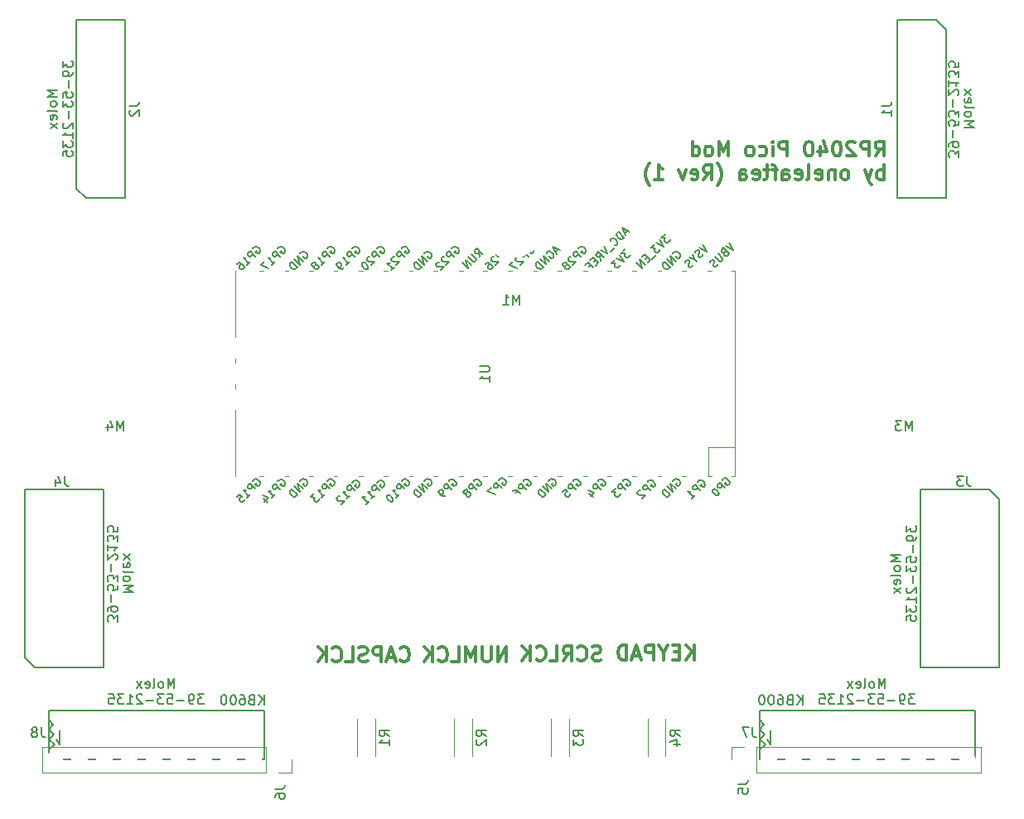
<source format=gbo>
G04 #@! TF.GenerationSoftware,KiCad,Pcbnew,9.0.1-9.0.1-0~ubuntu22.04.1*
G04 #@! TF.CreationDate,2025-04-10T12:51:45-07:00*
G04 #@! TF.ProjectId,kicad_port,6b696361-645f-4706-9f72-742e6b696361,rev?*
G04 #@! TF.SameCoordinates,Original*
G04 #@! TF.FileFunction,Legend,Bot*
G04 #@! TF.FilePolarity,Positive*
%FSLAX46Y46*%
G04 Gerber Fmt 4.6, Leading zero omitted, Abs format (unit mm)*
G04 Created by KiCad (PCBNEW 9.0.1-9.0.1-0~ubuntu22.04.1) date 2025-04-10 12:51:45*
%MOMM*%
%LPD*%
G01*
G04 APERTURE LIST*
%ADD10C,0.150000*%
%ADD11C,0.300000*%
%ADD12C,0.120000*%
%ADD13C,0.203200*%
%ADD14C,0.127000*%
%ADD15O,4.750000X2.250000*%
%ADD16O,1.400000X1.400000*%
%ADD17C,1.400000*%
%ADD18O,1.700000X1.700000*%
%ADD19R,1.700000X1.700000*%
%ADD20R,1.800000X1.800000*%
%ADD21C,1.800000*%
%ADD22C,8.600000*%
%ADD23O,2.000000X1.200000*%
%ADD24C,1.511200*%
%ADD25C,6.500000*%
%ADD26C,1.638200*%
G04 APERTURE END LIST*
D10*
X189768847Y-108101047D02*
X188768847Y-108101047D01*
X188768847Y-108101047D02*
X189483132Y-108434380D01*
X189483132Y-108434380D02*
X188768847Y-108767713D01*
X188768847Y-108767713D02*
X189768847Y-108767713D01*
X189768847Y-109386761D02*
X189721228Y-109291523D01*
X189721228Y-109291523D02*
X189673608Y-109243904D01*
X189673608Y-109243904D02*
X189578370Y-109196285D01*
X189578370Y-109196285D02*
X189292656Y-109196285D01*
X189292656Y-109196285D02*
X189197418Y-109243904D01*
X189197418Y-109243904D02*
X189149799Y-109291523D01*
X189149799Y-109291523D02*
X189102180Y-109386761D01*
X189102180Y-109386761D02*
X189102180Y-109529618D01*
X189102180Y-109529618D02*
X189149799Y-109624856D01*
X189149799Y-109624856D02*
X189197418Y-109672475D01*
X189197418Y-109672475D02*
X189292656Y-109720094D01*
X189292656Y-109720094D02*
X189578370Y-109720094D01*
X189578370Y-109720094D02*
X189673608Y-109672475D01*
X189673608Y-109672475D02*
X189721228Y-109624856D01*
X189721228Y-109624856D02*
X189768847Y-109529618D01*
X189768847Y-109529618D02*
X189768847Y-109386761D01*
X189768847Y-110291523D02*
X189721228Y-110196285D01*
X189721228Y-110196285D02*
X189625989Y-110148666D01*
X189625989Y-110148666D02*
X188768847Y-110148666D01*
X189721228Y-111053428D02*
X189768847Y-110958190D01*
X189768847Y-110958190D02*
X189768847Y-110767714D01*
X189768847Y-110767714D02*
X189721228Y-110672476D01*
X189721228Y-110672476D02*
X189625989Y-110624857D01*
X189625989Y-110624857D02*
X189245037Y-110624857D01*
X189245037Y-110624857D02*
X189149799Y-110672476D01*
X189149799Y-110672476D02*
X189102180Y-110767714D01*
X189102180Y-110767714D02*
X189102180Y-110958190D01*
X189102180Y-110958190D02*
X189149799Y-111053428D01*
X189149799Y-111053428D02*
X189245037Y-111101047D01*
X189245037Y-111101047D02*
X189340275Y-111101047D01*
X189340275Y-111101047D02*
X189435513Y-110624857D01*
X189768847Y-111434381D02*
X189102180Y-111958190D01*
X189102180Y-111434381D02*
X189768847Y-111958190D01*
X190378791Y-105077238D02*
X190378791Y-105696285D01*
X190378791Y-105696285D02*
X190759743Y-105362952D01*
X190759743Y-105362952D02*
X190759743Y-105505809D01*
X190759743Y-105505809D02*
X190807362Y-105601047D01*
X190807362Y-105601047D02*
X190854981Y-105648666D01*
X190854981Y-105648666D02*
X190950219Y-105696285D01*
X190950219Y-105696285D02*
X191188314Y-105696285D01*
X191188314Y-105696285D02*
X191283552Y-105648666D01*
X191283552Y-105648666D02*
X191331172Y-105601047D01*
X191331172Y-105601047D02*
X191378791Y-105505809D01*
X191378791Y-105505809D02*
X191378791Y-105220095D01*
X191378791Y-105220095D02*
X191331172Y-105124857D01*
X191331172Y-105124857D02*
X191283552Y-105077238D01*
X191378791Y-106172476D02*
X191378791Y-106362952D01*
X191378791Y-106362952D02*
X191331172Y-106458190D01*
X191331172Y-106458190D02*
X191283552Y-106505809D01*
X191283552Y-106505809D02*
X191140695Y-106601047D01*
X191140695Y-106601047D02*
X190950219Y-106648666D01*
X190950219Y-106648666D02*
X190569267Y-106648666D01*
X190569267Y-106648666D02*
X190474029Y-106601047D01*
X190474029Y-106601047D02*
X190426410Y-106553428D01*
X190426410Y-106553428D02*
X190378791Y-106458190D01*
X190378791Y-106458190D02*
X190378791Y-106267714D01*
X190378791Y-106267714D02*
X190426410Y-106172476D01*
X190426410Y-106172476D02*
X190474029Y-106124857D01*
X190474029Y-106124857D02*
X190569267Y-106077238D01*
X190569267Y-106077238D02*
X190807362Y-106077238D01*
X190807362Y-106077238D02*
X190902600Y-106124857D01*
X190902600Y-106124857D02*
X190950219Y-106172476D01*
X190950219Y-106172476D02*
X190997838Y-106267714D01*
X190997838Y-106267714D02*
X190997838Y-106458190D01*
X190997838Y-106458190D02*
X190950219Y-106553428D01*
X190950219Y-106553428D02*
X190902600Y-106601047D01*
X190902600Y-106601047D02*
X190807362Y-106648666D01*
X190997838Y-107077238D02*
X190997838Y-107839143D01*
X190378791Y-108791523D02*
X190378791Y-108315333D01*
X190378791Y-108315333D02*
X190854981Y-108267714D01*
X190854981Y-108267714D02*
X190807362Y-108315333D01*
X190807362Y-108315333D02*
X190759743Y-108410571D01*
X190759743Y-108410571D02*
X190759743Y-108648666D01*
X190759743Y-108648666D02*
X190807362Y-108743904D01*
X190807362Y-108743904D02*
X190854981Y-108791523D01*
X190854981Y-108791523D02*
X190950219Y-108839142D01*
X190950219Y-108839142D02*
X191188314Y-108839142D01*
X191188314Y-108839142D02*
X191283552Y-108791523D01*
X191283552Y-108791523D02*
X191331172Y-108743904D01*
X191331172Y-108743904D02*
X191378791Y-108648666D01*
X191378791Y-108648666D02*
X191378791Y-108410571D01*
X191378791Y-108410571D02*
X191331172Y-108315333D01*
X191331172Y-108315333D02*
X191283552Y-108267714D01*
X190378791Y-109172476D02*
X190378791Y-109791523D01*
X190378791Y-109791523D02*
X190759743Y-109458190D01*
X190759743Y-109458190D02*
X190759743Y-109601047D01*
X190759743Y-109601047D02*
X190807362Y-109696285D01*
X190807362Y-109696285D02*
X190854981Y-109743904D01*
X190854981Y-109743904D02*
X190950219Y-109791523D01*
X190950219Y-109791523D02*
X191188314Y-109791523D01*
X191188314Y-109791523D02*
X191283552Y-109743904D01*
X191283552Y-109743904D02*
X191331172Y-109696285D01*
X191331172Y-109696285D02*
X191378791Y-109601047D01*
X191378791Y-109601047D02*
X191378791Y-109315333D01*
X191378791Y-109315333D02*
X191331172Y-109220095D01*
X191331172Y-109220095D02*
X191283552Y-109172476D01*
X190997838Y-110220095D02*
X190997838Y-110982000D01*
X190474029Y-111410571D02*
X190426410Y-111458190D01*
X190426410Y-111458190D02*
X190378791Y-111553428D01*
X190378791Y-111553428D02*
X190378791Y-111791523D01*
X190378791Y-111791523D02*
X190426410Y-111886761D01*
X190426410Y-111886761D02*
X190474029Y-111934380D01*
X190474029Y-111934380D02*
X190569267Y-111981999D01*
X190569267Y-111981999D02*
X190664505Y-111981999D01*
X190664505Y-111981999D02*
X190807362Y-111934380D01*
X190807362Y-111934380D02*
X191378791Y-111362952D01*
X191378791Y-111362952D02*
X191378791Y-111981999D01*
X191378791Y-112934380D02*
X191378791Y-112362952D01*
X191378791Y-112648666D02*
X190378791Y-112648666D01*
X190378791Y-112648666D02*
X190521648Y-112553428D01*
X190521648Y-112553428D02*
X190616886Y-112458190D01*
X190616886Y-112458190D02*
X190664505Y-112362952D01*
X190378791Y-113267714D02*
X190378791Y-113886761D01*
X190378791Y-113886761D02*
X190759743Y-113553428D01*
X190759743Y-113553428D02*
X190759743Y-113696285D01*
X190759743Y-113696285D02*
X190807362Y-113791523D01*
X190807362Y-113791523D02*
X190854981Y-113839142D01*
X190854981Y-113839142D02*
X190950219Y-113886761D01*
X190950219Y-113886761D02*
X191188314Y-113886761D01*
X191188314Y-113886761D02*
X191283552Y-113839142D01*
X191283552Y-113839142D02*
X191331172Y-113791523D01*
X191331172Y-113791523D02*
X191378791Y-113696285D01*
X191378791Y-113696285D02*
X191378791Y-113410571D01*
X191378791Y-113410571D02*
X191331172Y-113315333D01*
X191331172Y-113315333D02*
X191283552Y-113267714D01*
X190378791Y-114791523D02*
X190378791Y-114315333D01*
X190378791Y-114315333D02*
X190854981Y-114267714D01*
X190854981Y-114267714D02*
X190807362Y-114315333D01*
X190807362Y-114315333D02*
X190759743Y-114410571D01*
X190759743Y-114410571D02*
X190759743Y-114648666D01*
X190759743Y-114648666D02*
X190807362Y-114743904D01*
X190807362Y-114743904D02*
X190854981Y-114791523D01*
X190854981Y-114791523D02*
X190950219Y-114839142D01*
X190950219Y-114839142D02*
X191188314Y-114839142D01*
X191188314Y-114839142D02*
X191283552Y-114791523D01*
X191283552Y-114791523D02*
X191331172Y-114743904D01*
X191331172Y-114743904D02*
X191378791Y-114648666D01*
X191378791Y-114648666D02*
X191378791Y-114410571D01*
X191378791Y-114410571D02*
X191331172Y-114315333D01*
X191331172Y-114315333D02*
X191283552Y-114267714D01*
X179736475Y-123390819D02*
X179736475Y-122390819D01*
X179165047Y-123390819D02*
X179593618Y-122819390D01*
X179165047Y-122390819D02*
X179736475Y-122962247D01*
X178403142Y-122867009D02*
X178260285Y-122914628D01*
X178260285Y-122914628D02*
X178212666Y-122962247D01*
X178212666Y-122962247D02*
X178165047Y-123057485D01*
X178165047Y-123057485D02*
X178165047Y-123200342D01*
X178165047Y-123200342D02*
X178212666Y-123295580D01*
X178212666Y-123295580D02*
X178260285Y-123343200D01*
X178260285Y-123343200D02*
X178355523Y-123390819D01*
X178355523Y-123390819D02*
X178736475Y-123390819D01*
X178736475Y-123390819D02*
X178736475Y-122390819D01*
X178736475Y-122390819D02*
X178403142Y-122390819D01*
X178403142Y-122390819D02*
X178307904Y-122438438D01*
X178307904Y-122438438D02*
X178260285Y-122486057D01*
X178260285Y-122486057D02*
X178212666Y-122581295D01*
X178212666Y-122581295D02*
X178212666Y-122676533D01*
X178212666Y-122676533D02*
X178260285Y-122771771D01*
X178260285Y-122771771D02*
X178307904Y-122819390D01*
X178307904Y-122819390D02*
X178403142Y-122867009D01*
X178403142Y-122867009D02*
X178736475Y-122867009D01*
X177307904Y-122390819D02*
X177498380Y-122390819D01*
X177498380Y-122390819D02*
X177593618Y-122438438D01*
X177593618Y-122438438D02*
X177641237Y-122486057D01*
X177641237Y-122486057D02*
X177736475Y-122628914D01*
X177736475Y-122628914D02*
X177784094Y-122819390D01*
X177784094Y-122819390D02*
X177784094Y-123200342D01*
X177784094Y-123200342D02*
X177736475Y-123295580D01*
X177736475Y-123295580D02*
X177688856Y-123343200D01*
X177688856Y-123343200D02*
X177593618Y-123390819D01*
X177593618Y-123390819D02*
X177403142Y-123390819D01*
X177403142Y-123390819D02*
X177307904Y-123343200D01*
X177307904Y-123343200D02*
X177260285Y-123295580D01*
X177260285Y-123295580D02*
X177212666Y-123200342D01*
X177212666Y-123200342D02*
X177212666Y-122962247D01*
X177212666Y-122962247D02*
X177260285Y-122867009D01*
X177260285Y-122867009D02*
X177307904Y-122819390D01*
X177307904Y-122819390D02*
X177403142Y-122771771D01*
X177403142Y-122771771D02*
X177593618Y-122771771D01*
X177593618Y-122771771D02*
X177688856Y-122819390D01*
X177688856Y-122819390D02*
X177736475Y-122867009D01*
X177736475Y-122867009D02*
X177784094Y-122962247D01*
X176593618Y-122390819D02*
X176498380Y-122390819D01*
X176498380Y-122390819D02*
X176403142Y-122438438D01*
X176403142Y-122438438D02*
X176355523Y-122486057D01*
X176355523Y-122486057D02*
X176307904Y-122581295D01*
X176307904Y-122581295D02*
X176260285Y-122771771D01*
X176260285Y-122771771D02*
X176260285Y-123009866D01*
X176260285Y-123009866D02*
X176307904Y-123200342D01*
X176307904Y-123200342D02*
X176355523Y-123295580D01*
X176355523Y-123295580D02*
X176403142Y-123343200D01*
X176403142Y-123343200D02*
X176498380Y-123390819D01*
X176498380Y-123390819D02*
X176593618Y-123390819D01*
X176593618Y-123390819D02*
X176688856Y-123343200D01*
X176688856Y-123343200D02*
X176736475Y-123295580D01*
X176736475Y-123295580D02*
X176784094Y-123200342D01*
X176784094Y-123200342D02*
X176831713Y-123009866D01*
X176831713Y-123009866D02*
X176831713Y-122771771D01*
X176831713Y-122771771D02*
X176784094Y-122581295D01*
X176784094Y-122581295D02*
X176736475Y-122486057D01*
X176736475Y-122486057D02*
X176688856Y-122438438D01*
X176688856Y-122438438D02*
X176593618Y-122390819D01*
X175641237Y-122390819D02*
X175545999Y-122390819D01*
X175545999Y-122390819D02*
X175450761Y-122438438D01*
X175450761Y-122438438D02*
X175403142Y-122486057D01*
X175403142Y-122486057D02*
X175355523Y-122581295D01*
X175355523Y-122581295D02*
X175307904Y-122771771D01*
X175307904Y-122771771D02*
X175307904Y-123009866D01*
X175307904Y-123009866D02*
X175355523Y-123200342D01*
X175355523Y-123200342D02*
X175403142Y-123295580D01*
X175403142Y-123295580D02*
X175450761Y-123343200D01*
X175450761Y-123343200D02*
X175545999Y-123390819D01*
X175545999Y-123390819D02*
X175641237Y-123390819D01*
X175641237Y-123390819D02*
X175736475Y-123343200D01*
X175736475Y-123343200D02*
X175784094Y-123295580D01*
X175784094Y-123295580D02*
X175831713Y-123200342D01*
X175831713Y-123200342D02*
X175879332Y-123009866D01*
X175879332Y-123009866D02*
X175879332Y-122771771D01*
X175879332Y-122771771D02*
X175831713Y-122581295D01*
X175831713Y-122581295D02*
X175784094Y-122486057D01*
X175784094Y-122486057D02*
X175736475Y-122438438D01*
X175736475Y-122438438D02*
X175641237Y-122390819D01*
X103535847Y-60603047D02*
X102535847Y-60603047D01*
X102535847Y-60603047D02*
X103250132Y-60936380D01*
X103250132Y-60936380D02*
X102535847Y-61269713D01*
X102535847Y-61269713D02*
X103535847Y-61269713D01*
X103535847Y-61888761D02*
X103488228Y-61793523D01*
X103488228Y-61793523D02*
X103440608Y-61745904D01*
X103440608Y-61745904D02*
X103345370Y-61698285D01*
X103345370Y-61698285D02*
X103059656Y-61698285D01*
X103059656Y-61698285D02*
X102964418Y-61745904D01*
X102964418Y-61745904D02*
X102916799Y-61793523D01*
X102916799Y-61793523D02*
X102869180Y-61888761D01*
X102869180Y-61888761D02*
X102869180Y-62031618D01*
X102869180Y-62031618D02*
X102916799Y-62126856D01*
X102916799Y-62126856D02*
X102964418Y-62174475D01*
X102964418Y-62174475D02*
X103059656Y-62222094D01*
X103059656Y-62222094D02*
X103345370Y-62222094D01*
X103345370Y-62222094D02*
X103440608Y-62174475D01*
X103440608Y-62174475D02*
X103488228Y-62126856D01*
X103488228Y-62126856D02*
X103535847Y-62031618D01*
X103535847Y-62031618D02*
X103535847Y-61888761D01*
X103535847Y-62793523D02*
X103488228Y-62698285D01*
X103488228Y-62698285D02*
X103392989Y-62650666D01*
X103392989Y-62650666D02*
X102535847Y-62650666D01*
X103488228Y-63555428D02*
X103535847Y-63460190D01*
X103535847Y-63460190D02*
X103535847Y-63269714D01*
X103535847Y-63269714D02*
X103488228Y-63174476D01*
X103488228Y-63174476D02*
X103392989Y-63126857D01*
X103392989Y-63126857D02*
X103012037Y-63126857D01*
X103012037Y-63126857D02*
X102916799Y-63174476D01*
X102916799Y-63174476D02*
X102869180Y-63269714D01*
X102869180Y-63269714D02*
X102869180Y-63460190D01*
X102869180Y-63460190D02*
X102916799Y-63555428D01*
X102916799Y-63555428D02*
X103012037Y-63603047D01*
X103012037Y-63603047D02*
X103107275Y-63603047D01*
X103107275Y-63603047D02*
X103202513Y-63126857D01*
X103535847Y-63936381D02*
X102869180Y-64460190D01*
X102869180Y-63936381D02*
X103535847Y-64460190D01*
X104145791Y-57579238D02*
X104145791Y-58198285D01*
X104145791Y-58198285D02*
X104526743Y-57864952D01*
X104526743Y-57864952D02*
X104526743Y-58007809D01*
X104526743Y-58007809D02*
X104574362Y-58103047D01*
X104574362Y-58103047D02*
X104621981Y-58150666D01*
X104621981Y-58150666D02*
X104717219Y-58198285D01*
X104717219Y-58198285D02*
X104955314Y-58198285D01*
X104955314Y-58198285D02*
X105050552Y-58150666D01*
X105050552Y-58150666D02*
X105098172Y-58103047D01*
X105098172Y-58103047D02*
X105145791Y-58007809D01*
X105145791Y-58007809D02*
X105145791Y-57722095D01*
X105145791Y-57722095D02*
X105098172Y-57626857D01*
X105098172Y-57626857D02*
X105050552Y-57579238D01*
X105145791Y-58674476D02*
X105145791Y-58864952D01*
X105145791Y-58864952D02*
X105098172Y-58960190D01*
X105098172Y-58960190D02*
X105050552Y-59007809D01*
X105050552Y-59007809D02*
X104907695Y-59103047D01*
X104907695Y-59103047D02*
X104717219Y-59150666D01*
X104717219Y-59150666D02*
X104336267Y-59150666D01*
X104336267Y-59150666D02*
X104241029Y-59103047D01*
X104241029Y-59103047D02*
X104193410Y-59055428D01*
X104193410Y-59055428D02*
X104145791Y-58960190D01*
X104145791Y-58960190D02*
X104145791Y-58769714D01*
X104145791Y-58769714D02*
X104193410Y-58674476D01*
X104193410Y-58674476D02*
X104241029Y-58626857D01*
X104241029Y-58626857D02*
X104336267Y-58579238D01*
X104336267Y-58579238D02*
X104574362Y-58579238D01*
X104574362Y-58579238D02*
X104669600Y-58626857D01*
X104669600Y-58626857D02*
X104717219Y-58674476D01*
X104717219Y-58674476D02*
X104764838Y-58769714D01*
X104764838Y-58769714D02*
X104764838Y-58960190D01*
X104764838Y-58960190D02*
X104717219Y-59055428D01*
X104717219Y-59055428D02*
X104669600Y-59103047D01*
X104669600Y-59103047D02*
X104574362Y-59150666D01*
X104764838Y-59579238D02*
X104764838Y-60341143D01*
X104145791Y-61293523D02*
X104145791Y-60817333D01*
X104145791Y-60817333D02*
X104621981Y-60769714D01*
X104621981Y-60769714D02*
X104574362Y-60817333D01*
X104574362Y-60817333D02*
X104526743Y-60912571D01*
X104526743Y-60912571D02*
X104526743Y-61150666D01*
X104526743Y-61150666D02*
X104574362Y-61245904D01*
X104574362Y-61245904D02*
X104621981Y-61293523D01*
X104621981Y-61293523D02*
X104717219Y-61341142D01*
X104717219Y-61341142D02*
X104955314Y-61341142D01*
X104955314Y-61341142D02*
X105050552Y-61293523D01*
X105050552Y-61293523D02*
X105098172Y-61245904D01*
X105098172Y-61245904D02*
X105145791Y-61150666D01*
X105145791Y-61150666D02*
X105145791Y-60912571D01*
X105145791Y-60912571D02*
X105098172Y-60817333D01*
X105098172Y-60817333D02*
X105050552Y-60769714D01*
X104145791Y-61674476D02*
X104145791Y-62293523D01*
X104145791Y-62293523D02*
X104526743Y-61960190D01*
X104526743Y-61960190D02*
X104526743Y-62103047D01*
X104526743Y-62103047D02*
X104574362Y-62198285D01*
X104574362Y-62198285D02*
X104621981Y-62245904D01*
X104621981Y-62245904D02*
X104717219Y-62293523D01*
X104717219Y-62293523D02*
X104955314Y-62293523D01*
X104955314Y-62293523D02*
X105050552Y-62245904D01*
X105050552Y-62245904D02*
X105098172Y-62198285D01*
X105098172Y-62198285D02*
X105145791Y-62103047D01*
X105145791Y-62103047D02*
X105145791Y-61817333D01*
X105145791Y-61817333D02*
X105098172Y-61722095D01*
X105098172Y-61722095D02*
X105050552Y-61674476D01*
X104764838Y-62722095D02*
X104764838Y-63484000D01*
X104241029Y-63912571D02*
X104193410Y-63960190D01*
X104193410Y-63960190D02*
X104145791Y-64055428D01*
X104145791Y-64055428D02*
X104145791Y-64293523D01*
X104145791Y-64293523D02*
X104193410Y-64388761D01*
X104193410Y-64388761D02*
X104241029Y-64436380D01*
X104241029Y-64436380D02*
X104336267Y-64483999D01*
X104336267Y-64483999D02*
X104431505Y-64483999D01*
X104431505Y-64483999D02*
X104574362Y-64436380D01*
X104574362Y-64436380D02*
X105145791Y-63864952D01*
X105145791Y-63864952D02*
X105145791Y-64483999D01*
X105145791Y-65436380D02*
X105145791Y-64864952D01*
X105145791Y-65150666D02*
X104145791Y-65150666D01*
X104145791Y-65150666D02*
X104288648Y-65055428D01*
X104288648Y-65055428D02*
X104383886Y-64960190D01*
X104383886Y-64960190D02*
X104431505Y-64864952D01*
X104145791Y-65769714D02*
X104145791Y-66388761D01*
X104145791Y-66388761D02*
X104526743Y-66055428D01*
X104526743Y-66055428D02*
X104526743Y-66198285D01*
X104526743Y-66198285D02*
X104574362Y-66293523D01*
X104574362Y-66293523D02*
X104621981Y-66341142D01*
X104621981Y-66341142D02*
X104717219Y-66388761D01*
X104717219Y-66388761D02*
X104955314Y-66388761D01*
X104955314Y-66388761D02*
X105050552Y-66341142D01*
X105050552Y-66341142D02*
X105098172Y-66293523D01*
X105098172Y-66293523D02*
X105145791Y-66198285D01*
X105145791Y-66198285D02*
X105145791Y-65912571D01*
X105145791Y-65912571D02*
X105098172Y-65817333D01*
X105098172Y-65817333D02*
X105050552Y-65769714D01*
X104145791Y-67293523D02*
X104145791Y-66817333D01*
X104145791Y-66817333D02*
X104621981Y-66769714D01*
X104621981Y-66769714D02*
X104574362Y-66817333D01*
X104574362Y-66817333D02*
X104526743Y-66912571D01*
X104526743Y-66912571D02*
X104526743Y-67150666D01*
X104526743Y-67150666D02*
X104574362Y-67245904D01*
X104574362Y-67245904D02*
X104621981Y-67293523D01*
X104621981Y-67293523D02*
X104717219Y-67341142D01*
X104717219Y-67341142D02*
X104955314Y-67341142D01*
X104955314Y-67341142D02*
X105050552Y-67293523D01*
X105050552Y-67293523D02*
X105098172Y-67245904D01*
X105098172Y-67245904D02*
X105145791Y-67150666D01*
X105145791Y-67150666D02*
X105145791Y-66912571D01*
X105145791Y-66912571D02*
X105098172Y-66817333D01*
X105098172Y-66817333D02*
X105050552Y-66769714D01*
D11*
X149478572Y-118988328D02*
X149478572Y-117488328D01*
X149478572Y-117488328D02*
X148621429Y-118988328D01*
X148621429Y-118988328D02*
X148621429Y-117488328D01*
X147907143Y-117488328D02*
X147907143Y-118702614D01*
X147907143Y-118702614D02*
X147835714Y-118845471D01*
X147835714Y-118845471D02*
X147764286Y-118916900D01*
X147764286Y-118916900D02*
X147621428Y-118988328D01*
X147621428Y-118988328D02*
X147335714Y-118988328D01*
X147335714Y-118988328D02*
X147192857Y-118916900D01*
X147192857Y-118916900D02*
X147121428Y-118845471D01*
X147121428Y-118845471D02*
X147050000Y-118702614D01*
X147050000Y-118702614D02*
X147050000Y-117488328D01*
X146335714Y-118988328D02*
X146335714Y-117488328D01*
X146335714Y-117488328D02*
X145835714Y-118559757D01*
X145835714Y-118559757D02*
X145335714Y-117488328D01*
X145335714Y-117488328D02*
X145335714Y-118988328D01*
X143907142Y-118988328D02*
X144621428Y-118988328D01*
X144621428Y-118988328D02*
X144621428Y-117488328D01*
X142549999Y-118845471D02*
X142621427Y-118916900D01*
X142621427Y-118916900D02*
X142835713Y-118988328D01*
X142835713Y-118988328D02*
X142978570Y-118988328D01*
X142978570Y-118988328D02*
X143192856Y-118916900D01*
X143192856Y-118916900D02*
X143335713Y-118774042D01*
X143335713Y-118774042D02*
X143407142Y-118631185D01*
X143407142Y-118631185D02*
X143478570Y-118345471D01*
X143478570Y-118345471D02*
X143478570Y-118131185D01*
X143478570Y-118131185D02*
X143407142Y-117845471D01*
X143407142Y-117845471D02*
X143335713Y-117702614D01*
X143335713Y-117702614D02*
X143192856Y-117559757D01*
X143192856Y-117559757D02*
X142978570Y-117488328D01*
X142978570Y-117488328D02*
X142835713Y-117488328D01*
X142835713Y-117488328D02*
X142621427Y-117559757D01*
X142621427Y-117559757D02*
X142549999Y-117631185D01*
X141907142Y-118988328D02*
X141907142Y-117488328D01*
X141049999Y-118988328D02*
X141692856Y-118131185D01*
X141049999Y-117488328D02*
X141907142Y-118345471D01*
D10*
X115545952Y-121696847D02*
X115545952Y-120696847D01*
X115545952Y-120696847D02*
X115212619Y-121411132D01*
X115212619Y-121411132D02*
X114879286Y-120696847D01*
X114879286Y-120696847D02*
X114879286Y-121696847D01*
X114260238Y-121696847D02*
X114355476Y-121649228D01*
X114355476Y-121649228D02*
X114403095Y-121601608D01*
X114403095Y-121601608D02*
X114450714Y-121506370D01*
X114450714Y-121506370D02*
X114450714Y-121220656D01*
X114450714Y-121220656D02*
X114403095Y-121125418D01*
X114403095Y-121125418D02*
X114355476Y-121077799D01*
X114355476Y-121077799D02*
X114260238Y-121030180D01*
X114260238Y-121030180D02*
X114117381Y-121030180D01*
X114117381Y-121030180D02*
X114022143Y-121077799D01*
X114022143Y-121077799D02*
X113974524Y-121125418D01*
X113974524Y-121125418D02*
X113926905Y-121220656D01*
X113926905Y-121220656D02*
X113926905Y-121506370D01*
X113926905Y-121506370D02*
X113974524Y-121601608D01*
X113974524Y-121601608D02*
X114022143Y-121649228D01*
X114022143Y-121649228D02*
X114117381Y-121696847D01*
X114117381Y-121696847D02*
X114260238Y-121696847D01*
X113355476Y-121696847D02*
X113450714Y-121649228D01*
X113450714Y-121649228D02*
X113498333Y-121553989D01*
X113498333Y-121553989D02*
X113498333Y-120696847D01*
X112593571Y-121649228D02*
X112688809Y-121696847D01*
X112688809Y-121696847D02*
X112879285Y-121696847D01*
X112879285Y-121696847D02*
X112974523Y-121649228D01*
X112974523Y-121649228D02*
X113022142Y-121553989D01*
X113022142Y-121553989D02*
X113022142Y-121173037D01*
X113022142Y-121173037D02*
X112974523Y-121077799D01*
X112974523Y-121077799D02*
X112879285Y-121030180D01*
X112879285Y-121030180D02*
X112688809Y-121030180D01*
X112688809Y-121030180D02*
X112593571Y-121077799D01*
X112593571Y-121077799D02*
X112545952Y-121173037D01*
X112545952Y-121173037D02*
X112545952Y-121268275D01*
X112545952Y-121268275D02*
X113022142Y-121363513D01*
X112212618Y-121696847D02*
X111688809Y-121030180D01*
X112212618Y-121030180D02*
X111688809Y-121696847D01*
X118569761Y-122306791D02*
X117950714Y-122306791D01*
X117950714Y-122306791D02*
X118284047Y-122687743D01*
X118284047Y-122687743D02*
X118141190Y-122687743D01*
X118141190Y-122687743D02*
X118045952Y-122735362D01*
X118045952Y-122735362D02*
X117998333Y-122782981D01*
X117998333Y-122782981D02*
X117950714Y-122878219D01*
X117950714Y-122878219D02*
X117950714Y-123116314D01*
X117950714Y-123116314D02*
X117998333Y-123211552D01*
X117998333Y-123211552D02*
X118045952Y-123259172D01*
X118045952Y-123259172D02*
X118141190Y-123306791D01*
X118141190Y-123306791D02*
X118426904Y-123306791D01*
X118426904Y-123306791D02*
X118522142Y-123259172D01*
X118522142Y-123259172D02*
X118569761Y-123211552D01*
X117474523Y-123306791D02*
X117284047Y-123306791D01*
X117284047Y-123306791D02*
X117188809Y-123259172D01*
X117188809Y-123259172D02*
X117141190Y-123211552D01*
X117141190Y-123211552D02*
X117045952Y-123068695D01*
X117045952Y-123068695D02*
X116998333Y-122878219D01*
X116998333Y-122878219D02*
X116998333Y-122497267D01*
X116998333Y-122497267D02*
X117045952Y-122402029D01*
X117045952Y-122402029D02*
X117093571Y-122354410D01*
X117093571Y-122354410D02*
X117188809Y-122306791D01*
X117188809Y-122306791D02*
X117379285Y-122306791D01*
X117379285Y-122306791D02*
X117474523Y-122354410D01*
X117474523Y-122354410D02*
X117522142Y-122402029D01*
X117522142Y-122402029D02*
X117569761Y-122497267D01*
X117569761Y-122497267D02*
X117569761Y-122735362D01*
X117569761Y-122735362D02*
X117522142Y-122830600D01*
X117522142Y-122830600D02*
X117474523Y-122878219D01*
X117474523Y-122878219D02*
X117379285Y-122925838D01*
X117379285Y-122925838D02*
X117188809Y-122925838D01*
X117188809Y-122925838D02*
X117093571Y-122878219D01*
X117093571Y-122878219D02*
X117045952Y-122830600D01*
X117045952Y-122830600D02*
X116998333Y-122735362D01*
X116569761Y-122925838D02*
X115807857Y-122925838D01*
X114855476Y-122306791D02*
X115331666Y-122306791D01*
X115331666Y-122306791D02*
X115379285Y-122782981D01*
X115379285Y-122782981D02*
X115331666Y-122735362D01*
X115331666Y-122735362D02*
X115236428Y-122687743D01*
X115236428Y-122687743D02*
X114998333Y-122687743D01*
X114998333Y-122687743D02*
X114903095Y-122735362D01*
X114903095Y-122735362D02*
X114855476Y-122782981D01*
X114855476Y-122782981D02*
X114807857Y-122878219D01*
X114807857Y-122878219D02*
X114807857Y-123116314D01*
X114807857Y-123116314D02*
X114855476Y-123211552D01*
X114855476Y-123211552D02*
X114903095Y-123259172D01*
X114903095Y-123259172D02*
X114998333Y-123306791D01*
X114998333Y-123306791D02*
X115236428Y-123306791D01*
X115236428Y-123306791D02*
X115331666Y-123259172D01*
X115331666Y-123259172D02*
X115379285Y-123211552D01*
X114474523Y-122306791D02*
X113855476Y-122306791D01*
X113855476Y-122306791D02*
X114188809Y-122687743D01*
X114188809Y-122687743D02*
X114045952Y-122687743D01*
X114045952Y-122687743D02*
X113950714Y-122735362D01*
X113950714Y-122735362D02*
X113903095Y-122782981D01*
X113903095Y-122782981D02*
X113855476Y-122878219D01*
X113855476Y-122878219D02*
X113855476Y-123116314D01*
X113855476Y-123116314D02*
X113903095Y-123211552D01*
X113903095Y-123211552D02*
X113950714Y-123259172D01*
X113950714Y-123259172D02*
X114045952Y-123306791D01*
X114045952Y-123306791D02*
X114331666Y-123306791D01*
X114331666Y-123306791D02*
X114426904Y-123259172D01*
X114426904Y-123259172D02*
X114474523Y-123211552D01*
X113426904Y-122925838D02*
X112665000Y-122925838D01*
X112236428Y-122402029D02*
X112188809Y-122354410D01*
X112188809Y-122354410D02*
X112093571Y-122306791D01*
X112093571Y-122306791D02*
X111855476Y-122306791D01*
X111855476Y-122306791D02*
X111760238Y-122354410D01*
X111760238Y-122354410D02*
X111712619Y-122402029D01*
X111712619Y-122402029D02*
X111665000Y-122497267D01*
X111665000Y-122497267D02*
X111665000Y-122592505D01*
X111665000Y-122592505D02*
X111712619Y-122735362D01*
X111712619Y-122735362D02*
X112284047Y-123306791D01*
X112284047Y-123306791D02*
X111665000Y-123306791D01*
X110712619Y-123306791D02*
X111284047Y-123306791D01*
X110998333Y-123306791D02*
X110998333Y-122306791D01*
X110998333Y-122306791D02*
X111093571Y-122449648D01*
X111093571Y-122449648D02*
X111188809Y-122544886D01*
X111188809Y-122544886D02*
X111284047Y-122592505D01*
X110379285Y-122306791D02*
X109760238Y-122306791D01*
X109760238Y-122306791D02*
X110093571Y-122687743D01*
X110093571Y-122687743D02*
X109950714Y-122687743D01*
X109950714Y-122687743D02*
X109855476Y-122735362D01*
X109855476Y-122735362D02*
X109807857Y-122782981D01*
X109807857Y-122782981D02*
X109760238Y-122878219D01*
X109760238Y-122878219D02*
X109760238Y-123116314D01*
X109760238Y-123116314D02*
X109807857Y-123211552D01*
X109807857Y-123211552D02*
X109855476Y-123259172D01*
X109855476Y-123259172D02*
X109950714Y-123306791D01*
X109950714Y-123306791D02*
X110236428Y-123306791D01*
X110236428Y-123306791D02*
X110331666Y-123259172D01*
X110331666Y-123259172D02*
X110379285Y-123211552D01*
X108855476Y-122306791D02*
X109331666Y-122306791D01*
X109331666Y-122306791D02*
X109379285Y-122782981D01*
X109379285Y-122782981D02*
X109331666Y-122735362D01*
X109331666Y-122735362D02*
X109236428Y-122687743D01*
X109236428Y-122687743D02*
X108998333Y-122687743D01*
X108998333Y-122687743D02*
X108903095Y-122735362D01*
X108903095Y-122735362D02*
X108855476Y-122782981D01*
X108855476Y-122782981D02*
X108807857Y-122878219D01*
X108807857Y-122878219D02*
X108807857Y-123116314D01*
X108807857Y-123116314D02*
X108855476Y-123211552D01*
X108855476Y-123211552D02*
X108903095Y-123259172D01*
X108903095Y-123259172D02*
X108998333Y-123306791D01*
X108998333Y-123306791D02*
X109236428Y-123306791D01*
X109236428Y-123306791D02*
X109331666Y-123259172D01*
X109331666Y-123259172D02*
X109379285Y-123211552D01*
X188189952Y-121696847D02*
X188189952Y-120696847D01*
X188189952Y-120696847D02*
X187856619Y-121411132D01*
X187856619Y-121411132D02*
X187523286Y-120696847D01*
X187523286Y-120696847D02*
X187523286Y-121696847D01*
X186904238Y-121696847D02*
X186999476Y-121649228D01*
X186999476Y-121649228D02*
X187047095Y-121601608D01*
X187047095Y-121601608D02*
X187094714Y-121506370D01*
X187094714Y-121506370D02*
X187094714Y-121220656D01*
X187094714Y-121220656D02*
X187047095Y-121125418D01*
X187047095Y-121125418D02*
X186999476Y-121077799D01*
X186999476Y-121077799D02*
X186904238Y-121030180D01*
X186904238Y-121030180D02*
X186761381Y-121030180D01*
X186761381Y-121030180D02*
X186666143Y-121077799D01*
X186666143Y-121077799D02*
X186618524Y-121125418D01*
X186618524Y-121125418D02*
X186570905Y-121220656D01*
X186570905Y-121220656D02*
X186570905Y-121506370D01*
X186570905Y-121506370D02*
X186618524Y-121601608D01*
X186618524Y-121601608D02*
X186666143Y-121649228D01*
X186666143Y-121649228D02*
X186761381Y-121696847D01*
X186761381Y-121696847D02*
X186904238Y-121696847D01*
X185999476Y-121696847D02*
X186094714Y-121649228D01*
X186094714Y-121649228D02*
X186142333Y-121553989D01*
X186142333Y-121553989D02*
X186142333Y-120696847D01*
X185237571Y-121649228D02*
X185332809Y-121696847D01*
X185332809Y-121696847D02*
X185523285Y-121696847D01*
X185523285Y-121696847D02*
X185618523Y-121649228D01*
X185618523Y-121649228D02*
X185666142Y-121553989D01*
X185666142Y-121553989D02*
X185666142Y-121173037D01*
X185666142Y-121173037D02*
X185618523Y-121077799D01*
X185618523Y-121077799D02*
X185523285Y-121030180D01*
X185523285Y-121030180D02*
X185332809Y-121030180D01*
X185332809Y-121030180D02*
X185237571Y-121077799D01*
X185237571Y-121077799D02*
X185189952Y-121173037D01*
X185189952Y-121173037D02*
X185189952Y-121268275D01*
X185189952Y-121268275D02*
X185666142Y-121363513D01*
X184856618Y-121696847D02*
X184332809Y-121030180D01*
X184856618Y-121030180D02*
X184332809Y-121696847D01*
X191213761Y-122306791D02*
X190594714Y-122306791D01*
X190594714Y-122306791D02*
X190928047Y-122687743D01*
X190928047Y-122687743D02*
X190785190Y-122687743D01*
X190785190Y-122687743D02*
X190689952Y-122735362D01*
X190689952Y-122735362D02*
X190642333Y-122782981D01*
X190642333Y-122782981D02*
X190594714Y-122878219D01*
X190594714Y-122878219D02*
X190594714Y-123116314D01*
X190594714Y-123116314D02*
X190642333Y-123211552D01*
X190642333Y-123211552D02*
X190689952Y-123259172D01*
X190689952Y-123259172D02*
X190785190Y-123306791D01*
X190785190Y-123306791D02*
X191070904Y-123306791D01*
X191070904Y-123306791D02*
X191166142Y-123259172D01*
X191166142Y-123259172D02*
X191213761Y-123211552D01*
X190118523Y-123306791D02*
X189928047Y-123306791D01*
X189928047Y-123306791D02*
X189832809Y-123259172D01*
X189832809Y-123259172D02*
X189785190Y-123211552D01*
X189785190Y-123211552D02*
X189689952Y-123068695D01*
X189689952Y-123068695D02*
X189642333Y-122878219D01*
X189642333Y-122878219D02*
X189642333Y-122497267D01*
X189642333Y-122497267D02*
X189689952Y-122402029D01*
X189689952Y-122402029D02*
X189737571Y-122354410D01*
X189737571Y-122354410D02*
X189832809Y-122306791D01*
X189832809Y-122306791D02*
X190023285Y-122306791D01*
X190023285Y-122306791D02*
X190118523Y-122354410D01*
X190118523Y-122354410D02*
X190166142Y-122402029D01*
X190166142Y-122402029D02*
X190213761Y-122497267D01*
X190213761Y-122497267D02*
X190213761Y-122735362D01*
X190213761Y-122735362D02*
X190166142Y-122830600D01*
X190166142Y-122830600D02*
X190118523Y-122878219D01*
X190118523Y-122878219D02*
X190023285Y-122925838D01*
X190023285Y-122925838D02*
X189832809Y-122925838D01*
X189832809Y-122925838D02*
X189737571Y-122878219D01*
X189737571Y-122878219D02*
X189689952Y-122830600D01*
X189689952Y-122830600D02*
X189642333Y-122735362D01*
X189213761Y-122925838D02*
X188451857Y-122925838D01*
X187499476Y-122306791D02*
X187975666Y-122306791D01*
X187975666Y-122306791D02*
X188023285Y-122782981D01*
X188023285Y-122782981D02*
X187975666Y-122735362D01*
X187975666Y-122735362D02*
X187880428Y-122687743D01*
X187880428Y-122687743D02*
X187642333Y-122687743D01*
X187642333Y-122687743D02*
X187547095Y-122735362D01*
X187547095Y-122735362D02*
X187499476Y-122782981D01*
X187499476Y-122782981D02*
X187451857Y-122878219D01*
X187451857Y-122878219D02*
X187451857Y-123116314D01*
X187451857Y-123116314D02*
X187499476Y-123211552D01*
X187499476Y-123211552D02*
X187547095Y-123259172D01*
X187547095Y-123259172D02*
X187642333Y-123306791D01*
X187642333Y-123306791D02*
X187880428Y-123306791D01*
X187880428Y-123306791D02*
X187975666Y-123259172D01*
X187975666Y-123259172D02*
X188023285Y-123211552D01*
X187118523Y-122306791D02*
X186499476Y-122306791D01*
X186499476Y-122306791D02*
X186832809Y-122687743D01*
X186832809Y-122687743D02*
X186689952Y-122687743D01*
X186689952Y-122687743D02*
X186594714Y-122735362D01*
X186594714Y-122735362D02*
X186547095Y-122782981D01*
X186547095Y-122782981D02*
X186499476Y-122878219D01*
X186499476Y-122878219D02*
X186499476Y-123116314D01*
X186499476Y-123116314D02*
X186547095Y-123211552D01*
X186547095Y-123211552D02*
X186594714Y-123259172D01*
X186594714Y-123259172D02*
X186689952Y-123306791D01*
X186689952Y-123306791D02*
X186975666Y-123306791D01*
X186975666Y-123306791D02*
X187070904Y-123259172D01*
X187070904Y-123259172D02*
X187118523Y-123211552D01*
X186070904Y-122925838D02*
X185309000Y-122925838D01*
X184880428Y-122402029D02*
X184832809Y-122354410D01*
X184832809Y-122354410D02*
X184737571Y-122306791D01*
X184737571Y-122306791D02*
X184499476Y-122306791D01*
X184499476Y-122306791D02*
X184404238Y-122354410D01*
X184404238Y-122354410D02*
X184356619Y-122402029D01*
X184356619Y-122402029D02*
X184309000Y-122497267D01*
X184309000Y-122497267D02*
X184309000Y-122592505D01*
X184309000Y-122592505D02*
X184356619Y-122735362D01*
X184356619Y-122735362D02*
X184928047Y-123306791D01*
X184928047Y-123306791D02*
X184309000Y-123306791D01*
X183356619Y-123306791D02*
X183928047Y-123306791D01*
X183642333Y-123306791D02*
X183642333Y-122306791D01*
X183642333Y-122306791D02*
X183737571Y-122449648D01*
X183737571Y-122449648D02*
X183832809Y-122544886D01*
X183832809Y-122544886D02*
X183928047Y-122592505D01*
X183023285Y-122306791D02*
X182404238Y-122306791D01*
X182404238Y-122306791D02*
X182737571Y-122687743D01*
X182737571Y-122687743D02*
X182594714Y-122687743D01*
X182594714Y-122687743D02*
X182499476Y-122735362D01*
X182499476Y-122735362D02*
X182451857Y-122782981D01*
X182451857Y-122782981D02*
X182404238Y-122878219D01*
X182404238Y-122878219D02*
X182404238Y-123116314D01*
X182404238Y-123116314D02*
X182451857Y-123211552D01*
X182451857Y-123211552D02*
X182499476Y-123259172D01*
X182499476Y-123259172D02*
X182594714Y-123306791D01*
X182594714Y-123306791D02*
X182880428Y-123306791D01*
X182880428Y-123306791D02*
X182975666Y-123259172D01*
X182975666Y-123259172D02*
X183023285Y-123211552D01*
X181499476Y-122306791D02*
X181975666Y-122306791D01*
X181975666Y-122306791D02*
X182023285Y-122782981D01*
X182023285Y-122782981D02*
X181975666Y-122735362D01*
X181975666Y-122735362D02*
X181880428Y-122687743D01*
X181880428Y-122687743D02*
X181642333Y-122687743D01*
X181642333Y-122687743D02*
X181547095Y-122735362D01*
X181547095Y-122735362D02*
X181499476Y-122782981D01*
X181499476Y-122782981D02*
X181451857Y-122878219D01*
X181451857Y-122878219D02*
X181451857Y-123116314D01*
X181451857Y-123116314D02*
X181499476Y-123211552D01*
X181499476Y-123211552D02*
X181547095Y-123259172D01*
X181547095Y-123259172D02*
X181642333Y-123306791D01*
X181642333Y-123306791D02*
X181880428Y-123306791D01*
X181880428Y-123306791D02*
X181975666Y-123259172D01*
X181975666Y-123259172D02*
X182023285Y-123211552D01*
D11*
X168657142Y-118788328D02*
X168657142Y-117288328D01*
X167799999Y-118788328D02*
X168442856Y-117931185D01*
X167799999Y-117288328D02*
X168657142Y-118145471D01*
X167157142Y-118002614D02*
X166657142Y-118002614D01*
X166442856Y-118788328D02*
X167157142Y-118788328D01*
X167157142Y-118788328D02*
X167157142Y-117288328D01*
X167157142Y-117288328D02*
X166442856Y-117288328D01*
X165514284Y-118074042D02*
X165514284Y-118788328D01*
X166014284Y-117288328D02*
X165514284Y-118074042D01*
X165514284Y-118074042D02*
X165014284Y-117288328D01*
X164514285Y-118788328D02*
X164514285Y-117288328D01*
X164514285Y-117288328D02*
X163942856Y-117288328D01*
X163942856Y-117288328D02*
X163799999Y-117359757D01*
X163799999Y-117359757D02*
X163728570Y-117431185D01*
X163728570Y-117431185D02*
X163657142Y-117574042D01*
X163657142Y-117574042D02*
X163657142Y-117788328D01*
X163657142Y-117788328D02*
X163728570Y-117931185D01*
X163728570Y-117931185D02*
X163799999Y-118002614D01*
X163799999Y-118002614D02*
X163942856Y-118074042D01*
X163942856Y-118074042D02*
X164514285Y-118074042D01*
X163085713Y-118359757D02*
X162371428Y-118359757D01*
X163228570Y-118788328D02*
X162728570Y-117288328D01*
X162728570Y-117288328D02*
X162228570Y-118788328D01*
X161728571Y-118788328D02*
X161728571Y-117288328D01*
X161728571Y-117288328D02*
X161371428Y-117288328D01*
X161371428Y-117288328D02*
X161157142Y-117359757D01*
X161157142Y-117359757D02*
X161014285Y-117502614D01*
X161014285Y-117502614D02*
X160942856Y-117645471D01*
X160942856Y-117645471D02*
X160871428Y-117931185D01*
X160871428Y-117931185D02*
X160871428Y-118145471D01*
X160871428Y-118145471D02*
X160942856Y-118431185D01*
X160942856Y-118431185D02*
X161014285Y-118574042D01*
X161014285Y-118574042D02*
X161157142Y-118716900D01*
X161157142Y-118716900D02*
X161371428Y-118788328D01*
X161371428Y-118788328D02*
X161728571Y-118788328D01*
X187188346Y-67288870D02*
X187688346Y-66574584D01*
X188045489Y-67288870D02*
X188045489Y-65788870D01*
X188045489Y-65788870D02*
X187474060Y-65788870D01*
X187474060Y-65788870D02*
X187331203Y-65860299D01*
X187331203Y-65860299D02*
X187259774Y-65931727D01*
X187259774Y-65931727D02*
X187188346Y-66074584D01*
X187188346Y-66074584D02*
X187188346Y-66288870D01*
X187188346Y-66288870D02*
X187259774Y-66431727D01*
X187259774Y-66431727D02*
X187331203Y-66503156D01*
X187331203Y-66503156D02*
X187474060Y-66574584D01*
X187474060Y-66574584D02*
X188045489Y-66574584D01*
X186545489Y-67288870D02*
X186545489Y-65788870D01*
X186545489Y-65788870D02*
X185974060Y-65788870D01*
X185974060Y-65788870D02*
X185831203Y-65860299D01*
X185831203Y-65860299D02*
X185759774Y-65931727D01*
X185759774Y-65931727D02*
X185688346Y-66074584D01*
X185688346Y-66074584D02*
X185688346Y-66288870D01*
X185688346Y-66288870D02*
X185759774Y-66431727D01*
X185759774Y-66431727D02*
X185831203Y-66503156D01*
X185831203Y-66503156D02*
X185974060Y-66574584D01*
X185974060Y-66574584D02*
X186545489Y-66574584D01*
X185116917Y-65931727D02*
X185045489Y-65860299D01*
X185045489Y-65860299D02*
X184902632Y-65788870D01*
X184902632Y-65788870D02*
X184545489Y-65788870D01*
X184545489Y-65788870D02*
X184402632Y-65860299D01*
X184402632Y-65860299D02*
X184331203Y-65931727D01*
X184331203Y-65931727D02*
X184259774Y-66074584D01*
X184259774Y-66074584D02*
X184259774Y-66217442D01*
X184259774Y-66217442D02*
X184331203Y-66431727D01*
X184331203Y-66431727D02*
X185188346Y-67288870D01*
X185188346Y-67288870D02*
X184259774Y-67288870D01*
X183331203Y-65788870D02*
X183188346Y-65788870D01*
X183188346Y-65788870D02*
X183045489Y-65860299D01*
X183045489Y-65860299D02*
X182974061Y-65931727D01*
X182974061Y-65931727D02*
X182902632Y-66074584D01*
X182902632Y-66074584D02*
X182831203Y-66360299D01*
X182831203Y-66360299D02*
X182831203Y-66717442D01*
X182831203Y-66717442D02*
X182902632Y-67003156D01*
X182902632Y-67003156D02*
X182974061Y-67146013D01*
X182974061Y-67146013D02*
X183045489Y-67217442D01*
X183045489Y-67217442D02*
X183188346Y-67288870D01*
X183188346Y-67288870D02*
X183331203Y-67288870D01*
X183331203Y-67288870D02*
X183474061Y-67217442D01*
X183474061Y-67217442D02*
X183545489Y-67146013D01*
X183545489Y-67146013D02*
X183616918Y-67003156D01*
X183616918Y-67003156D02*
X183688346Y-66717442D01*
X183688346Y-66717442D02*
X183688346Y-66360299D01*
X183688346Y-66360299D02*
X183616918Y-66074584D01*
X183616918Y-66074584D02*
X183545489Y-65931727D01*
X183545489Y-65931727D02*
X183474061Y-65860299D01*
X183474061Y-65860299D02*
X183331203Y-65788870D01*
X181545490Y-66288870D02*
X181545490Y-67288870D01*
X181902632Y-65717442D02*
X182259775Y-66788870D01*
X182259775Y-66788870D02*
X181331204Y-66788870D01*
X180474061Y-65788870D02*
X180331204Y-65788870D01*
X180331204Y-65788870D02*
X180188347Y-65860299D01*
X180188347Y-65860299D02*
X180116919Y-65931727D01*
X180116919Y-65931727D02*
X180045490Y-66074584D01*
X180045490Y-66074584D02*
X179974061Y-66360299D01*
X179974061Y-66360299D02*
X179974061Y-66717442D01*
X179974061Y-66717442D02*
X180045490Y-67003156D01*
X180045490Y-67003156D02*
X180116919Y-67146013D01*
X180116919Y-67146013D02*
X180188347Y-67217442D01*
X180188347Y-67217442D02*
X180331204Y-67288870D01*
X180331204Y-67288870D02*
X180474061Y-67288870D01*
X180474061Y-67288870D02*
X180616919Y-67217442D01*
X180616919Y-67217442D02*
X180688347Y-67146013D01*
X180688347Y-67146013D02*
X180759776Y-67003156D01*
X180759776Y-67003156D02*
X180831204Y-66717442D01*
X180831204Y-66717442D02*
X180831204Y-66360299D01*
X180831204Y-66360299D02*
X180759776Y-66074584D01*
X180759776Y-66074584D02*
X180688347Y-65931727D01*
X180688347Y-65931727D02*
X180616919Y-65860299D01*
X180616919Y-65860299D02*
X180474061Y-65788870D01*
X178188348Y-67288870D02*
X178188348Y-65788870D01*
X178188348Y-65788870D02*
X177616919Y-65788870D01*
X177616919Y-65788870D02*
X177474062Y-65860299D01*
X177474062Y-65860299D02*
X177402633Y-65931727D01*
X177402633Y-65931727D02*
X177331205Y-66074584D01*
X177331205Y-66074584D02*
X177331205Y-66288870D01*
X177331205Y-66288870D02*
X177402633Y-66431727D01*
X177402633Y-66431727D02*
X177474062Y-66503156D01*
X177474062Y-66503156D02*
X177616919Y-66574584D01*
X177616919Y-66574584D02*
X178188348Y-66574584D01*
X176688348Y-67288870D02*
X176688348Y-66288870D01*
X176688348Y-65788870D02*
X176759776Y-65860299D01*
X176759776Y-65860299D02*
X176688348Y-65931727D01*
X176688348Y-65931727D02*
X176616919Y-65860299D01*
X176616919Y-65860299D02*
X176688348Y-65788870D01*
X176688348Y-65788870D02*
X176688348Y-65931727D01*
X175331205Y-67217442D02*
X175474062Y-67288870D01*
X175474062Y-67288870D02*
X175759776Y-67288870D01*
X175759776Y-67288870D02*
X175902633Y-67217442D01*
X175902633Y-67217442D02*
X175974062Y-67146013D01*
X175974062Y-67146013D02*
X176045490Y-67003156D01*
X176045490Y-67003156D02*
X176045490Y-66574584D01*
X176045490Y-66574584D02*
X175974062Y-66431727D01*
X175974062Y-66431727D02*
X175902633Y-66360299D01*
X175902633Y-66360299D02*
X175759776Y-66288870D01*
X175759776Y-66288870D02*
X175474062Y-66288870D01*
X175474062Y-66288870D02*
X175331205Y-66360299D01*
X174474062Y-67288870D02*
X174616919Y-67217442D01*
X174616919Y-67217442D02*
X174688348Y-67146013D01*
X174688348Y-67146013D02*
X174759776Y-67003156D01*
X174759776Y-67003156D02*
X174759776Y-66574584D01*
X174759776Y-66574584D02*
X174688348Y-66431727D01*
X174688348Y-66431727D02*
X174616919Y-66360299D01*
X174616919Y-66360299D02*
X174474062Y-66288870D01*
X174474062Y-66288870D02*
X174259776Y-66288870D01*
X174259776Y-66288870D02*
X174116919Y-66360299D01*
X174116919Y-66360299D02*
X174045491Y-66431727D01*
X174045491Y-66431727D02*
X173974062Y-66574584D01*
X173974062Y-66574584D02*
X173974062Y-67003156D01*
X173974062Y-67003156D02*
X174045491Y-67146013D01*
X174045491Y-67146013D02*
X174116919Y-67217442D01*
X174116919Y-67217442D02*
X174259776Y-67288870D01*
X174259776Y-67288870D02*
X174474062Y-67288870D01*
X172188348Y-67288870D02*
X172188348Y-65788870D01*
X172188348Y-65788870D02*
X171688348Y-66860299D01*
X171688348Y-66860299D02*
X171188348Y-65788870D01*
X171188348Y-65788870D02*
X171188348Y-67288870D01*
X170259776Y-67288870D02*
X170402633Y-67217442D01*
X170402633Y-67217442D02*
X170474062Y-67146013D01*
X170474062Y-67146013D02*
X170545490Y-67003156D01*
X170545490Y-67003156D02*
X170545490Y-66574584D01*
X170545490Y-66574584D02*
X170474062Y-66431727D01*
X170474062Y-66431727D02*
X170402633Y-66360299D01*
X170402633Y-66360299D02*
X170259776Y-66288870D01*
X170259776Y-66288870D02*
X170045490Y-66288870D01*
X170045490Y-66288870D02*
X169902633Y-66360299D01*
X169902633Y-66360299D02*
X169831205Y-66431727D01*
X169831205Y-66431727D02*
X169759776Y-66574584D01*
X169759776Y-66574584D02*
X169759776Y-67003156D01*
X169759776Y-67003156D02*
X169831205Y-67146013D01*
X169831205Y-67146013D02*
X169902633Y-67217442D01*
X169902633Y-67217442D02*
X170045490Y-67288870D01*
X170045490Y-67288870D02*
X170259776Y-67288870D01*
X168474062Y-67288870D02*
X168474062Y-65788870D01*
X168474062Y-67217442D02*
X168616919Y-67288870D01*
X168616919Y-67288870D02*
X168902633Y-67288870D01*
X168902633Y-67288870D02*
X169045490Y-67217442D01*
X169045490Y-67217442D02*
X169116919Y-67146013D01*
X169116919Y-67146013D02*
X169188347Y-67003156D01*
X169188347Y-67003156D02*
X169188347Y-66574584D01*
X169188347Y-66574584D02*
X169116919Y-66431727D01*
X169116919Y-66431727D02*
X169045490Y-66360299D01*
X169045490Y-66360299D02*
X168902633Y-66288870D01*
X168902633Y-66288870D02*
X168616919Y-66288870D01*
X168616919Y-66288870D02*
X168474062Y-66360299D01*
X188045489Y-69703786D02*
X188045489Y-68203786D01*
X188045489Y-68775215D02*
X187902632Y-68703786D01*
X187902632Y-68703786D02*
X187616917Y-68703786D01*
X187616917Y-68703786D02*
X187474060Y-68775215D01*
X187474060Y-68775215D02*
X187402632Y-68846643D01*
X187402632Y-68846643D02*
X187331203Y-68989500D01*
X187331203Y-68989500D02*
X187331203Y-69418072D01*
X187331203Y-69418072D02*
X187402632Y-69560929D01*
X187402632Y-69560929D02*
X187474060Y-69632358D01*
X187474060Y-69632358D02*
X187616917Y-69703786D01*
X187616917Y-69703786D02*
X187902632Y-69703786D01*
X187902632Y-69703786D02*
X188045489Y-69632358D01*
X186831203Y-68703786D02*
X186474060Y-69703786D01*
X186116917Y-68703786D02*
X186474060Y-69703786D01*
X186474060Y-69703786D02*
X186616917Y-70060929D01*
X186616917Y-70060929D02*
X186688346Y-70132358D01*
X186688346Y-70132358D02*
X186831203Y-70203786D01*
X184188346Y-69703786D02*
X184331203Y-69632358D01*
X184331203Y-69632358D02*
X184402632Y-69560929D01*
X184402632Y-69560929D02*
X184474060Y-69418072D01*
X184474060Y-69418072D02*
X184474060Y-68989500D01*
X184474060Y-68989500D02*
X184402632Y-68846643D01*
X184402632Y-68846643D02*
X184331203Y-68775215D01*
X184331203Y-68775215D02*
X184188346Y-68703786D01*
X184188346Y-68703786D02*
X183974060Y-68703786D01*
X183974060Y-68703786D02*
X183831203Y-68775215D01*
X183831203Y-68775215D02*
X183759775Y-68846643D01*
X183759775Y-68846643D02*
X183688346Y-68989500D01*
X183688346Y-68989500D02*
X183688346Y-69418072D01*
X183688346Y-69418072D02*
X183759775Y-69560929D01*
X183759775Y-69560929D02*
X183831203Y-69632358D01*
X183831203Y-69632358D02*
X183974060Y-69703786D01*
X183974060Y-69703786D02*
X184188346Y-69703786D01*
X183045489Y-68703786D02*
X183045489Y-69703786D01*
X183045489Y-68846643D02*
X182974060Y-68775215D01*
X182974060Y-68775215D02*
X182831203Y-68703786D01*
X182831203Y-68703786D02*
X182616917Y-68703786D01*
X182616917Y-68703786D02*
X182474060Y-68775215D01*
X182474060Y-68775215D02*
X182402632Y-68918072D01*
X182402632Y-68918072D02*
X182402632Y-69703786D01*
X181116917Y-69632358D02*
X181259774Y-69703786D01*
X181259774Y-69703786D02*
X181545489Y-69703786D01*
X181545489Y-69703786D02*
X181688346Y-69632358D01*
X181688346Y-69632358D02*
X181759774Y-69489500D01*
X181759774Y-69489500D02*
X181759774Y-68918072D01*
X181759774Y-68918072D02*
X181688346Y-68775215D01*
X181688346Y-68775215D02*
X181545489Y-68703786D01*
X181545489Y-68703786D02*
X181259774Y-68703786D01*
X181259774Y-68703786D02*
X181116917Y-68775215D01*
X181116917Y-68775215D02*
X181045489Y-68918072D01*
X181045489Y-68918072D02*
X181045489Y-69060929D01*
X181045489Y-69060929D02*
X181759774Y-69203786D01*
X180188346Y-69703786D02*
X180331203Y-69632358D01*
X180331203Y-69632358D02*
X180402632Y-69489500D01*
X180402632Y-69489500D02*
X180402632Y-68203786D01*
X179045489Y-69632358D02*
X179188346Y-69703786D01*
X179188346Y-69703786D02*
X179474061Y-69703786D01*
X179474061Y-69703786D02*
X179616918Y-69632358D01*
X179616918Y-69632358D02*
X179688346Y-69489500D01*
X179688346Y-69489500D02*
X179688346Y-68918072D01*
X179688346Y-68918072D02*
X179616918Y-68775215D01*
X179616918Y-68775215D02*
X179474061Y-68703786D01*
X179474061Y-68703786D02*
X179188346Y-68703786D01*
X179188346Y-68703786D02*
X179045489Y-68775215D01*
X179045489Y-68775215D02*
X178974061Y-68918072D01*
X178974061Y-68918072D02*
X178974061Y-69060929D01*
X178974061Y-69060929D02*
X179688346Y-69203786D01*
X177688347Y-69703786D02*
X177688347Y-68918072D01*
X177688347Y-68918072D02*
X177759775Y-68775215D01*
X177759775Y-68775215D02*
X177902632Y-68703786D01*
X177902632Y-68703786D02*
X178188347Y-68703786D01*
X178188347Y-68703786D02*
X178331204Y-68775215D01*
X177688347Y-69632358D02*
X177831204Y-69703786D01*
X177831204Y-69703786D02*
X178188347Y-69703786D01*
X178188347Y-69703786D02*
X178331204Y-69632358D01*
X178331204Y-69632358D02*
X178402632Y-69489500D01*
X178402632Y-69489500D02*
X178402632Y-69346643D01*
X178402632Y-69346643D02*
X178331204Y-69203786D01*
X178331204Y-69203786D02*
X178188347Y-69132358D01*
X178188347Y-69132358D02*
X177831204Y-69132358D01*
X177831204Y-69132358D02*
X177688347Y-69060929D01*
X177188346Y-68703786D02*
X176616918Y-68703786D01*
X176974061Y-69703786D02*
X176974061Y-68418072D01*
X176974061Y-68418072D02*
X176902632Y-68275215D01*
X176902632Y-68275215D02*
X176759775Y-68203786D01*
X176759775Y-68203786D02*
X176616918Y-68203786D01*
X176331203Y-68703786D02*
X175759775Y-68703786D01*
X176116918Y-68203786D02*
X176116918Y-69489500D01*
X176116918Y-69489500D02*
X176045489Y-69632358D01*
X176045489Y-69632358D02*
X175902632Y-69703786D01*
X175902632Y-69703786D02*
X175759775Y-69703786D01*
X174688346Y-69632358D02*
X174831203Y-69703786D01*
X174831203Y-69703786D02*
X175116918Y-69703786D01*
X175116918Y-69703786D02*
X175259775Y-69632358D01*
X175259775Y-69632358D02*
X175331203Y-69489500D01*
X175331203Y-69489500D02*
X175331203Y-68918072D01*
X175331203Y-68918072D02*
X175259775Y-68775215D01*
X175259775Y-68775215D02*
X175116918Y-68703786D01*
X175116918Y-68703786D02*
X174831203Y-68703786D01*
X174831203Y-68703786D02*
X174688346Y-68775215D01*
X174688346Y-68775215D02*
X174616918Y-68918072D01*
X174616918Y-68918072D02*
X174616918Y-69060929D01*
X174616918Y-69060929D02*
X175331203Y-69203786D01*
X173331204Y-69703786D02*
X173331204Y-68918072D01*
X173331204Y-68918072D02*
X173402632Y-68775215D01*
X173402632Y-68775215D02*
X173545489Y-68703786D01*
X173545489Y-68703786D02*
X173831204Y-68703786D01*
X173831204Y-68703786D02*
X173974061Y-68775215D01*
X173331204Y-69632358D02*
X173474061Y-69703786D01*
X173474061Y-69703786D02*
X173831204Y-69703786D01*
X173831204Y-69703786D02*
X173974061Y-69632358D01*
X173974061Y-69632358D02*
X174045489Y-69489500D01*
X174045489Y-69489500D02*
X174045489Y-69346643D01*
X174045489Y-69346643D02*
X173974061Y-69203786D01*
X173974061Y-69203786D02*
X173831204Y-69132358D01*
X173831204Y-69132358D02*
X173474061Y-69132358D01*
X173474061Y-69132358D02*
X173331204Y-69060929D01*
X171045489Y-70275215D02*
X171116918Y-70203786D01*
X171116918Y-70203786D02*
X171259775Y-69989500D01*
X171259775Y-69989500D02*
X171331204Y-69846643D01*
X171331204Y-69846643D02*
X171402632Y-69632358D01*
X171402632Y-69632358D02*
X171474061Y-69275215D01*
X171474061Y-69275215D02*
X171474061Y-68989500D01*
X171474061Y-68989500D02*
X171402632Y-68632358D01*
X171402632Y-68632358D02*
X171331204Y-68418072D01*
X171331204Y-68418072D02*
X171259775Y-68275215D01*
X171259775Y-68275215D02*
X171116918Y-68060929D01*
X171116918Y-68060929D02*
X171045489Y-67989500D01*
X169616918Y-69703786D02*
X170116918Y-68989500D01*
X170474061Y-69703786D02*
X170474061Y-68203786D01*
X170474061Y-68203786D02*
X169902632Y-68203786D01*
X169902632Y-68203786D02*
X169759775Y-68275215D01*
X169759775Y-68275215D02*
X169688346Y-68346643D01*
X169688346Y-68346643D02*
X169616918Y-68489500D01*
X169616918Y-68489500D02*
X169616918Y-68703786D01*
X169616918Y-68703786D02*
X169688346Y-68846643D01*
X169688346Y-68846643D02*
X169759775Y-68918072D01*
X169759775Y-68918072D02*
X169902632Y-68989500D01*
X169902632Y-68989500D02*
X170474061Y-68989500D01*
X168402632Y-69632358D02*
X168545489Y-69703786D01*
X168545489Y-69703786D02*
X168831204Y-69703786D01*
X168831204Y-69703786D02*
X168974061Y-69632358D01*
X168974061Y-69632358D02*
X169045489Y-69489500D01*
X169045489Y-69489500D02*
X169045489Y-68918072D01*
X169045489Y-68918072D02*
X168974061Y-68775215D01*
X168974061Y-68775215D02*
X168831204Y-68703786D01*
X168831204Y-68703786D02*
X168545489Y-68703786D01*
X168545489Y-68703786D02*
X168402632Y-68775215D01*
X168402632Y-68775215D02*
X168331204Y-68918072D01*
X168331204Y-68918072D02*
X168331204Y-69060929D01*
X168331204Y-69060929D02*
X169045489Y-69203786D01*
X167831204Y-68703786D02*
X167474061Y-69703786D01*
X167474061Y-69703786D02*
X167116918Y-68703786D01*
X164616918Y-69703786D02*
X165474061Y-69703786D01*
X165045490Y-69703786D02*
X165045490Y-68203786D01*
X165045490Y-68203786D02*
X165188347Y-68418072D01*
X165188347Y-68418072D02*
X165331204Y-68560929D01*
X165331204Y-68560929D02*
X165474061Y-68632358D01*
X164116919Y-70275215D02*
X164045490Y-70203786D01*
X164045490Y-70203786D02*
X163902633Y-69989500D01*
X163902633Y-69989500D02*
X163831205Y-69846643D01*
X163831205Y-69846643D02*
X163759776Y-69632358D01*
X163759776Y-69632358D02*
X163688347Y-69275215D01*
X163688347Y-69275215D02*
X163688347Y-68989500D01*
X163688347Y-68989500D02*
X163759776Y-68632358D01*
X163759776Y-68632358D02*
X163831205Y-68418072D01*
X163831205Y-68418072D02*
X163902633Y-68275215D01*
X163902633Y-68275215D02*
X164045490Y-68060929D01*
X164045490Y-68060929D02*
X164116919Y-67989500D01*
D10*
X110332152Y-111862952D02*
X111332152Y-111862952D01*
X111332152Y-111862952D02*
X110617867Y-111529619D01*
X110617867Y-111529619D02*
X111332152Y-111196286D01*
X111332152Y-111196286D02*
X110332152Y-111196286D01*
X110332152Y-110577238D02*
X110379772Y-110672476D01*
X110379772Y-110672476D02*
X110427391Y-110720095D01*
X110427391Y-110720095D02*
X110522629Y-110767714D01*
X110522629Y-110767714D02*
X110808343Y-110767714D01*
X110808343Y-110767714D02*
X110903581Y-110720095D01*
X110903581Y-110720095D02*
X110951200Y-110672476D01*
X110951200Y-110672476D02*
X110998819Y-110577238D01*
X110998819Y-110577238D02*
X110998819Y-110434381D01*
X110998819Y-110434381D02*
X110951200Y-110339143D01*
X110951200Y-110339143D02*
X110903581Y-110291524D01*
X110903581Y-110291524D02*
X110808343Y-110243905D01*
X110808343Y-110243905D02*
X110522629Y-110243905D01*
X110522629Y-110243905D02*
X110427391Y-110291524D01*
X110427391Y-110291524D02*
X110379772Y-110339143D01*
X110379772Y-110339143D02*
X110332152Y-110434381D01*
X110332152Y-110434381D02*
X110332152Y-110577238D01*
X110332152Y-109672476D02*
X110379772Y-109767714D01*
X110379772Y-109767714D02*
X110475010Y-109815333D01*
X110475010Y-109815333D02*
X111332152Y-109815333D01*
X110379772Y-108910571D02*
X110332152Y-109005809D01*
X110332152Y-109005809D02*
X110332152Y-109196285D01*
X110332152Y-109196285D02*
X110379772Y-109291523D01*
X110379772Y-109291523D02*
X110475010Y-109339142D01*
X110475010Y-109339142D02*
X110855962Y-109339142D01*
X110855962Y-109339142D02*
X110951200Y-109291523D01*
X110951200Y-109291523D02*
X110998819Y-109196285D01*
X110998819Y-109196285D02*
X110998819Y-109005809D01*
X110998819Y-109005809D02*
X110951200Y-108910571D01*
X110951200Y-108910571D02*
X110855962Y-108862952D01*
X110855962Y-108862952D02*
X110760724Y-108862952D01*
X110760724Y-108862952D02*
X110665486Y-109339142D01*
X110332152Y-108529618D02*
X110998819Y-108005809D01*
X110998819Y-108529618D02*
X110332152Y-108005809D01*
X109722208Y-114886761D02*
X109722208Y-114267714D01*
X109722208Y-114267714D02*
X109341256Y-114601047D01*
X109341256Y-114601047D02*
X109341256Y-114458190D01*
X109341256Y-114458190D02*
X109293637Y-114362952D01*
X109293637Y-114362952D02*
X109246018Y-114315333D01*
X109246018Y-114315333D02*
X109150780Y-114267714D01*
X109150780Y-114267714D02*
X108912685Y-114267714D01*
X108912685Y-114267714D02*
X108817447Y-114315333D01*
X108817447Y-114315333D02*
X108769828Y-114362952D01*
X108769828Y-114362952D02*
X108722208Y-114458190D01*
X108722208Y-114458190D02*
X108722208Y-114743904D01*
X108722208Y-114743904D02*
X108769828Y-114839142D01*
X108769828Y-114839142D02*
X108817447Y-114886761D01*
X108722208Y-113791523D02*
X108722208Y-113601047D01*
X108722208Y-113601047D02*
X108769828Y-113505809D01*
X108769828Y-113505809D02*
X108817447Y-113458190D01*
X108817447Y-113458190D02*
X108960304Y-113362952D01*
X108960304Y-113362952D02*
X109150780Y-113315333D01*
X109150780Y-113315333D02*
X109531732Y-113315333D01*
X109531732Y-113315333D02*
X109626970Y-113362952D01*
X109626970Y-113362952D02*
X109674589Y-113410571D01*
X109674589Y-113410571D02*
X109722208Y-113505809D01*
X109722208Y-113505809D02*
X109722208Y-113696285D01*
X109722208Y-113696285D02*
X109674589Y-113791523D01*
X109674589Y-113791523D02*
X109626970Y-113839142D01*
X109626970Y-113839142D02*
X109531732Y-113886761D01*
X109531732Y-113886761D02*
X109293637Y-113886761D01*
X109293637Y-113886761D02*
X109198399Y-113839142D01*
X109198399Y-113839142D02*
X109150780Y-113791523D01*
X109150780Y-113791523D02*
X109103161Y-113696285D01*
X109103161Y-113696285D02*
X109103161Y-113505809D01*
X109103161Y-113505809D02*
X109150780Y-113410571D01*
X109150780Y-113410571D02*
X109198399Y-113362952D01*
X109198399Y-113362952D02*
X109293637Y-113315333D01*
X109103161Y-112886761D02*
X109103161Y-112124857D01*
X109722208Y-111172476D02*
X109722208Y-111648666D01*
X109722208Y-111648666D02*
X109246018Y-111696285D01*
X109246018Y-111696285D02*
X109293637Y-111648666D01*
X109293637Y-111648666D02*
X109341256Y-111553428D01*
X109341256Y-111553428D02*
X109341256Y-111315333D01*
X109341256Y-111315333D02*
X109293637Y-111220095D01*
X109293637Y-111220095D02*
X109246018Y-111172476D01*
X109246018Y-111172476D02*
X109150780Y-111124857D01*
X109150780Y-111124857D02*
X108912685Y-111124857D01*
X108912685Y-111124857D02*
X108817447Y-111172476D01*
X108817447Y-111172476D02*
X108769828Y-111220095D01*
X108769828Y-111220095D02*
X108722208Y-111315333D01*
X108722208Y-111315333D02*
X108722208Y-111553428D01*
X108722208Y-111553428D02*
X108769828Y-111648666D01*
X108769828Y-111648666D02*
X108817447Y-111696285D01*
X109722208Y-110791523D02*
X109722208Y-110172476D01*
X109722208Y-110172476D02*
X109341256Y-110505809D01*
X109341256Y-110505809D02*
X109341256Y-110362952D01*
X109341256Y-110362952D02*
X109293637Y-110267714D01*
X109293637Y-110267714D02*
X109246018Y-110220095D01*
X109246018Y-110220095D02*
X109150780Y-110172476D01*
X109150780Y-110172476D02*
X108912685Y-110172476D01*
X108912685Y-110172476D02*
X108817447Y-110220095D01*
X108817447Y-110220095D02*
X108769828Y-110267714D01*
X108769828Y-110267714D02*
X108722208Y-110362952D01*
X108722208Y-110362952D02*
X108722208Y-110648666D01*
X108722208Y-110648666D02*
X108769828Y-110743904D01*
X108769828Y-110743904D02*
X108817447Y-110791523D01*
X109103161Y-109743904D02*
X109103161Y-108982000D01*
X109626970Y-108553428D02*
X109674589Y-108505809D01*
X109674589Y-108505809D02*
X109722208Y-108410571D01*
X109722208Y-108410571D02*
X109722208Y-108172476D01*
X109722208Y-108172476D02*
X109674589Y-108077238D01*
X109674589Y-108077238D02*
X109626970Y-108029619D01*
X109626970Y-108029619D02*
X109531732Y-107982000D01*
X109531732Y-107982000D02*
X109436494Y-107982000D01*
X109436494Y-107982000D02*
X109293637Y-108029619D01*
X109293637Y-108029619D02*
X108722208Y-108601047D01*
X108722208Y-108601047D02*
X108722208Y-107982000D01*
X108722208Y-107029619D02*
X108722208Y-107601047D01*
X108722208Y-107315333D02*
X109722208Y-107315333D01*
X109722208Y-107315333D02*
X109579351Y-107410571D01*
X109579351Y-107410571D02*
X109484113Y-107505809D01*
X109484113Y-107505809D02*
X109436494Y-107601047D01*
X109722208Y-106696285D02*
X109722208Y-106077238D01*
X109722208Y-106077238D02*
X109341256Y-106410571D01*
X109341256Y-106410571D02*
X109341256Y-106267714D01*
X109341256Y-106267714D02*
X109293637Y-106172476D01*
X109293637Y-106172476D02*
X109246018Y-106124857D01*
X109246018Y-106124857D02*
X109150780Y-106077238D01*
X109150780Y-106077238D02*
X108912685Y-106077238D01*
X108912685Y-106077238D02*
X108817447Y-106124857D01*
X108817447Y-106124857D02*
X108769828Y-106172476D01*
X108769828Y-106172476D02*
X108722208Y-106267714D01*
X108722208Y-106267714D02*
X108722208Y-106553428D01*
X108722208Y-106553428D02*
X108769828Y-106648666D01*
X108769828Y-106648666D02*
X108817447Y-106696285D01*
X109722208Y-105172476D02*
X109722208Y-105648666D01*
X109722208Y-105648666D02*
X109246018Y-105696285D01*
X109246018Y-105696285D02*
X109293637Y-105648666D01*
X109293637Y-105648666D02*
X109341256Y-105553428D01*
X109341256Y-105553428D02*
X109341256Y-105315333D01*
X109341256Y-105315333D02*
X109293637Y-105220095D01*
X109293637Y-105220095D02*
X109246018Y-105172476D01*
X109246018Y-105172476D02*
X109150780Y-105124857D01*
X109150780Y-105124857D02*
X108912685Y-105124857D01*
X108912685Y-105124857D02*
X108817447Y-105172476D01*
X108817447Y-105172476D02*
X108769828Y-105220095D01*
X108769828Y-105220095D02*
X108722208Y-105315333D01*
X108722208Y-105315333D02*
X108722208Y-105553428D01*
X108722208Y-105553428D02*
X108769828Y-105648666D01*
X108769828Y-105648666D02*
X108817447Y-105696285D01*
X124745475Y-123390819D02*
X124745475Y-122390819D01*
X124174047Y-123390819D02*
X124602618Y-122819390D01*
X124174047Y-122390819D02*
X124745475Y-122962247D01*
X123412142Y-122867009D02*
X123269285Y-122914628D01*
X123269285Y-122914628D02*
X123221666Y-122962247D01*
X123221666Y-122962247D02*
X123174047Y-123057485D01*
X123174047Y-123057485D02*
X123174047Y-123200342D01*
X123174047Y-123200342D02*
X123221666Y-123295580D01*
X123221666Y-123295580D02*
X123269285Y-123343200D01*
X123269285Y-123343200D02*
X123364523Y-123390819D01*
X123364523Y-123390819D02*
X123745475Y-123390819D01*
X123745475Y-123390819D02*
X123745475Y-122390819D01*
X123745475Y-122390819D02*
X123412142Y-122390819D01*
X123412142Y-122390819D02*
X123316904Y-122438438D01*
X123316904Y-122438438D02*
X123269285Y-122486057D01*
X123269285Y-122486057D02*
X123221666Y-122581295D01*
X123221666Y-122581295D02*
X123221666Y-122676533D01*
X123221666Y-122676533D02*
X123269285Y-122771771D01*
X123269285Y-122771771D02*
X123316904Y-122819390D01*
X123316904Y-122819390D02*
X123412142Y-122867009D01*
X123412142Y-122867009D02*
X123745475Y-122867009D01*
X122316904Y-122390819D02*
X122507380Y-122390819D01*
X122507380Y-122390819D02*
X122602618Y-122438438D01*
X122602618Y-122438438D02*
X122650237Y-122486057D01*
X122650237Y-122486057D02*
X122745475Y-122628914D01*
X122745475Y-122628914D02*
X122793094Y-122819390D01*
X122793094Y-122819390D02*
X122793094Y-123200342D01*
X122793094Y-123200342D02*
X122745475Y-123295580D01*
X122745475Y-123295580D02*
X122697856Y-123343200D01*
X122697856Y-123343200D02*
X122602618Y-123390819D01*
X122602618Y-123390819D02*
X122412142Y-123390819D01*
X122412142Y-123390819D02*
X122316904Y-123343200D01*
X122316904Y-123343200D02*
X122269285Y-123295580D01*
X122269285Y-123295580D02*
X122221666Y-123200342D01*
X122221666Y-123200342D02*
X122221666Y-122962247D01*
X122221666Y-122962247D02*
X122269285Y-122867009D01*
X122269285Y-122867009D02*
X122316904Y-122819390D01*
X122316904Y-122819390D02*
X122412142Y-122771771D01*
X122412142Y-122771771D02*
X122602618Y-122771771D01*
X122602618Y-122771771D02*
X122697856Y-122819390D01*
X122697856Y-122819390D02*
X122745475Y-122867009D01*
X122745475Y-122867009D02*
X122793094Y-122962247D01*
X121602618Y-122390819D02*
X121507380Y-122390819D01*
X121507380Y-122390819D02*
X121412142Y-122438438D01*
X121412142Y-122438438D02*
X121364523Y-122486057D01*
X121364523Y-122486057D02*
X121316904Y-122581295D01*
X121316904Y-122581295D02*
X121269285Y-122771771D01*
X121269285Y-122771771D02*
X121269285Y-123009866D01*
X121269285Y-123009866D02*
X121316904Y-123200342D01*
X121316904Y-123200342D02*
X121364523Y-123295580D01*
X121364523Y-123295580D02*
X121412142Y-123343200D01*
X121412142Y-123343200D02*
X121507380Y-123390819D01*
X121507380Y-123390819D02*
X121602618Y-123390819D01*
X121602618Y-123390819D02*
X121697856Y-123343200D01*
X121697856Y-123343200D02*
X121745475Y-123295580D01*
X121745475Y-123295580D02*
X121793094Y-123200342D01*
X121793094Y-123200342D02*
X121840713Y-123009866D01*
X121840713Y-123009866D02*
X121840713Y-122771771D01*
X121840713Y-122771771D02*
X121793094Y-122581295D01*
X121793094Y-122581295D02*
X121745475Y-122486057D01*
X121745475Y-122486057D02*
X121697856Y-122438438D01*
X121697856Y-122438438D02*
X121602618Y-122390819D01*
X120650237Y-122390819D02*
X120554999Y-122390819D01*
X120554999Y-122390819D02*
X120459761Y-122438438D01*
X120459761Y-122438438D02*
X120412142Y-122486057D01*
X120412142Y-122486057D02*
X120364523Y-122581295D01*
X120364523Y-122581295D02*
X120316904Y-122771771D01*
X120316904Y-122771771D02*
X120316904Y-123009866D01*
X120316904Y-123009866D02*
X120364523Y-123200342D01*
X120364523Y-123200342D02*
X120412142Y-123295580D01*
X120412142Y-123295580D02*
X120459761Y-123343200D01*
X120459761Y-123343200D02*
X120554999Y-123390819D01*
X120554999Y-123390819D02*
X120650237Y-123390819D01*
X120650237Y-123390819D02*
X120745475Y-123343200D01*
X120745475Y-123343200D02*
X120793094Y-123295580D01*
X120793094Y-123295580D02*
X120840713Y-123200342D01*
X120840713Y-123200342D02*
X120888332Y-123009866D01*
X120888332Y-123009866D02*
X120888332Y-122771771D01*
X120888332Y-122771771D02*
X120840713Y-122581295D01*
X120840713Y-122581295D02*
X120793094Y-122486057D01*
X120793094Y-122486057D02*
X120745475Y-122438438D01*
X120745475Y-122438438D02*
X120650237Y-122390819D01*
X196311152Y-64364952D02*
X197311152Y-64364952D01*
X197311152Y-64364952D02*
X196596867Y-64031619D01*
X196596867Y-64031619D02*
X197311152Y-63698286D01*
X197311152Y-63698286D02*
X196311152Y-63698286D01*
X196311152Y-63079238D02*
X196358772Y-63174476D01*
X196358772Y-63174476D02*
X196406391Y-63222095D01*
X196406391Y-63222095D02*
X196501629Y-63269714D01*
X196501629Y-63269714D02*
X196787343Y-63269714D01*
X196787343Y-63269714D02*
X196882581Y-63222095D01*
X196882581Y-63222095D02*
X196930200Y-63174476D01*
X196930200Y-63174476D02*
X196977819Y-63079238D01*
X196977819Y-63079238D02*
X196977819Y-62936381D01*
X196977819Y-62936381D02*
X196930200Y-62841143D01*
X196930200Y-62841143D02*
X196882581Y-62793524D01*
X196882581Y-62793524D02*
X196787343Y-62745905D01*
X196787343Y-62745905D02*
X196501629Y-62745905D01*
X196501629Y-62745905D02*
X196406391Y-62793524D01*
X196406391Y-62793524D02*
X196358772Y-62841143D01*
X196358772Y-62841143D02*
X196311152Y-62936381D01*
X196311152Y-62936381D02*
X196311152Y-63079238D01*
X196311152Y-62174476D02*
X196358772Y-62269714D01*
X196358772Y-62269714D02*
X196454010Y-62317333D01*
X196454010Y-62317333D02*
X197311152Y-62317333D01*
X196358772Y-61412571D02*
X196311152Y-61507809D01*
X196311152Y-61507809D02*
X196311152Y-61698285D01*
X196311152Y-61698285D02*
X196358772Y-61793523D01*
X196358772Y-61793523D02*
X196454010Y-61841142D01*
X196454010Y-61841142D02*
X196834962Y-61841142D01*
X196834962Y-61841142D02*
X196930200Y-61793523D01*
X196930200Y-61793523D02*
X196977819Y-61698285D01*
X196977819Y-61698285D02*
X196977819Y-61507809D01*
X196977819Y-61507809D02*
X196930200Y-61412571D01*
X196930200Y-61412571D02*
X196834962Y-61364952D01*
X196834962Y-61364952D02*
X196739724Y-61364952D01*
X196739724Y-61364952D02*
X196644486Y-61841142D01*
X196311152Y-61031618D02*
X196977819Y-60507809D01*
X196977819Y-61031618D02*
X196311152Y-60507809D01*
X195701208Y-67388761D02*
X195701208Y-66769714D01*
X195701208Y-66769714D02*
X195320256Y-67103047D01*
X195320256Y-67103047D02*
X195320256Y-66960190D01*
X195320256Y-66960190D02*
X195272637Y-66864952D01*
X195272637Y-66864952D02*
X195225018Y-66817333D01*
X195225018Y-66817333D02*
X195129780Y-66769714D01*
X195129780Y-66769714D02*
X194891685Y-66769714D01*
X194891685Y-66769714D02*
X194796447Y-66817333D01*
X194796447Y-66817333D02*
X194748828Y-66864952D01*
X194748828Y-66864952D02*
X194701208Y-66960190D01*
X194701208Y-66960190D02*
X194701208Y-67245904D01*
X194701208Y-67245904D02*
X194748828Y-67341142D01*
X194748828Y-67341142D02*
X194796447Y-67388761D01*
X194701208Y-66293523D02*
X194701208Y-66103047D01*
X194701208Y-66103047D02*
X194748828Y-66007809D01*
X194748828Y-66007809D02*
X194796447Y-65960190D01*
X194796447Y-65960190D02*
X194939304Y-65864952D01*
X194939304Y-65864952D02*
X195129780Y-65817333D01*
X195129780Y-65817333D02*
X195510732Y-65817333D01*
X195510732Y-65817333D02*
X195605970Y-65864952D01*
X195605970Y-65864952D02*
X195653589Y-65912571D01*
X195653589Y-65912571D02*
X195701208Y-66007809D01*
X195701208Y-66007809D02*
X195701208Y-66198285D01*
X195701208Y-66198285D02*
X195653589Y-66293523D01*
X195653589Y-66293523D02*
X195605970Y-66341142D01*
X195605970Y-66341142D02*
X195510732Y-66388761D01*
X195510732Y-66388761D02*
X195272637Y-66388761D01*
X195272637Y-66388761D02*
X195177399Y-66341142D01*
X195177399Y-66341142D02*
X195129780Y-66293523D01*
X195129780Y-66293523D02*
X195082161Y-66198285D01*
X195082161Y-66198285D02*
X195082161Y-66007809D01*
X195082161Y-66007809D02*
X195129780Y-65912571D01*
X195129780Y-65912571D02*
X195177399Y-65864952D01*
X195177399Y-65864952D02*
X195272637Y-65817333D01*
X195082161Y-65388761D02*
X195082161Y-64626857D01*
X195701208Y-63674476D02*
X195701208Y-64150666D01*
X195701208Y-64150666D02*
X195225018Y-64198285D01*
X195225018Y-64198285D02*
X195272637Y-64150666D01*
X195272637Y-64150666D02*
X195320256Y-64055428D01*
X195320256Y-64055428D02*
X195320256Y-63817333D01*
X195320256Y-63817333D02*
X195272637Y-63722095D01*
X195272637Y-63722095D02*
X195225018Y-63674476D01*
X195225018Y-63674476D02*
X195129780Y-63626857D01*
X195129780Y-63626857D02*
X194891685Y-63626857D01*
X194891685Y-63626857D02*
X194796447Y-63674476D01*
X194796447Y-63674476D02*
X194748828Y-63722095D01*
X194748828Y-63722095D02*
X194701208Y-63817333D01*
X194701208Y-63817333D02*
X194701208Y-64055428D01*
X194701208Y-64055428D02*
X194748828Y-64150666D01*
X194748828Y-64150666D02*
X194796447Y-64198285D01*
X195701208Y-63293523D02*
X195701208Y-62674476D01*
X195701208Y-62674476D02*
X195320256Y-63007809D01*
X195320256Y-63007809D02*
X195320256Y-62864952D01*
X195320256Y-62864952D02*
X195272637Y-62769714D01*
X195272637Y-62769714D02*
X195225018Y-62722095D01*
X195225018Y-62722095D02*
X195129780Y-62674476D01*
X195129780Y-62674476D02*
X194891685Y-62674476D01*
X194891685Y-62674476D02*
X194796447Y-62722095D01*
X194796447Y-62722095D02*
X194748828Y-62769714D01*
X194748828Y-62769714D02*
X194701208Y-62864952D01*
X194701208Y-62864952D02*
X194701208Y-63150666D01*
X194701208Y-63150666D02*
X194748828Y-63245904D01*
X194748828Y-63245904D02*
X194796447Y-63293523D01*
X195082161Y-62245904D02*
X195082161Y-61484000D01*
X195605970Y-61055428D02*
X195653589Y-61007809D01*
X195653589Y-61007809D02*
X195701208Y-60912571D01*
X195701208Y-60912571D02*
X195701208Y-60674476D01*
X195701208Y-60674476D02*
X195653589Y-60579238D01*
X195653589Y-60579238D02*
X195605970Y-60531619D01*
X195605970Y-60531619D02*
X195510732Y-60484000D01*
X195510732Y-60484000D02*
X195415494Y-60484000D01*
X195415494Y-60484000D02*
X195272637Y-60531619D01*
X195272637Y-60531619D02*
X194701208Y-61103047D01*
X194701208Y-61103047D02*
X194701208Y-60484000D01*
X194701208Y-59531619D02*
X194701208Y-60103047D01*
X194701208Y-59817333D02*
X195701208Y-59817333D01*
X195701208Y-59817333D02*
X195558351Y-59912571D01*
X195558351Y-59912571D02*
X195463113Y-60007809D01*
X195463113Y-60007809D02*
X195415494Y-60103047D01*
X195701208Y-59198285D02*
X195701208Y-58579238D01*
X195701208Y-58579238D02*
X195320256Y-58912571D01*
X195320256Y-58912571D02*
X195320256Y-58769714D01*
X195320256Y-58769714D02*
X195272637Y-58674476D01*
X195272637Y-58674476D02*
X195225018Y-58626857D01*
X195225018Y-58626857D02*
X195129780Y-58579238D01*
X195129780Y-58579238D02*
X194891685Y-58579238D01*
X194891685Y-58579238D02*
X194796447Y-58626857D01*
X194796447Y-58626857D02*
X194748828Y-58674476D01*
X194748828Y-58674476D02*
X194701208Y-58769714D01*
X194701208Y-58769714D02*
X194701208Y-59055428D01*
X194701208Y-59055428D02*
X194748828Y-59150666D01*
X194748828Y-59150666D02*
X194796447Y-59198285D01*
X195701208Y-57674476D02*
X195701208Y-58150666D01*
X195701208Y-58150666D02*
X195225018Y-58198285D01*
X195225018Y-58198285D02*
X195272637Y-58150666D01*
X195272637Y-58150666D02*
X195320256Y-58055428D01*
X195320256Y-58055428D02*
X195320256Y-57817333D01*
X195320256Y-57817333D02*
X195272637Y-57722095D01*
X195272637Y-57722095D02*
X195225018Y-57674476D01*
X195225018Y-57674476D02*
X195129780Y-57626857D01*
X195129780Y-57626857D02*
X194891685Y-57626857D01*
X194891685Y-57626857D02*
X194796447Y-57674476D01*
X194796447Y-57674476D02*
X194748828Y-57722095D01*
X194748828Y-57722095D02*
X194701208Y-57817333D01*
X194701208Y-57817333D02*
X194701208Y-58055428D01*
X194701208Y-58055428D02*
X194748828Y-58150666D01*
X194748828Y-58150666D02*
X194796447Y-58198285D01*
D11*
X138649999Y-118845471D02*
X138721427Y-118916900D01*
X138721427Y-118916900D02*
X138935713Y-118988328D01*
X138935713Y-118988328D02*
X139078570Y-118988328D01*
X139078570Y-118988328D02*
X139292856Y-118916900D01*
X139292856Y-118916900D02*
X139435713Y-118774042D01*
X139435713Y-118774042D02*
X139507142Y-118631185D01*
X139507142Y-118631185D02*
X139578570Y-118345471D01*
X139578570Y-118345471D02*
X139578570Y-118131185D01*
X139578570Y-118131185D02*
X139507142Y-117845471D01*
X139507142Y-117845471D02*
X139435713Y-117702614D01*
X139435713Y-117702614D02*
X139292856Y-117559757D01*
X139292856Y-117559757D02*
X139078570Y-117488328D01*
X139078570Y-117488328D02*
X138935713Y-117488328D01*
X138935713Y-117488328D02*
X138721427Y-117559757D01*
X138721427Y-117559757D02*
X138649999Y-117631185D01*
X138078570Y-118559757D02*
X137364285Y-118559757D01*
X138221427Y-118988328D02*
X137721427Y-117488328D01*
X137721427Y-117488328D02*
X137221427Y-118988328D01*
X136721428Y-118988328D02*
X136721428Y-117488328D01*
X136721428Y-117488328D02*
X136149999Y-117488328D01*
X136149999Y-117488328D02*
X136007142Y-117559757D01*
X136007142Y-117559757D02*
X135935713Y-117631185D01*
X135935713Y-117631185D02*
X135864285Y-117774042D01*
X135864285Y-117774042D02*
X135864285Y-117988328D01*
X135864285Y-117988328D02*
X135935713Y-118131185D01*
X135935713Y-118131185D02*
X136007142Y-118202614D01*
X136007142Y-118202614D02*
X136149999Y-118274042D01*
X136149999Y-118274042D02*
X136721428Y-118274042D01*
X135292856Y-118916900D02*
X135078571Y-118988328D01*
X135078571Y-118988328D02*
X134721428Y-118988328D01*
X134721428Y-118988328D02*
X134578571Y-118916900D01*
X134578571Y-118916900D02*
X134507142Y-118845471D01*
X134507142Y-118845471D02*
X134435713Y-118702614D01*
X134435713Y-118702614D02*
X134435713Y-118559757D01*
X134435713Y-118559757D02*
X134507142Y-118416900D01*
X134507142Y-118416900D02*
X134578571Y-118345471D01*
X134578571Y-118345471D02*
X134721428Y-118274042D01*
X134721428Y-118274042D02*
X135007142Y-118202614D01*
X135007142Y-118202614D02*
X135149999Y-118131185D01*
X135149999Y-118131185D02*
X135221428Y-118059757D01*
X135221428Y-118059757D02*
X135292856Y-117916900D01*
X135292856Y-117916900D02*
X135292856Y-117774042D01*
X135292856Y-117774042D02*
X135221428Y-117631185D01*
X135221428Y-117631185D02*
X135149999Y-117559757D01*
X135149999Y-117559757D02*
X135007142Y-117488328D01*
X135007142Y-117488328D02*
X134649999Y-117488328D01*
X134649999Y-117488328D02*
X134435713Y-117559757D01*
X133078571Y-118988328D02*
X133792857Y-118988328D01*
X133792857Y-118988328D02*
X133792857Y-117488328D01*
X131721428Y-118845471D02*
X131792856Y-118916900D01*
X131792856Y-118916900D02*
X132007142Y-118988328D01*
X132007142Y-118988328D02*
X132149999Y-118988328D01*
X132149999Y-118988328D02*
X132364285Y-118916900D01*
X132364285Y-118916900D02*
X132507142Y-118774042D01*
X132507142Y-118774042D02*
X132578571Y-118631185D01*
X132578571Y-118631185D02*
X132649999Y-118345471D01*
X132649999Y-118345471D02*
X132649999Y-118131185D01*
X132649999Y-118131185D02*
X132578571Y-117845471D01*
X132578571Y-117845471D02*
X132507142Y-117702614D01*
X132507142Y-117702614D02*
X132364285Y-117559757D01*
X132364285Y-117559757D02*
X132149999Y-117488328D01*
X132149999Y-117488328D02*
X132007142Y-117488328D01*
X132007142Y-117488328D02*
X131792856Y-117559757D01*
X131792856Y-117559757D02*
X131721428Y-117631185D01*
X131078571Y-118988328D02*
X131078571Y-117488328D01*
X130221428Y-118988328D02*
X130864285Y-118131185D01*
X130221428Y-117488328D02*
X131078571Y-118345471D01*
X159135713Y-118816900D02*
X158921428Y-118888328D01*
X158921428Y-118888328D02*
X158564285Y-118888328D01*
X158564285Y-118888328D02*
X158421428Y-118816900D01*
X158421428Y-118816900D02*
X158349999Y-118745471D01*
X158349999Y-118745471D02*
X158278570Y-118602614D01*
X158278570Y-118602614D02*
X158278570Y-118459757D01*
X158278570Y-118459757D02*
X158349999Y-118316900D01*
X158349999Y-118316900D02*
X158421428Y-118245471D01*
X158421428Y-118245471D02*
X158564285Y-118174042D01*
X158564285Y-118174042D02*
X158849999Y-118102614D01*
X158849999Y-118102614D02*
X158992856Y-118031185D01*
X158992856Y-118031185D02*
X159064285Y-117959757D01*
X159064285Y-117959757D02*
X159135713Y-117816900D01*
X159135713Y-117816900D02*
X159135713Y-117674042D01*
X159135713Y-117674042D02*
X159064285Y-117531185D01*
X159064285Y-117531185D02*
X158992856Y-117459757D01*
X158992856Y-117459757D02*
X158849999Y-117388328D01*
X158849999Y-117388328D02*
X158492856Y-117388328D01*
X158492856Y-117388328D02*
X158278570Y-117459757D01*
X156778571Y-118745471D02*
X156849999Y-118816900D01*
X156849999Y-118816900D02*
X157064285Y-118888328D01*
X157064285Y-118888328D02*
X157207142Y-118888328D01*
X157207142Y-118888328D02*
X157421428Y-118816900D01*
X157421428Y-118816900D02*
X157564285Y-118674042D01*
X157564285Y-118674042D02*
X157635714Y-118531185D01*
X157635714Y-118531185D02*
X157707142Y-118245471D01*
X157707142Y-118245471D02*
X157707142Y-118031185D01*
X157707142Y-118031185D02*
X157635714Y-117745471D01*
X157635714Y-117745471D02*
X157564285Y-117602614D01*
X157564285Y-117602614D02*
X157421428Y-117459757D01*
X157421428Y-117459757D02*
X157207142Y-117388328D01*
X157207142Y-117388328D02*
X157064285Y-117388328D01*
X157064285Y-117388328D02*
X156849999Y-117459757D01*
X156849999Y-117459757D02*
X156778571Y-117531185D01*
X155278571Y-118888328D02*
X155778571Y-118174042D01*
X156135714Y-118888328D02*
X156135714Y-117388328D01*
X156135714Y-117388328D02*
X155564285Y-117388328D01*
X155564285Y-117388328D02*
X155421428Y-117459757D01*
X155421428Y-117459757D02*
X155349999Y-117531185D01*
X155349999Y-117531185D02*
X155278571Y-117674042D01*
X155278571Y-117674042D02*
X155278571Y-117888328D01*
X155278571Y-117888328D02*
X155349999Y-118031185D01*
X155349999Y-118031185D02*
X155421428Y-118102614D01*
X155421428Y-118102614D02*
X155564285Y-118174042D01*
X155564285Y-118174042D02*
X156135714Y-118174042D01*
X153921428Y-118888328D02*
X154635714Y-118888328D01*
X154635714Y-118888328D02*
X154635714Y-117388328D01*
X152564285Y-118745471D02*
X152635713Y-118816900D01*
X152635713Y-118816900D02*
X152849999Y-118888328D01*
X152849999Y-118888328D02*
X152992856Y-118888328D01*
X152992856Y-118888328D02*
X153207142Y-118816900D01*
X153207142Y-118816900D02*
X153349999Y-118674042D01*
X153349999Y-118674042D02*
X153421428Y-118531185D01*
X153421428Y-118531185D02*
X153492856Y-118245471D01*
X153492856Y-118245471D02*
X153492856Y-118031185D01*
X153492856Y-118031185D02*
X153421428Y-117745471D01*
X153421428Y-117745471D02*
X153349999Y-117602614D01*
X153349999Y-117602614D02*
X153207142Y-117459757D01*
X153207142Y-117459757D02*
X152992856Y-117388328D01*
X152992856Y-117388328D02*
X152849999Y-117388328D01*
X152849999Y-117388328D02*
X152635713Y-117459757D01*
X152635713Y-117459757D02*
X152564285Y-117531185D01*
X151921428Y-118888328D02*
X151921428Y-117388328D01*
X151064285Y-118888328D02*
X151707142Y-118031185D01*
X151064285Y-117388328D02*
X151921428Y-118245471D01*
D10*
X190909523Y-95354819D02*
X190909523Y-94354819D01*
X190909523Y-94354819D02*
X190576190Y-95069104D01*
X190576190Y-95069104D02*
X190242857Y-94354819D01*
X190242857Y-94354819D02*
X190242857Y-95354819D01*
X189861904Y-94354819D02*
X189242857Y-94354819D01*
X189242857Y-94354819D02*
X189576190Y-94735771D01*
X189576190Y-94735771D02*
X189433333Y-94735771D01*
X189433333Y-94735771D02*
X189338095Y-94783390D01*
X189338095Y-94783390D02*
X189290476Y-94831009D01*
X189290476Y-94831009D02*
X189242857Y-94926247D01*
X189242857Y-94926247D02*
X189242857Y-95164342D01*
X189242857Y-95164342D02*
X189290476Y-95259580D01*
X189290476Y-95259580D02*
X189338095Y-95307200D01*
X189338095Y-95307200D02*
X189433333Y-95354819D01*
X189433333Y-95354819D02*
X189719047Y-95354819D01*
X189719047Y-95354819D02*
X189814285Y-95307200D01*
X189814285Y-95307200D02*
X189861904Y-95259580D01*
X110309523Y-95354819D02*
X110309523Y-94354819D01*
X110309523Y-94354819D02*
X109976190Y-95069104D01*
X109976190Y-95069104D02*
X109642857Y-94354819D01*
X109642857Y-94354819D02*
X109642857Y-95354819D01*
X108738095Y-94688152D02*
X108738095Y-95354819D01*
X108976190Y-94307200D02*
X109214285Y-95021485D01*
X109214285Y-95021485D02*
X108595238Y-95021485D01*
X137502819Y-126579333D02*
X137026628Y-126246000D01*
X137502819Y-126007905D02*
X136502819Y-126007905D01*
X136502819Y-126007905D02*
X136502819Y-126388857D01*
X136502819Y-126388857D02*
X136550438Y-126484095D01*
X136550438Y-126484095D02*
X136598057Y-126531714D01*
X136598057Y-126531714D02*
X136693295Y-126579333D01*
X136693295Y-126579333D02*
X136836152Y-126579333D01*
X136836152Y-126579333D02*
X136931390Y-126531714D01*
X136931390Y-126531714D02*
X136979009Y-126484095D01*
X136979009Y-126484095D02*
X137026628Y-126388857D01*
X137026628Y-126388857D02*
X137026628Y-126007905D01*
X137502819Y-127531714D02*
X137502819Y-126960286D01*
X137502819Y-127246000D02*
X136502819Y-127246000D01*
X136502819Y-127246000D02*
X136645676Y-127150762D01*
X136645676Y-127150762D02*
X136740914Y-127055524D01*
X136740914Y-127055524D02*
X136788533Y-126960286D01*
X146774819Y-88773095D02*
X147584342Y-88773095D01*
X147584342Y-88773095D02*
X147679580Y-88820714D01*
X147679580Y-88820714D02*
X147727200Y-88868333D01*
X147727200Y-88868333D02*
X147774819Y-88963571D01*
X147774819Y-88963571D02*
X147774819Y-89154047D01*
X147774819Y-89154047D02*
X147727200Y-89249285D01*
X147727200Y-89249285D02*
X147679580Y-89296904D01*
X147679580Y-89296904D02*
X147584342Y-89344523D01*
X147584342Y-89344523D02*
X146774819Y-89344523D01*
X147774819Y-90344523D02*
X147774819Y-89773095D01*
X147774819Y-90058809D02*
X146774819Y-90058809D01*
X146774819Y-90058809D02*
X146917676Y-89963571D01*
X146917676Y-89963571D02*
X147012914Y-89868333D01*
X147012914Y-89868333D02*
X147060533Y-89773095D01*
X136280868Y-100662998D02*
X136307805Y-100582185D01*
X136307805Y-100582185D02*
X136388618Y-100501373D01*
X136388618Y-100501373D02*
X136496367Y-100447498D01*
X136496367Y-100447498D02*
X136604117Y-100447498D01*
X136604117Y-100447498D02*
X136684929Y-100474436D01*
X136684929Y-100474436D02*
X136819616Y-100555248D01*
X136819616Y-100555248D02*
X136900428Y-100636060D01*
X136900428Y-100636060D02*
X136981241Y-100770747D01*
X136981241Y-100770747D02*
X137008178Y-100851560D01*
X137008178Y-100851560D02*
X137008178Y-100959309D01*
X137008178Y-100959309D02*
X136954303Y-101067059D01*
X136954303Y-101067059D02*
X136900428Y-101120934D01*
X136900428Y-101120934D02*
X136792679Y-101174808D01*
X136792679Y-101174808D02*
X136738804Y-101174808D01*
X136738804Y-101174808D02*
X136550242Y-100986247D01*
X136550242Y-100986247D02*
X136657992Y-100878497D01*
X136550242Y-101471120D02*
X135984557Y-100905434D01*
X135984557Y-100905434D02*
X135769057Y-101120934D01*
X135769057Y-101120934D02*
X135742120Y-101201746D01*
X135742120Y-101201746D02*
X135742120Y-101255621D01*
X135742120Y-101255621D02*
X135769057Y-101336433D01*
X135769057Y-101336433D02*
X135849870Y-101417245D01*
X135849870Y-101417245D02*
X135930682Y-101444182D01*
X135930682Y-101444182D02*
X135984557Y-101444182D01*
X135984557Y-101444182D02*
X136065369Y-101417245D01*
X136065369Y-101417245D02*
X136280868Y-101201746D01*
X135688245Y-102333117D02*
X136011494Y-102009868D01*
X135849870Y-102171492D02*
X135284184Y-101605807D01*
X135284184Y-101605807D02*
X135418871Y-101632744D01*
X135418871Y-101632744D02*
X135526621Y-101632744D01*
X135526621Y-101632744D02*
X135607433Y-101605807D01*
X135149497Y-102871865D02*
X135472746Y-102548616D01*
X135311121Y-102710240D02*
X134745436Y-102144555D01*
X134745436Y-102144555D02*
X134880123Y-102171492D01*
X134880123Y-102171492D02*
X134987873Y-102171492D01*
X134987873Y-102171492D02*
X135068685Y-102144555D01*
X154761240Y-76813873D02*
X154491866Y-77083247D01*
X154976739Y-76921623D02*
X154222492Y-76544499D01*
X154222492Y-76544499D02*
X154599615Y-77298746D01*
X153575994Y-77244871D02*
X153602932Y-77164059D01*
X153602932Y-77164059D02*
X153683744Y-77083247D01*
X153683744Y-77083247D02*
X153791494Y-77029372D01*
X153791494Y-77029372D02*
X153899243Y-77029372D01*
X153899243Y-77029372D02*
X153980055Y-77056310D01*
X153980055Y-77056310D02*
X154114742Y-77137122D01*
X154114742Y-77137122D02*
X154195555Y-77217934D01*
X154195555Y-77217934D02*
X154276367Y-77352621D01*
X154276367Y-77352621D02*
X154303304Y-77433433D01*
X154303304Y-77433433D02*
X154303304Y-77541183D01*
X154303304Y-77541183D02*
X154249429Y-77648932D01*
X154249429Y-77648932D02*
X154195555Y-77702807D01*
X154195555Y-77702807D02*
X154087805Y-77756682D01*
X154087805Y-77756682D02*
X154033930Y-77756682D01*
X154033930Y-77756682D02*
X153845368Y-77568120D01*
X153845368Y-77568120D02*
X153953118Y-77460371D01*
X153845368Y-78052993D02*
X153279683Y-77487308D01*
X153279683Y-77487308D02*
X153522120Y-78376242D01*
X153522120Y-78376242D02*
X152956434Y-77810557D01*
X153252746Y-78645616D02*
X152687060Y-78079931D01*
X152687060Y-78079931D02*
X152552373Y-78214618D01*
X152552373Y-78214618D02*
X152498498Y-78322367D01*
X152498498Y-78322367D02*
X152498498Y-78430117D01*
X152498498Y-78430117D02*
X152525436Y-78510929D01*
X152525436Y-78510929D02*
X152606248Y-78645616D01*
X152606248Y-78645616D02*
X152687060Y-78726428D01*
X152687060Y-78726428D02*
X152821747Y-78807241D01*
X152821747Y-78807241D02*
X152902560Y-78834178D01*
X152902560Y-78834178D02*
X153010309Y-78834178D01*
X153010309Y-78834178D02*
X153118059Y-78780303D01*
X153118059Y-78780303D02*
X153252746Y-78645616D01*
X128418431Y-77256435D02*
X128445368Y-77175623D01*
X128445368Y-77175623D02*
X128526180Y-77094811D01*
X128526180Y-77094811D02*
X128633930Y-77040936D01*
X128633930Y-77040936D02*
X128741680Y-77040936D01*
X128741680Y-77040936D02*
X128822492Y-77067873D01*
X128822492Y-77067873D02*
X128957179Y-77148685D01*
X128957179Y-77148685D02*
X129037991Y-77229498D01*
X129037991Y-77229498D02*
X129118803Y-77364185D01*
X129118803Y-77364185D02*
X129145741Y-77444997D01*
X129145741Y-77444997D02*
X129145741Y-77552746D01*
X129145741Y-77552746D02*
X129091866Y-77660496D01*
X129091866Y-77660496D02*
X129037991Y-77714371D01*
X129037991Y-77714371D02*
X128930241Y-77768246D01*
X128930241Y-77768246D02*
X128876367Y-77768246D01*
X128876367Y-77768246D02*
X128687805Y-77579684D01*
X128687805Y-77579684D02*
X128795554Y-77471934D01*
X128687805Y-78064557D02*
X128122119Y-77498872D01*
X128122119Y-77498872D02*
X128364556Y-78387806D01*
X128364556Y-78387806D02*
X127798871Y-77822120D01*
X128095182Y-78657180D02*
X127529497Y-78091494D01*
X127529497Y-78091494D02*
X127394810Y-78226181D01*
X127394810Y-78226181D02*
X127340935Y-78333931D01*
X127340935Y-78333931D02*
X127340935Y-78441680D01*
X127340935Y-78441680D02*
X127367872Y-78522493D01*
X127367872Y-78522493D02*
X127448685Y-78657180D01*
X127448685Y-78657180D02*
X127529497Y-78737992D01*
X127529497Y-78737992D02*
X127664184Y-78818804D01*
X127664184Y-78818804D02*
X127744996Y-78845741D01*
X127744996Y-78845741D02*
X127852746Y-78845741D01*
X127852746Y-78845741D02*
X127960495Y-78791867D01*
X127960495Y-78791867D02*
X128095182Y-78657180D01*
X172247585Y-76123406D02*
X172624709Y-76877653D01*
X172624709Y-76877653D02*
X171870462Y-76500529D01*
X171762712Y-77147027D02*
X171708838Y-77254776D01*
X171708838Y-77254776D02*
X171708838Y-77308651D01*
X171708838Y-77308651D02*
X171735775Y-77389463D01*
X171735775Y-77389463D02*
X171816587Y-77470276D01*
X171816587Y-77470276D02*
X171897399Y-77497213D01*
X171897399Y-77497213D02*
X171951274Y-77497213D01*
X171951274Y-77497213D02*
X172032086Y-77470276D01*
X172032086Y-77470276D02*
X172247586Y-77254776D01*
X172247586Y-77254776D02*
X171681900Y-76689091D01*
X171681900Y-76689091D02*
X171493338Y-76877653D01*
X171493338Y-76877653D02*
X171466401Y-76958465D01*
X171466401Y-76958465D02*
X171466401Y-77012340D01*
X171466401Y-77012340D02*
X171493338Y-77093152D01*
X171493338Y-77093152D02*
X171547213Y-77147027D01*
X171547213Y-77147027D02*
X171628025Y-77173964D01*
X171628025Y-77173964D02*
X171681900Y-77173964D01*
X171681900Y-77173964D02*
X171762712Y-77147027D01*
X171762712Y-77147027D02*
X171951274Y-76958465D01*
X171116215Y-77254776D02*
X171574151Y-77712712D01*
X171574151Y-77712712D02*
X171601088Y-77793524D01*
X171601088Y-77793524D02*
X171601088Y-77847399D01*
X171601088Y-77847399D02*
X171574151Y-77928211D01*
X171574151Y-77928211D02*
X171466401Y-78035961D01*
X171466401Y-78035961D02*
X171385589Y-78062898D01*
X171385589Y-78062898D02*
X171331714Y-78062898D01*
X171331714Y-78062898D02*
X171250902Y-78035961D01*
X171250902Y-78035961D02*
X170792966Y-77578025D01*
X171089277Y-78359210D02*
X171035403Y-78466959D01*
X171035403Y-78466959D02*
X170900716Y-78601646D01*
X170900716Y-78601646D02*
X170819903Y-78628584D01*
X170819903Y-78628584D02*
X170766029Y-78628584D01*
X170766029Y-78628584D02*
X170685216Y-78601646D01*
X170685216Y-78601646D02*
X170631342Y-78547771D01*
X170631342Y-78547771D02*
X170604404Y-78466959D01*
X170604404Y-78466959D02*
X170604404Y-78413084D01*
X170604404Y-78413084D02*
X170631342Y-78332272D01*
X170631342Y-78332272D02*
X170712154Y-78197585D01*
X170712154Y-78197585D02*
X170739091Y-78116773D01*
X170739091Y-78116773D02*
X170739091Y-78062898D01*
X170739091Y-78062898D02*
X170712154Y-77982086D01*
X170712154Y-77982086D02*
X170658279Y-77928211D01*
X170658279Y-77928211D02*
X170577467Y-77901274D01*
X170577467Y-77901274D02*
X170523592Y-77901274D01*
X170523592Y-77901274D02*
X170442780Y-77928211D01*
X170442780Y-77928211D02*
X170308093Y-78062898D01*
X170308093Y-78062898D02*
X170254218Y-78170648D01*
X166518431Y-77256435D02*
X166545368Y-77175623D01*
X166545368Y-77175623D02*
X166626180Y-77094811D01*
X166626180Y-77094811D02*
X166733930Y-77040936D01*
X166733930Y-77040936D02*
X166841680Y-77040936D01*
X166841680Y-77040936D02*
X166922492Y-77067873D01*
X166922492Y-77067873D02*
X167057179Y-77148685D01*
X167057179Y-77148685D02*
X167137991Y-77229498D01*
X167137991Y-77229498D02*
X167218803Y-77364185D01*
X167218803Y-77364185D02*
X167245741Y-77444997D01*
X167245741Y-77444997D02*
X167245741Y-77552746D01*
X167245741Y-77552746D02*
X167191866Y-77660496D01*
X167191866Y-77660496D02*
X167137991Y-77714371D01*
X167137991Y-77714371D02*
X167030241Y-77768246D01*
X167030241Y-77768246D02*
X166976367Y-77768246D01*
X166976367Y-77768246D02*
X166787805Y-77579684D01*
X166787805Y-77579684D02*
X166895554Y-77471934D01*
X166787805Y-78064557D02*
X166222119Y-77498872D01*
X166222119Y-77498872D02*
X166464556Y-78387806D01*
X166464556Y-78387806D02*
X165898871Y-77822120D01*
X166195182Y-78657180D02*
X165629497Y-78091494D01*
X165629497Y-78091494D02*
X165494810Y-78226181D01*
X165494810Y-78226181D02*
X165440935Y-78333931D01*
X165440935Y-78333931D02*
X165440935Y-78441680D01*
X165440935Y-78441680D02*
X165467872Y-78522493D01*
X165467872Y-78522493D02*
X165548685Y-78657180D01*
X165548685Y-78657180D02*
X165629497Y-78737992D01*
X165629497Y-78737992D02*
X165764184Y-78818804D01*
X165764184Y-78818804D02*
X165844996Y-78845741D01*
X165844996Y-78845741D02*
X165952746Y-78845741D01*
X165952746Y-78845741D02*
X166060495Y-78791867D01*
X166060495Y-78791867D02*
X166195182Y-78657180D01*
X131200868Y-100516998D02*
X131227805Y-100436185D01*
X131227805Y-100436185D02*
X131308618Y-100355373D01*
X131308618Y-100355373D02*
X131416367Y-100301498D01*
X131416367Y-100301498D02*
X131524117Y-100301498D01*
X131524117Y-100301498D02*
X131604929Y-100328436D01*
X131604929Y-100328436D02*
X131739616Y-100409248D01*
X131739616Y-100409248D02*
X131820428Y-100490060D01*
X131820428Y-100490060D02*
X131901241Y-100624747D01*
X131901241Y-100624747D02*
X131928178Y-100705560D01*
X131928178Y-100705560D02*
X131928178Y-100813309D01*
X131928178Y-100813309D02*
X131874303Y-100921059D01*
X131874303Y-100921059D02*
X131820428Y-100974934D01*
X131820428Y-100974934D02*
X131712679Y-101028808D01*
X131712679Y-101028808D02*
X131658804Y-101028808D01*
X131658804Y-101028808D02*
X131470242Y-100840247D01*
X131470242Y-100840247D02*
X131577992Y-100732497D01*
X131470242Y-101325120D02*
X130904557Y-100759434D01*
X130904557Y-100759434D02*
X130689057Y-100974934D01*
X130689057Y-100974934D02*
X130662120Y-101055746D01*
X130662120Y-101055746D02*
X130662120Y-101109621D01*
X130662120Y-101109621D02*
X130689057Y-101190433D01*
X130689057Y-101190433D02*
X130769870Y-101271245D01*
X130769870Y-101271245D02*
X130850682Y-101298182D01*
X130850682Y-101298182D02*
X130904557Y-101298182D01*
X130904557Y-101298182D02*
X130985369Y-101271245D01*
X130985369Y-101271245D02*
X131200868Y-101055746D01*
X130608245Y-102187117D02*
X130931494Y-101863868D01*
X130769870Y-102025492D02*
X130204184Y-101459807D01*
X130204184Y-101459807D02*
X130338871Y-101486744D01*
X130338871Y-101486744D02*
X130446621Y-101486744D01*
X130446621Y-101486744D02*
X130527433Y-101459807D01*
X129853998Y-101809993D02*
X129503812Y-102160179D01*
X129503812Y-102160179D02*
X129907873Y-102187117D01*
X129907873Y-102187117D02*
X129827060Y-102267929D01*
X129827060Y-102267929D02*
X129800123Y-102348741D01*
X129800123Y-102348741D02*
X129800123Y-102402616D01*
X129800123Y-102402616D02*
X129827060Y-102483428D01*
X129827060Y-102483428D02*
X129961747Y-102618115D01*
X129961747Y-102618115D02*
X130042560Y-102645053D01*
X130042560Y-102645053D02*
X130096434Y-102645053D01*
X130096434Y-102645053D02*
X130177247Y-102618115D01*
X130177247Y-102618115D02*
X130338871Y-102456491D01*
X130338871Y-102456491D02*
X130365808Y-102375679D01*
X130365808Y-102375679D02*
X130365808Y-102321804D01*
X161854049Y-74925064D02*
X161584675Y-75194438D01*
X162069549Y-75032813D02*
X161315301Y-74655690D01*
X161315301Y-74655690D02*
X161692425Y-75409937D01*
X161503863Y-75598499D02*
X160938178Y-75032813D01*
X160938178Y-75032813D02*
X160803491Y-75167500D01*
X160803491Y-75167500D02*
X160749616Y-75275250D01*
X160749616Y-75275250D02*
X160749616Y-75382999D01*
X160749616Y-75382999D02*
X160776553Y-75463812D01*
X160776553Y-75463812D02*
X160857366Y-75598499D01*
X160857366Y-75598499D02*
X160938178Y-75679311D01*
X160938178Y-75679311D02*
X161072865Y-75760123D01*
X161072865Y-75760123D02*
X161153677Y-75787060D01*
X161153677Y-75787060D02*
X161261427Y-75787060D01*
X161261427Y-75787060D02*
X161369176Y-75733186D01*
X161369176Y-75733186D02*
X161503863Y-75598499D01*
X160561054Y-76433558D02*
X160614929Y-76433558D01*
X160614929Y-76433558D02*
X160722679Y-76379683D01*
X160722679Y-76379683D02*
X160776553Y-76325808D01*
X160776553Y-76325808D02*
X160830428Y-76218059D01*
X160830428Y-76218059D02*
X160830428Y-76110309D01*
X160830428Y-76110309D02*
X160803491Y-76029497D01*
X160803491Y-76029497D02*
X160722679Y-75894810D01*
X160722679Y-75894810D02*
X160641866Y-75813998D01*
X160641866Y-75813998D02*
X160507179Y-75733186D01*
X160507179Y-75733186D02*
X160426367Y-75706248D01*
X160426367Y-75706248D02*
X160318618Y-75706248D01*
X160318618Y-75706248D02*
X160210868Y-75760123D01*
X160210868Y-75760123D02*
X160156993Y-75813998D01*
X160156993Y-75813998D02*
X160103118Y-75921747D01*
X160103118Y-75921747D02*
X160103118Y-75975622D01*
X160561054Y-76649057D02*
X160130056Y-77080056D01*
X159456621Y-76514370D02*
X159833744Y-77268618D01*
X159833744Y-77268618D02*
X159079497Y-76891494D01*
X159133372Y-77968990D02*
X159052560Y-77511054D01*
X159456621Y-77645741D02*
X158890935Y-77080056D01*
X158890935Y-77080056D02*
X158675436Y-77295555D01*
X158675436Y-77295555D02*
X158648499Y-77376367D01*
X158648499Y-77376367D02*
X158648499Y-77430242D01*
X158648499Y-77430242D02*
X158675436Y-77511054D01*
X158675436Y-77511054D02*
X158756248Y-77591866D01*
X158756248Y-77591866D02*
X158837061Y-77618804D01*
X158837061Y-77618804D02*
X158890935Y-77618804D01*
X158890935Y-77618804D02*
X158971748Y-77591866D01*
X158971748Y-77591866D02*
X159187247Y-77376367D01*
X158594624Y-77915115D02*
X158406062Y-78103677D01*
X158621561Y-78480800D02*
X158890935Y-78211426D01*
X158890935Y-78211426D02*
X158325250Y-77645741D01*
X158325250Y-77645741D02*
X158055876Y-77915115D01*
X157894251Y-78615488D02*
X158082813Y-78426926D01*
X158379125Y-78723237D02*
X157813439Y-78157552D01*
X157813439Y-78157552D02*
X157544065Y-78426926D01*
X158871494Y-100532372D02*
X158898431Y-100451560D01*
X158898431Y-100451560D02*
X158979243Y-100370748D01*
X158979243Y-100370748D02*
X159086993Y-100316873D01*
X159086993Y-100316873D02*
X159194742Y-100316873D01*
X159194742Y-100316873D02*
X159275555Y-100343810D01*
X159275555Y-100343810D02*
X159410242Y-100424623D01*
X159410242Y-100424623D02*
X159491054Y-100505435D01*
X159491054Y-100505435D02*
X159571866Y-100640122D01*
X159571866Y-100640122D02*
X159598803Y-100720934D01*
X159598803Y-100720934D02*
X159598803Y-100828684D01*
X159598803Y-100828684D02*
X159544929Y-100936433D01*
X159544929Y-100936433D02*
X159491054Y-100990308D01*
X159491054Y-100990308D02*
X159383304Y-101044183D01*
X159383304Y-101044183D02*
X159329429Y-101044183D01*
X159329429Y-101044183D02*
X159140868Y-100855621D01*
X159140868Y-100855621D02*
X159248617Y-100747871D01*
X159140868Y-101340494D02*
X158575182Y-100774809D01*
X158575182Y-100774809D02*
X158359683Y-100990308D01*
X158359683Y-100990308D02*
X158332746Y-101071120D01*
X158332746Y-101071120D02*
X158332746Y-101124995D01*
X158332746Y-101124995D02*
X158359683Y-101205807D01*
X158359683Y-101205807D02*
X158440495Y-101286619D01*
X158440495Y-101286619D02*
X158521307Y-101313557D01*
X158521307Y-101313557D02*
X158575182Y-101313557D01*
X158575182Y-101313557D02*
X158655994Y-101286619D01*
X158655994Y-101286619D02*
X158871494Y-101071120D01*
X157955622Y-101771493D02*
X158332746Y-102148616D01*
X157874810Y-101421306D02*
X158413558Y-101690680D01*
X158413558Y-101690680D02*
X158063372Y-102040867D01*
X148741494Y-100432372D02*
X148768431Y-100351560D01*
X148768431Y-100351560D02*
X148849243Y-100270748D01*
X148849243Y-100270748D02*
X148956993Y-100216873D01*
X148956993Y-100216873D02*
X149064742Y-100216873D01*
X149064742Y-100216873D02*
X149145555Y-100243810D01*
X149145555Y-100243810D02*
X149280242Y-100324623D01*
X149280242Y-100324623D02*
X149361054Y-100405435D01*
X149361054Y-100405435D02*
X149441866Y-100540122D01*
X149441866Y-100540122D02*
X149468803Y-100620934D01*
X149468803Y-100620934D02*
X149468803Y-100728684D01*
X149468803Y-100728684D02*
X149414929Y-100836433D01*
X149414929Y-100836433D02*
X149361054Y-100890308D01*
X149361054Y-100890308D02*
X149253304Y-100944183D01*
X149253304Y-100944183D02*
X149199429Y-100944183D01*
X149199429Y-100944183D02*
X149010868Y-100755621D01*
X149010868Y-100755621D02*
X149118617Y-100647871D01*
X149010868Y-101240494D02*
X148445182Y-100674809D01*
X148445182Y-100674809D02*
X148229683Y-100890308D01*
X148229683Y-100890308D02*
X148202746Y-100971120D01*
X148202746Y-100971120D02*
X148202746Y-101024995D01*
X148202746Y-101024995D02*
X148229683Y-101105807D01*
X148229683Y-101105807D02*
X148310495Y-101186619D01*
X148310495Y-101186619D02*
X148391307Y-101213557D01*
X148391307Y-101213557D02*
X148445182Y-101213557D01*
X148445182Y-101213557D02*
X148525994Y-101186619D01*
X148525994Y-101186619D02*
X148741494Y-100971120D01*
X147933372Y-101186619D02*
X147556248Y-101563743D01*
X147556248Y-101563743D02*
X148364370Y-101886992D01*
X123580868Y-100516998D02*
X123607805Y-100436185D01*
X123607805Y-100436185D02*
X123688618Y-100355373D01*
X123688618Y-100355373D02*
X123796367Y-100301498D01*
X123796367Y-100301498D02*
X123904117Y-100301498D01*
X123904117Y-100301498D02*
X123984929Y-100328436D01*
X123984929Y-100328436D02*
X124119616Y-100409248D01*
X124119616Y-100409248D02*
X124200428Y-100490060D01*
X124200428Y-100490060D02*
X124281241Y-100624747D01*
X124281241Y-100624747D02*
X124308178Y-100705560D01*
X124308178Y-100705560D02*
X124308178Y-100813309D01*
X124308178Y-100813309D02*
X124254303Y-100921059D01*
X124254303Y-100921059D02*
X124200428Y-100974934D01*
X124200428Y-100974934D02*
X124092679Y-101028808D01*
X124092679Y-101028808D02*
X124038804Y-101028808D01*
X124038804Y-101028808D02*
X123850242Y-100840247D01*
X123850242Y-100840247D02*
X123957992Y-100732497D01*
X123850242Y-101325120D02*
X123284557Y-100759434D01*
X123284557Y-100759434D02*
X123069057Y-100974934D01*
X123069057Y-100974934D02*
X123042120Y-101055746D01*
X123042120Y-101055746D02*
X123042120Y-101109621D01*
X123042120Y-101109621D02*
X123069057Y-101190433D01*
X123069057Y-101190433D02*
X123149870Y-101271245D01*
X123149870Y-101271245D02*
X123230682Y-101298182D01*
X123230682Y-101298182D02*
X123284557Y-101298182D01*
X123284557Y-101298182D02*
X123365369Y-101271245D01*
X123365369Y-101271245D02*
X123580868Y-101055746D01*
X122988245Y-102187117D02*
X123311494Y-101863868D01*
X123149870Y-102025492D02*
X122584184Y-101459807D01*
X122584184Y-101459807D02*
X122718871Y-101486744D01*
X122718871Y-101486744D02*
X122826621Y-101486744D01*
X122826621Y-101486744D02*
X122907433Y-101459807D01*
X121910749Y-102133242D02*
X122180123Y-101863868D01*
X122180123Y-101863868D02*
X122476434Y-102106305D01*
X122476434Y-102106305D02*
X122422560Y-102106305D01*
X122422560Y-102106305D02*
X122341747Y-102133242D01*
X122341747Y-102133242D02*
X122207060Y-102267929D01*
X122207060Y-102267929D02*
X122180123Y-102348741D01*
X122180123Y-102348741D02*
X122180123Y-102402616D01*
X122180123Y-102402616D02*
X122207060Y-102483428D01*
X122207060Y-102483428D02*
X122341747Y-102618115D01*
X122341747Y-102618115D02*
X122422560Y-102645053D01*
X122422560Y-102645053D02*
X122476434Y-102645053D01*
X122476434Y-102645053D02*
X122557247Y-102618115D01*
X122557247Y-102618115D02*
X122691934Y-102483428D01*
X122691934Y-102483428D02*
X122718871Y-102402616D01*
X122718871Y-102402616D02*
X122718871Y-102348741D01*
X126120868Y-76759998D02*
X126147805Y-76679185D01*
X126147805Y-76679185D02*
X126228618Y-76598373D01*
X126228618Y-76598373D02*
X126336367Y-76544498D01*
X126336367Y-76544498D02*
X126444117Y-76544498D01*
X126444117Y-76544498D02*
X126524929Y-76571436D01*
X126524929Y-76571436D02*
X126659616Y-76652248D01*
X126659616Y-76652248D02*
X126740428Y-76733060D01*
X126740428Y-76733060D02*
X126821241Y-76867747D01*
X126821241Y-76867747D02*
X126848178Y-76948560D01*
X126848178Y-76948560D02*
X126848178Y-77056309D01*
X126848178Y-77056309D02*
X126794303Y-77164059D01*
X126794303Y-77164059D02*
X126740428Y-77217934D01*
X126740428Y-77217934D02*
X126632679Y-77271808D01*
X126632679Y-77271808D02*
X126578804Y-77271808D01*
X126578804Y-77271808D02*
X126390242Y-77083247D01*
X126390242Y-77083247D02*
X126497992Y-76975497D01*
X126390242Y-77568120D02*
X125824557Y-77002434D01*
X125824557Y-77002434D02*
X125609057Y-77217934D01*
X125609057Y-77217934D02*
X125582120Y-77298746D01*
X125582120Y-77298746D02*
X125582120Y-77352621D01*
X125582120Y-77352621D02*
X125609057Y-77433433D01*
X125609057Y-77433433D02*
X125689870Y-77514245D01*
X125689870Y-77514245D02*
X125770682Y-77541182D01*
X125770682Y-77541182D02*
X125824557Y-77541182D01*
X125824557Y-77541182D02*
X125905369Y-77514245D01*
X125905369Y-77514245D02*
X126120868Y-77298746D01*
X125528245Y-78430117D02*
X125851494Y-78106868D01*
X125689870Y-78268492D02*
X125124184Y-77702807D01*
X125124184Y-77702807D02*
X125258871Y-77729744D01*
X125258871Y-77729744D02*
X125366621Y-77729744D01*
X125366621Y-77729744D02*
X125447433Y-77702807D01*
X124773998Y-78052993D02*
X124396874Y-78430117D01*
X124396874Y-78430117D02*
X125204996Y-78753366D01*
X148980868Y-76759998D02*
X149007805Y-76679185D01*
X149007805Y-76679185D02*
X149088618Y-76598373D01*
X149088618Y-76598373D02*
X149196367Y-76544498D01*
X149196367Y-76544498D02*
X149304117Y-76544498D01*
X149304117Y-76544498D02*
X149384929Y-76571436D01*
X149384929Y-76571436D02*
X149519616Y-76652248D01*
X149519616Y-76652248D02*
X149600428Y-76733060D01*
X149600428Y-76733060D02*
X149681241Y-76867747D01*
X149681241Y-76867747D02*
X149708178Y-76948560D01*
X149708178Y-76948560D02*
X149708178Y-77056309D01*
X149708178Y-77056309D02*
X149654303Y-77164059D01*
X149654303Y-77164059D02*
X149600428Y-77217934D01*
X149600428Y-77217934D02*
X149492679Y-77271808D01*
X149492679Y-77271808D02*
X149438804Y-77271808D01*
X149438804Y-77271808D02*
X149250242Y-77083247D01*
X149250242Y-77083247D02*
X149357992Y-76975497D01*
X149250242Y-77568120D02*
X148684557Y-77002434D01*
X148684557Y-77002434D02*
X148469057Y-77217934D01*
X148469057Y-77217934D02*
X148442120Y-77298746D01*
X148442120Y-77298746D02*
X148442120Y-77352621D01*
X148442120Y-77352621D02*
X148469057Y-77433433D01*
X148469057Y-77433433D02*
X148549870Y-77514245D01*
X148549870Y-77514245D02*
X148630682Y-77541182D01*
X148630682Y-77541182D02*
X148684557Y-77541182D01*
X148684557Y-77541182D02*
X148765369Y-77514245D01*
X148765369Y-77514245D02*
X148980868Y-77298746D01*
X148199683Y-77595057D02*
X148145809Y-77595057D01*
X148145809Y-77595057D02*
X148064996Y-77621995D01*
X148064996Y-77621995D02*
X147930309Y-77756682D01*
X147930309Y-77756682D02*
X147903372Y-77837494D01*
X147903372Y-77837494D02*
X147903372Y-77891369D01*
X147903372Y-77891369D02*
X147930309Y-77972181D01*
X147930309Y-77972181D02*
X147984184Y-78026056D01*
X147984184Y-78026056D02*
X148091934Y-78079930D01*
X148091934Y-78079930D02*
X148738431Y-78079930D01*
X148738431Y-78079930D02*
X148388245Y-78430117D01*
X147337686Y-78349305D02*
X147445436Y-78241555D01*
X147445436Y-78241555D02*
X147526248Y-78214618D01*
X147526248Y-78214618D02*
X147580123Y-78214618D01*
X147580123Y-78214618D02*
X147714810Y-78241555D01*
X147714810Y-78241555D02*
X147849497Y-78322367D01*
X147849497Y-78322367D02*
X148064996Y-78537866D01*
X148064996Y-78537866D02*
X148091934Y-78618679D01*
X148091934Y-78618679D02*
X148091934Y-78672553D01*
X148091934Y-78672553D02*
X148064996Y-78753366D01*
X148064996Y-78753366D02*
X147957247Y-78861115D01*
X147957247Y-78861115D02*
X147876434Y-78888053D01*
X147876434Y-78888053D02*
X147822560Y-78888053D01*
X147822560Y-78888053D02*
X147741747Y-78861115D01*
X147741747Y-78861115D02*
X147607060Y-78726428D01*
X147607060Y-78726428D02*
X147580123Y-78645616D01*
X147580123Y-78645616D02*
X147580123Y-78591741D01*
X147580123Y-78591741D02*
X147607060Y-78510929D01*
X147607060Y-78510929D02*
X147714810Y-78403179D01*
X147714810Y-78403179D02*
X147795622Y-78376242D01*
X147795622Y-78376242D02*
X147849497Y-78376242D01*
X147849497Y-78376242D02*
X147930309Y-78403179D01*
X165678584Y-75292407D02*
X165328398Y-75642593D01*
X165328398Y-75642593D02*
X165732459Y-75669531D01*
X165732459Y-75669531D02*
X165651646Y-75750343D01*
X165651646Y-75750343D02*
X165624709Y-75831155D01*
X165624709Y-75831155D02*
X165624709Y-75885030D01*
X165624709Y-75885030D02*
X165651646Y-75965842D01*
X165651646Y-75965842D02*
X165786333Y-76100529D01*
X165786333Y-76100529D02*
X165867146Y-76127467D01*
X165867146Y-76127467D02*
X165921020Y-76127467D01*
X165921020Y-76127467D02*
X166001833Y-76100529D01*
X166001833Y-76100529D02*
X166163457Y-75938905D01*
X166163457Y-75938905D02*
X166190394Y-75858093D01*
X166190394Y-75858093D02*
X166190394Y-75804218D01*
X165166773Y-75804218D02*
X165543897Y-76558465D01*
X165543897Y-76558465D02*
X164789649Y-76181342D01*
X164654963Y-76316028D02*
X164304776Y-76666215D01*
X164304776Y-76666215D02*
X164708837Y-76693152D01*
X164708837Y-76693152D02*
X164628025Y-76773964D01*
X164628025Y-76773964D02*
X164601088Y-76854776D01*
X164601088Y-76854776D02*
X164601088Y-76908651D01*
X164601088Y-76908651D02*
X164628025Y-76989464D01*
X164628025Y-76989464D02*
X164762712Y-77124151D01*
X164762712Y-77124151D02*
X164843524Y-77151088D01*
X164843524Y-77151088D02*
X164897399Y-77151088D01*
X164897399Y-77151088D02*
X164978211Y-77124151D01*
X164978211Y-77124151D02*
X165139836Y-76962526D01*
X165139836Y-76962526D02*
X165166773Y-76881714D01*
X165166773Y-76881714D02*
X165166773Y-76827839D01*
X164816587Y-77393525D02*
X164385588Y-77824523D01*
X163900715Y-77609024D02*
X163712153Y-77797586D01*
X163927652Y-78174709D02*
X164197026Y-77905335D01*
X164197026Y-77905335D02*
X163631341Y-77339650D01*
X163631341Y-77339650D02*
X163361967Y-77609024D01*
X163685215Y-78417146D02*
X163119530Y-77851461D01*
X163119530Y-77851461D02*
X163361967Y-78740395D01*
X163361967Y-78740395D02*
X162796281Y-78174710D01*
X161610868Y-76860123D02*
X161260682Y-77210309D01*
X161260682Y-77210309D02*
X161664743Y-77237247D01*
X161664743Y-77237247D02*
X161583931Y-77318059D01*
X161583931Y-77318059D02*
X161556993Y-77398871D01*
X161556993Y-77398871D02*
X161556993Y-77452746D01*
X161556993Y-77452746D02*
X161583931Y-77533558D01*
X161583931Y-77533558D02*
X161718618Y-77668245D01*
X161718618Y-77668245D02*
X161799430Y-77695182D01*
X161799430Y-77695182D02*
X161853305Y-77695182D01*
X161853305Y-77695182D02*
X161934117Y-77668245D01*
X161934117Y-77668245D02*
X162095741Y-77506621D01*
X162095741Y-77506621D02*
X162122679Y-77425808D01*
X162122679Y-77425808D02*
X162122679Y-77371934D01*
X161099057Y-77371934D02*
X161476181Y-78126181D01*
X161476181Y-78126181D02*
X160721934Y-77749057D01*
X160587247Y-77883744D02*
X160237061Y-78233930D01*
X160237061Y-78233930D02*
X160641122Y-78260868D01*
X160641122Y-78260868D02*
X160560309Y-78341680D01*
X160560309Y-78341680D02*
X160533372Y-78422492D01*
X160533372Y-78422492D02*
X160533372Y-78476367D01*
X160533372Y-78476367D02*
X160560309Y-78557179D01*
X160560309Y-78557179D02*
X160694996Y-78691866D01*
X160694996Y-78691866D02*
X160775809Y-78718804D01*
X160775809Y-78718804D02*
X160829683Y-78718804D01*
X160829683Y-78718804D02*
X160910496Y-78691866D01*
X160910496Y-78691866D02*
X161072120Y-78530242D01*
X161072120Y-78530242D02*
X161099057Y-78449430D01*
X161099057Y-78449430D02*
X161099057Y-78395555D01*
X146171494Y-100532372D02*
X146198431Y-100451560D01*
X146198431Y-100451560D02*
X146279243Y-100370748D01*
X146279243Y-100370748D02*
X146386993Y-100316873D01*
X146386993Y-100316873D02*
X146494742Y-100316873D01*
X146494742Y-100316873D02*
X146575555Y-100343810D01*
X146575555Y-100343810D02*
X146710242Y-100424623D01*
X146710242Y-100424623D02*
X146791054Y-100505435D01*
X146791054Y-100505435D02*
X146871866Y-100640122D01*
X146871866Y-100640122D02*
X146898803Y-100720934D01*
X146898803Y-100720934D02*
X146898803Y-100828684D01*
X146898803Y-100828684D02*
X146844929Y-100936433D01*
X146844929Y-100936433D02*
X146791054Y-100990308D01*
X146791054Y-100990308D02*
X146683304Y-101044183D01*
X146683304Y-101044183D02*
X146629429Y-101044183D01*
X146629429Y-101044183D02*
X146440868Y-100855621D01*
X146440868Y-100855621D02*
X146548617Y-100747871D01*
X146440868Y-101340494D02*
X145875182Y-100774809D01*
X145875182Y-100774809D02*
X145659683Y-100990308D01*
X145659683Y-100990308D02*
X145632746Y-101071120D01*
X145632746Y-101071120D02*
X145632746Y-101124995D01*
X145632746Y-101124995D02*
X145659683Y-101205807D01*
X145659683Y-101205807D02*
X145740495Y-101286619D01*
X145740495Y-101286619D02*
X145821307Y-101313557D01*
X145821307Y-101313557D02*
X145875182Y-101313557D01*
X145875182Y-101313557D02*
X145955994Y-101286619D01*
X145955994Y-101286619D02*
X146171494Y-101071120D01*
X145471121Y-101663743D02*
X145498059Y-101582931D01*
X145498059Y-101582931D02*
X145498059Y-101529056D01*
X145498059Y-101529056D02*
X145471121Y-101448244D01*
X145471121Y-101448244D02*
X145444184Y-101421306D01*
X145444184Y-101421306D02*
X145363372Y-101394369D01*
X145363372Y-101394369D02*
X145309497Y-101394369D01*
X145309497Y-101394369D02*
X145228685Y-101421306D01*
X145228685Y-101421306D02*
X145120935Y-101529056D01*
X145120935Y-101529056D02*
X145093998Y-101609868D01*
X145093998Y-101609868D02*
X145093998Y-101663743D01*
X145093998Y-101663743D02*
X145120935Y-101744555D01*
X145120935Y-101744555D02*
X145147872Y-101771493D01*
X145147872Y-101771493D02*
X145228685Y-101798430D01*
X145228685Y-101798430D02*
X145282559Y-101798430D01*
X145282559Y-101798430D02*
X145363372Y-101771493D01*
X145363372Y-101771493D02*
X145471121Y-101663743D01*
X145471121Y-101663743D02*
X145551933Y-101636806D01*
X145551933Y-101636806D02*
X145605808Y-101636806D01*
X145605808Y-101636806D02*
X145686620Y-101663743D01*
X145686620Y-101663743D02*
X145794370Y-101771493D01*
X145794370Y-101771493D02*
X145821307Y-101852305D01*
X145821307Y-101852305D02*
X145821307Y-101906180D01*
X145821307Y-101906180D02*
X145794370Y-101986992D01*
X145794370Y-101986992D02*
X145686620Y-102094741D01*
X145686620Y-102094741D02*
X145605808Y-102121679D01*
X145605808Y-102121679D02*
X145551933Y-102121679D01*
X145551933Y-102121679D02*
X145471121Y-102094741D01*
X145471121Y-102094741D02*
X145363372Y-101986992D01*
X145363372Y-101986992D02*
X145336434Y-101906180D01*
X145336434Y-101906180D02*
X145336434Y-101852305D01*
X145336434Y-101852305D02*
X145363372Y-101771493D01*
X123580868Y-76759998D02*
X123607805Y-76679185D01*
X123607805Y-76679185D02*
X123688618Y-76598373D01*
X123688618Y-76598373D02*
X123796367Y-76544498D01*
X123796367Y-76544498D02*
X123904117Y-76544498D01*
X123904117Y-76544498D02*
X123984929Y-76571436D01*
X123984929Y-76571436D02*
X124119616Y-76652248D01*
X124119616Y-76652248D02*
X124200428Y-76733060D01*
X124200428Y-76733060D02*
X124281241Y-76867747D01*
X124281241Y-76867747D02*
X124308178Y-76948560D01*
X124308178Y-76948560D02*
X124308178Y-77056309D01*
X124308178Y-77056309D02*
X124254303Y-77164059D01*
X124254303Y-77164059D02*
X124200428Y-77217934D01*
X124200428Y-77217934D02*
X124092679Y-77271808D01*
X124092679Y-77271808D02*
X124038804Y-77271808D01*
X124038804Y-77271808D02*
X123850242Y-77083247D01*
X123850242Y-77083247D02*
X123957992Y-76975497D01*
X123850242Y-77568120D02*
X123284557Y-77002434D01*
X123284557Y-77002434D02*
X123069057Y-77217934D01*
X123069057Y-77217934D02*
X123042120Y-77298746D01*
X123042120Y-77298746D02*
X123042120Y-77352621D01*
X123042120Y-77352621D02*
X123069057Y-77433433D01*
X123069057Y-77433433D02*
X123149870Y-77514245D01*
X123149870Y-77514245D02*
X123230682Y-77541182D01*
X123230682Y-77541182D02*
X123284557Y-77541182D01*
X123284557Y-77541182D02*
X123365369Y-77514245D01*
X123365369Y-77514245D02*
X123580868Y-77298746D01*
X122988245Y-78430117D02*
X123311494Y-78106868D01*
X123149870Y-78268492D02*
X122584184Y-77702807D01*
X122584184Y-77702807D02*
X122718871Y-77729744D01*
X122718871Y-77729744D02*
X122826621Y-77729744D01*
X122826621Y-77729744D02*
X122907433Y-77702807D01*
X121937686Y-78349305D02*
X122045436Y-78241555D01*
X122045436Y-78241555D02*
X122126248Y-78214618D01*
X122126248Y-78214618D02*
X122180123Y-78214618D01*
X122180123Y-78214618D02*
X122314810Y-78241555D01*
X122314810Y-78241555D02*
X122449497Y-78322367D01*
X122449497Y-78322367D02*
X122664996Y-78537866D01*
X122664996Y-78537866D02*
X122691934Y-78618679D01*
X122691934Y-78618679D02*
X122691934Y-78672553D01*
X122691934Y-78672553D02*
X122664996Y-78753366D01*
X122664996Y-78753366D02*
X122557247Y-78861115D01*
X122557247Y-78861115D02*
X122476434Y-78888053D01*
X122476434Y-78888053D02*
X122422560Y-78888053D01*
X122422560Y-78888053D02*
X122341747Y-78861115D01*
X122341747Y-78861115D02*
X122207060Y-78726428D01*
X122207060Y-78726428D02*
X122180123Y-78645616D01*
X122180123Y-78645616D02*
X122180123Y-78591741D01*
X122180123Y-78591741D02*
X122207060Y-78510929D01*
X122207060Y-78510929D02*
X122314810Y-78403179D01*
X122314810Y-78403179D02*
X122395622Y-78376242D01*
X122395622Y-78376242D02*
X122449497Y-78376242D01*
X122449497Y-78376242D02*
X122530309Y-78403179D01*
X141118431Y-77256435D02*
X141145368Y-77175623D01*
X141145368Y-77175623D02*
X141226180Y-77094811D01*
X141226180Y-77094811D02*
X141333930Y-77040936D01*
X141333930Y-77040936D02*
X141441680Y-77040936D01*
X141441680Y-77040936D02*
X141522492Y-77067873D01*
X141522492Y-77067873D02*
X141657179Y-77148685D01*
X141657179Y-77148685D02*
X141737991Y-77229498D01*
X141737991Y-77229498D02*
X141818803Y-77364185D01*
X141818803Y-77364185D02*
X141845741Y-77444997D01*
X141845741Y-77444997D02*
X141845741Y-77552746D01*
X141845741Y-77552746D02*
X141791866Y-77660496D01*
X141791866Y-77660496D02*
X141737991Y-77714371D01*
X141737991Y-77714371D02*
X141630241Y-77768246D01*
X141630241Y-77768246D02*
X141576367Y-77768246D01*
X141576367Y-77768246D02*
X141387805Y-77579684D01*
X141387805Y-77579684D02*
X141495554Y-77471934D01*
X141387805Y-78064557D02*
X140822119Y-77498872D01*
X140822119Y-77498872D02*
X141064556Y-78387806D01*
X141064556Y-78387806D02*
X140498871Y-77822120D01*
X140795182Y-78657180D02*
X140229497Y-78091494D01*
X140229497Y-78091494D02*
X140094810Y-78226181D01*
X140094810Y-78226181D02*
X140040935Y-78333931D01*
X140040935Y-78333931D02*
X140040935Y-78441680D01*
X140040935Y-78441680D02*
X140067872Y-78522493D01*
X140067872Y-78522493D02*
X140148685Y-78657180D01*
X140148685Y-78657180D02*
X140229497Y-78737992D01*
X140229497Y-78737992D02*
X140364184Y-78818804D01*
X140364184Y-78818804D02*
X140444996Y-78845741D01*
X140444996Y-78845741D02*
X140552746Y-78845741D01*
X140552746Y-78845741D02*
X140660495Y-78791867D01*
X140660495Y-78791867D02*
X140795182Y-78657180D01*
X153818431Y-100505435D02*
X153845368Y-100424623D01*
X153845368Y-100424623D02*
X153926180Y-100343811D01*
X153926180Y-100343811D02*
X154033930Y-100289936D01*
X154033930Y-100289936D02*
X154141680Y-100289936D01*
X154141680Y-100289936D02*
X154222492Y-100316873D01*
X154222492Y-100316873D02*
X154357179Y-100397685D01*
X154357179Y-100397685D02*
X154437991Y-100478498D01*
X154437991Y-100478498D02*
X154518803Y-100613185D01*
X154518803Y-100613185D02*
X154545741Y-100693997D01*
X154545741Y-100693997D02*
X154545741Y-100801746D01*
X154545741Y-100801746D02*
X154491866Y-100909496D01*
X154491866Y-100909496D02*
X154437991Y-100963371D01*
X154437991Y-100963371D02*
X154330241Y-101017246D01*
X154330241Y-101017246D02*
X154276367Y-101017246D01*
X154276367Y-101017246D02*
X154087805Y-100828684D01*
X154087805Y-100828684D02*
X154195554Y-100720934D01*
X154087805Y-101313557D02*
X153522119Y-100747872D01*
X153522119Y-100747872D02*
X153764556Y-101636806D01*
X153764556Y-101636806D02*
X153198871Y-101071120D01*
X153495182Y-101906180D02*
X152929497Y-101340494D01*
X152929497Y-101340494D02*
X152794810Y-101475181D01*
X152794810Y-101475181D02*
X152740935Y-101582931D01*
X152740935Y-101582931D02*
X152740935Y-101690680D01*
X152740935Y-101690680D02*
X152767872Y-101771493D01*
X152767872Y-101771493D02*
X152848685Y-101906180D01*
X152848685Y-101906180D02*
X152929497Y-101986992D01*
X152929497Y-101986992D02*
X153064184Y-102067804D01*
X153064184Y-102067804D02*
X153144996Y-102094741D01*
X153144996Y-102094741D02*
X153252746Y-102094741D01*
X153252746Y-102094741D02*
X153360495Y-102040867D01*
X153360495Y-102040867D02*
X153495182Y-101906180D01*
X156854868Y-76759998D02*
X156881805Y-76679185D01*
X156881805Y-76679185D02*
X156962618Y-76598373D01*
X156962618Y-76598373D02*
X157070367Y-76544498D01*
X157070367Y-76544498D02*
X157178117Y-76544498D01*
X157178117Y-76544498D02*
X157258929Y-76571436D01*
X157258929Y-76571436D02*
X157393616Y-76652248D01*
X157393616Y-76652248D02*
X157474428Y-76733060D01*
X157474428Y-76733060D02*
X157555241Y-76867747D01*
X157555241Y-76867747D02*
X157582178Y-76948560D01*
X157582178Y-76948560D02*
X157582178Y-77056309D01*
X157582178Y-77056309D02*
X157528303Y-77164059D01*
X157528303Y-77164059D02*
X157474428Y-77217934D01*
X157474428Y-77217934D02*
X157366679Y-77271808D01*
X157366679Y-77271808D02*
X157312804Y-77271808D01*
X157312804Y-77271808D02*
X157124242Y-77083247D01*
X157124242Y-77083247D02*
X157231992Y-76975497D01*
X157124242Y-77568120D02*
X156558557Y-77002434D01*
X156558557Y-77002434D02*
X156343057Y-77217934D01*
X156343057Y-77217934D02*
X156316120Y-77298746D01*
X156316120Y-77298746D02*
X156316120Y-77352621D01*
X156316120Y-77352621D02*
X156343057Y-77433433D01*
X156343057Y-77433433D02*
X156423870Y-77514245D01*
X156423870Y-77514245D02*
X156504682Y-77541182D01*
X156504682Y-77541182D02*
X156558557Y-77541182D01*
X156558557Y-77541182D02*
X156639369Y-77514245D01*
X156639369Y-77514245D02*
X156854868Y-77298746D01*
X156073683Y-77595057D02*
X156019809Y-77595057D01*
X156019809Y-77595057D02*
X155938996Y-77621995D01*
X155938996Y-77621995D02*
X155804309Y-77756682D01*
X155804309Y-77756682D02*
X155777372Y-77837494D01*
X155777372Y-77837494D02*
X155777372Y-77891369D01*
X155777372Y-77891369D02*
X155804309Y-77972181D01*
X155804309Y-77972181D02*
X155858184Y-78026056D01*
X155858184Y-78026056D02*
X155965934Y-78079930D01*
X155965934Y-78079930D02*
X156612431Y-78079930D01*
X156612431Y-78079930D02*
X156262245Y-78430117D01*
X155615747Y-78430117D02*
X155642685Y-78349305D01*
X155642685Y-78349305D02*
X155642685Y-78295430D01*
X155642685Y-78295430D02*
X155615747Y-78214618D01*
X155615747Y-78214618D02*
X155588810Y-78187680D01*
X155588810Y-78187680D02*
X155507998Y-78160743D01*
X155507998Y-78160743D02*
X155454123Y-78160743D01*
X155454123Y-78160743D02*
X155373311Y-78187680D01*
X155373311Y-78187680D02*
X155265561Y-78295430D01*
X155265561Y-78295430D02*
X155238624Y-78376242D01*
X155238624Y-78376242D02*
X155238624Y-78430117D01*
X155238624Y-78430117D02*
X155265561Y-78510929D01*
X155265561Y-78510929D02*
X155292499Y-78537866D01*
X155292499Y-78537866D02*
X155373311Y-78564804D01*
X155373311Y-78564804D02*
X155427186Y-78564804D01*
X155427186Y-78564804D02*
X155507998Y-78537866D01*
X155507998Y-78537866D02*
X155615747Y-78430117D01*
X155615747Y-78430117D02*
X155696560Y-78403179D01*
X155696560Y-78403179D02*
X155750434Y-78403179D01*
X155750434Y-78403179D02*
X155831247Y-78430117D01*
X155831247Y-78430117D02*
X155938996Y-78537866D01*
X155938996Y-78537866D02*
X155965934Y-78618679D01*
X155965934Y-78618679D02*
X155965934Y-78672553D01*
X155965934Y-78672553D02*
X155938996Y-78753366D01*
X155938996Y-78753366D02*
X155831247Y-78861115D01*
X155831247Y-78861115D02*
X155750434Y-78888053D01*
X155750434Y-78888053D02*
X155696560Y-78888053D01*
X155696560Y-78888053D02*
X155615747Y-78861115D01*
X155615747Y-78861115D02*
X155507998Y-78753366D01*
X155507998Y-78753366D02*
X155481060Y-78672553D01*
X155481060Y-78672553D02*
X155481060Y-78618679D01*
X155481060Y-78618679D02*
X155507998Y-78537866D01*
X143631494Y-100532372D02*
X143658431Y-100451560D01*
X143658431Y-100451560D02*
X143739243Y-100370748D01*
X143739243Y-100370748D02*
X143846993Y-100316873D01*
X143846993Y-100316873D02*
X143954742Y-100316873D01*
X143954742Y-100316873D02*
X144035555Y-100343810D01*
X144035555Y-100343810D02*
X144170242Y-100424623D01*
X144170242Y-100424623D02*
X144251054Y-100505435D01*
X144251054Y-100505435D02*
X144331866Y-100640122D01*
X144331866Y-100640122D02*
X144358803Y-100720934D01*
X144358803Y-100720934D02*
X144358803Y-100828684D01*
X144358803Y-100828684D02*
X144304929Y-100936433D01*
X144304929Y-100936433D02*
X144251054Y-100990308D01*
X144251054Y-100990308D02*
X144143304Y-101044183D01*
X144143304Y-101044183D02*
X144089429Y-101044183D01*
X144089429Y-101044183D02*
X143900868Y-100855621D01*
X143900868Y-100855621D02*
X144008617Y-100747871D01*
X143900868Y-101340494D02*
X143335182Y-100774809D01*
X143335182Y-100774809D02*
X143119683Y-100990308D01*
X143119683Y-100990308D02*
X143092746Y-101071120D01*
X143092746Y-101071120D02*
X143092746Y-101124995D01*
X143092746Y-101124995D02*
X143119683Y-101205807D01*
X143119683Y-101205807D02*
X143200495Y-101286619D01*
X143200495Y-101286619D02*
X143281307Y-101313557D01*
X143281307Y-101313557D02*
X143335182Y-101313557D01*
X143335182Y-101313557D02*
X143415994Y-101286619D01*
X143415994Y-101286619D02*
X143631494Y-101071120D01*
X143308245Y-101933117D02*
X143200495Y-102040867D01*
X143200495Y-102040867D02*
X143119683Y-102067804D01*
X143119683Y-102067804D02*
X143065808Y-102067804D01*
X143065808Y-102067804D02*
X142931121Y-102040867D01*
X142931121Y-102040867D02*
X142796434Y-101960054D01*
X142796434Y-101960054D02*
X142580935Y-101744555D01*
X142580935Y-101744555D02*
X142553998Y-101663743D01*
X142553998Y-101663743D02*
X142553998Y-101609868D01*
X142553998Y-101609868D02*
X142580935Y-101529056D01*
X142580935Y-101529056D02*
X142688685Y-101421306D01*
X142688685Y-101421306D02*
X142769497Y-101394369D01*
X142769497Y-101394369D02*
X142823372Y-101394369D01*
X142823372Y-101394369D02*
X142904184Y-101421306D01*
X142904184Y-101421306D02*
X143038871Y-101555993D01*
X143038871Y-101555993D02*
X143065808Y-101636806D01*
X143065808Y-101636806D02*
X143065808Y-101690680D01*
X143065808Y-101690680D02*
X143038871Y-101771493D01*
X143038871Y-101771493D02*
X142931121Y-101879242D01*
X142931121Y-101879242D02*
X142850309Y-101906180D01*
X142850309Y-101906180D02*
X142796434Y-101906180D01*
X142796434Y-101906180D02*
X142715622Y-101879242D01*
X156331494Y-100532372D02*
X156358431Y-100451560D01*
X156358431Y-100451560D02*
X156439243Y-100370748D01*
X156439243Y-100370748D02*
X156546993Y-100316873D01*
X156546993Y-100316873D02*
X156654742Y-100316873D01*
X156654742Y-100316873D02*
X156735555Y-100343810D01*
X156735555Y-100343810D02*
X156870242Y-100424623D01*
X156870242Y-100424623D02*
X156951054Y-100505435D01*
X156951054Y-100505435D02*
X157031866Y-100640122D01*
X157031866Y-100640122D02*
X157058803Y-100720934D01*
X157058803Y-100720934D02*
X157058803Y-100828684D01*
X157058803Y-100828684D02*
X157004929Y-100936433D01*
X157004929Y-100936433D02*
X156951054Y-100990308D01*
X156951054Y-100990308D02*
X156843304Y-101044183D01*
X156843304Y-101044183D02*
X156789429Y-101044183D01*
X156789429Y-101044183D02*
X156600868Y-100855621D01*
X156600868Y-100855621D02*
X156708617Y-100747871D01*
X156600868Y-101340494D02*
X156035182Y-100774809D01*
X156035182Y-100774809D02*
X155819683Y-100990308D01*
X155819683Y-100990308D02*
X155792746Y-101071120D01*
X155792746Y-101071120D02*
X155792746Y-101124995D01*
X155792746Y-101124995D02*
X155819683Y-101205807D01*
X155819683Y-101205807D02*
X155900495Y-101286619D01*
X155900495Y-101286619D02*
X155981307Y-101313557D01*
X155981307Y-101313557D02*
X156035182Y-101313557D01*
X156035182Y-101313557D02*
X156115994Y-101286619D01*
X156115994Y-101286619D02*
X156331494Y-101071120D01*
X155200123Y-101609868D02*
X155469497Y-101340494D01*
X155469497Y-101340494D02*
X155765808Y-101582931D01*
X155765808Y-101582931D02*
X155711933Y-101582931D01*
X155711933Y-101582931D02*
X155631121Y-101609868D01*
X155631121Y-101609868D02*
X155496434Y-101744555D01*
X155496434Y-101744555D02*
X155469497Y-101825367D01*
X155469497Y-101825367D02*
X155469497Y-101879242D01*
X155469497Y-101879242D02*
X155496434Y-101960054D01*
X155496434Y-101960054D02*
X155631121Y-102094741D01*
X155631121Y-102094741D02*
X155711933Y-102121679D01*
X155711933Y-102121679D02*
X155765808Y-102121679D01*
X155765808Y-102121679D02*
X155846620Y-102094741D01*
X155846620Y-102094741D02*
X155981307Y-101960054D01*
X155981307Y-101960054D02*
X156008245Y-101879242D01*
X156008245Y-101879242D02*
X156008245Y-101825367D01*
X171571494Y-100432372D02*
X171598431Y-100351560D01*
X171598431Y-100351560D02*
X171679243Y-100270748D01*
X171679243Y-100270748D02*
X171786993Y-100216873D01*
X171786993Y-100216873D02*
X171894742Y-100216873D01*
X171894742Y-100216873D02*
X171975555Y-100243810D01*
X171975555Y-100243810D02*
X172110242Y-100324623D01*
X172110242Y-100324623D02*
X172191054Y-100405435D01*
X172191054Y-100405435D02*
X172271866Y-100540122D01*
X172271866Y-100540122D02*
X172298803Y-100620934D01*
X172298803Y-100620934D02*
X172298803Y-100728684D01*
X172298803Y-100728684D02*
X172244929Y-100836433D01*
X172244929Y-100836433D02*
X172191054Y-100890308D01*
X172191054Y-100890308D02*
X172083304Y-100944183D01*
X172083304Y-100944183D02*
X172029429Y-100944183D01*
X172029429Y-100944183D02*
X171840868Y-100755621D01*
X171840868Y-100755621D02*
X171948617Y-100647871D01*
X171840868Y-101240494D02*
X171275182Y-100674809D01*
X171275182Y-100674809D02*
X171059683Y-100890308D01*
X171059683Y-100890308D02*
X171032746Y-100971120D01*
X171032746Y-100971120D02*
X171032746Y-101024995D01*
X171032746Y-101024995D02*
X171059683Y-101105807D01*
X171059683Y-101105807D02*
X171140495Y-101186619D01*
X171140495Y-101186619D02*
X171221307Y-101213557D01*
X171221307Y-101213557D02*
X171275182Y-101213557D01*
X171275182Y-101213557D02*
X171355994Y-101186619D01*
X171355994Y-101186619D02*
X171571494Y-100971120D01*
X170601747Y-101348244D02*
X170547872Y-101402119D01*
X170547872Y-101402119D02*
X170520935Y-101482931D01*
X170520935Y-101482931D02*
X170520935Y-101536806D01*
X170520935Y-101536806D02*
X170547872Y-101617618D01*
X170547872Y-101617618D02*
X170628685Y-101752305D01*
X170628685Y-101752305D02*
X170763372Y-101886992D01*
X170763372Y-101886992D02*
X170898059Y-101967804D01*
X170898059Y-101967804D02*
X170978871Y-101994741D01*
X170978871Y-101994741D02*
X171032746Y-101994741D01*
X171032746Y-101994741D02*
X171113558Y-101967804D01*
X171113558Y-101967804D02*
X171167433Y-101913929D01*
X171167433Y-101913929D02*
X171194370Y-101833117D01*
X171194370Y-101833117D02*
X171194370Y-101779242D01*
X171194370Y-101779242D02*
X171167433Y-101698430D01*
X171167433Y-101698430D02*
X171086620Y-101563743D01*
X171086620Y-101563743D02*
X170951933Y-101429056D01*
X170951933Y-101429056D02*
X170817246Y-101348244D01*
X170817246Y-101348244D02*
X170736434Y-101321306D01*
X170736434Y-101321306D02*
X170682559Y-101321306D01*
X170682559Y-101321306D02*
X170601747Y-101348244D01*
X161411494Y-100532372D02*
X161438431Y-100451560D01*
X161438431Y-100451560D02*
X161519243Y-100370748D01*
X161519243Y-100370748D02*
X161626993Y-100316873D01*
X161626993Y-100316873D02*
X161734742Y-100316873D01*
X161734742Y-100316873D02*
X161815555Y-100343810D01*
X161815555Y-100343810D02*
X161950242Y-100424623D01*
X161950242Y-100424623D02*
X162031054Y-100505435D01*
X162031054Y-100505435D02*
X162111866Y-100640122D01*
X162111866Y-100640122D02*
X162138803Y-100720934D01*
X162138803Y-100720934D02*
X162138803Y-100828684D01*
X162138803Y-100828684D02*
X162084929Y-100936433D01*
X162084929Y-100936433D02*
X162031054Y-100990308D01*
X162031054Y-100990308D02*
X161923304Y-101044183D01*
X161923304Y-101044183D02*
X161869429Y-101044183D01*
X161869429Y-101044183D02*
X161680868Y-100855621D01*
X161680868Y-100855621D02*
X161788617Y-100747871D01*
X161680868Y-101340494D02*
X161115182Y-100774809D01*
X161115182Y-100774809D02*
X160899683Y-100990308D01*
X160899683Y-100990308D02*
X160872746Y-101071120D01*
X160872746Y-101071120D02*
X160872746Y-101124995D01*
X160872746Y-101124995D02*
X160899683Y-101205807D01*
X160899683Y-101205807D02*
X160980495Y-101286619D01*
X160980495Y-101286619D02*
X161061307Y-101313557D01*
X161061307Y-101313557D02*
X161115182Y-101313557D01*
X161115182Y-101313557D02*
X161195994Y-101286619D01*
X161195994Y-101286619D02*
X161411494Y-101071120D01*
X160603372Y-101286619D02*
X160253185Y-101636806D01*
X160253185Y-101636806D02*
X160657246Y-101663743D01*
X160657246Y-101663743D02*
X160576434Y-101744555D01*
X160576434Y-101744555D02*
X160549497Y-101825367D01*
X160549497Y-101825367D02*
X160549497Y-101879242D01*
X160549497Y-101879242D02*
X160576434Y-101960054D01*
X160576434Y-101960054D02*
X160711121Y-102094741D01*
X160711121Y-102094741D02*
X160791933Y-102121679D01*
X160791933Y-102121679D02*
X160845808Y-102121679D01*
X160845808Y-102121679D02*
X160926620Y-102094741D01*
X160926620Y-102094741D02*
X161088245Y-101933117D01*
X161088245Y-101933117D02*
X161115182Y-101852305D01*
X161115182Y-101852305D02*
X161115182Y-101798430D01*
X128418431Y-100505435D02*
X128445368Y-100424623D01*
X128445368Y-100424623D02*
X128526180Y-100343811D01*
X128526180Y-100343811D02*
X128633930Y-100289936D01*
X128633930Y-100289936D02*
X128741680Y-100289936D01*
X128741680Y-100289936D02*
X128822492Y-100316873D01*
X128822492Y-100316873D02*
X128957179Y-100397685D01*
X128957179Y-100397685D02*
X129037991Y-100478498D01*
X129037991Y-100478498D02*
X129118803Y-100613185D01*
X129118803Y-100613185D02*
X129145741Y-100693997D01*
X129145741Y-100693997D02*
X129145741Y-100801746D01*
X129145741Y-100801746D02*
X129091866Y-100909496D01*
X129091866Y-100909496D02*
X129037991Y-100963371D01*
X129037991Y-100963371D02*
X128930241Y-101017246D01*
X128930241Y-101017246D02*
X128876367Y-101017246D01*
X128876367Y-101017246D02*
X128687805Y-100828684D01*
X128687805Y-100828684D02*
X128795554Y-100720934D01*
X128687805Y-101313557D02*
X128122119Y-100747872D01*
X128122119Y-100747872D02*
X128364556Y-101636806D01*
X128364556Y-101636806D02*
X127798871Y-101071120D01*
X128095182Y-101906180D02*
X127529497Y-101340494D01*
X127529497Y-101340494D02*
X127394810Y-101475181D01*
X127394810Y-101475181D02*
X127340935Y-101582931D01*
X127340935Y-101582931D02*
X127340935Y-101690680D01*
X127340935Y-101690680D02*
X127367872Y-101771493D01*
X127367872Y-101771493D02*
X127448685Y-101906180D01*
X127448685Y-101906180D02*
X127529497Y-101986992D01*
X127529497Y-101986992D02*
X127664184Y-102067804D01*
X127664184Y-102067804D02*
X127744996Y-102094741D01*
X127744996Y-102094741D02*
X127852746Y-102094741D01*
X127852746Y-102094741D02*
X127960495Y-102040867D01*
X127960495Y-102040867D02*
X128095182Y-101906180D01*
X166518431Y-100505435D02*
X166545368Y-100424623D01*
X166545368Y-100424623D02*
X166626180Y-100343811D01*
X166626180Y-100343811D02*
X166733930Y-100289936D01*
X166733930Y-100289936D02*
X166841680Y-100289936D01*
X166841680Y-100289936D02*
X166922492Y-100316873D01*
X166922492Y-100316873D02*
X167057179Y-100397685D01*
X167057179Y-100397685D02*
X167137991Y-100478498D01*
X167137991Y-100478498D02*
X167218803Y-100613185D01*
X167218803Y-100613185D02*
X167245741Y-100693997D01*
X167245741Y-100693997D02*
X167245741Y-100801746D01*
X167245741Y-100801746D02*
X167191866Y-100909496D01*
X167191866Y-100909496D02*
X167137991Y-100963371D01*
X167137991Y-100963371D02*
X167030241Y-101017246D01*
X167030241Y-101017246D02*
X166976367Y-101017246D01*
X166976367Y-101017246D02*
X166787805Y-100828684D01*
X166787805Y-100828684D02*
X166895554Y-100720934D01*
X166787805Y-101313557D02*
X166222119Y-100747872D01*
X166222119Y-100747872D02*
X166464556Y-101636806D01*
X166464556Y-101636806D02*
X165898871Y-101071120D01*
X166195182Y-101906180D02*
X165629497Y-101340494D01*
X165629497Y-101340494D02*
X165494810Y-101475181D01*
X165494810Y-101475181D02*
X165440935Y-101582931D01*
X165440935Y-101582931D02*
X165440935Y-101690680D01*
X165440935Y-101690680D02*
X165467872Y-101771493D01*
X165467872Y-101771493D02*
X165548685Y-101906180D01*
X165548685Y-101906180D02*
X165629497Y-101986992D01*
X165629497Y-101986992D02*
X165764184Y-102067804D01*
X165764184Y-102067804D02*
X165844996Y-102094741D01*
X165844996Y-102094741D02*
X165952746Y-102094741D01*
X165952746Y-102094741D02*
X166060495Y-102040867D01*
X166060495Y-102040867D02*
X166195182Y-101906180D01*
X136280868Y-76759998D02*
X136307805Y-76679185D01*
X136307805Y-76679185D02*
X136388618Y-76598373D01*
X136388618Y-76598373D02*
X136496367Y-76544498D01*
X136496367Y-76544498D02*
X136604117Y-76544498D01*
X136604117Y-76544498D02*
X136684929Y-76571436D01*
X136684929Y-76571436D02*
X136819616Y-76652248D01*
X136819616Y-76652248D02*
X136900428Y-76733060D01*
X136900428Y-76733060D02*
X136981241Y-76867747D01*
X136981241Y-76867747D02*
X137008178Y-76948560D01*
X137008178Y-76948560D02*
X137008178Y-77056309D01*
X137008178Y-77056309D02*
X136954303Y-77164059D01*
X136954303Y-77164059D02*
X136900428Y-77217934D01*
X136900428Y-77217934D02*
X136792679Y-77271808D01*
X136792679Y-77271808D02*
X136738804Y-77271808D01*
X136738804Y-77271808D02*
X136550242Y-77083247D01*
X136550242Y-77083247D02*
X136657992Y-76975497D01*
X136550242Y-77568120D02*
X135984557Y-77002434D01*
X135984557Y-77002434D02*
X135769057Y-77217934D01*
X135769057Y-77217934D02*
X135742120Y-77298746D01*
X135742120Y-77298746D02*
X135742120Y-77352621D01*
X135742120Y-77352621D02*
X135769057Y-77433433D01*
X135769057Y-77433433D02*
X135849870Y-77514245D01*
X135849870Y-77514245D02*
X135930682Y-77541182D01*
X135930682Y-77541182D02*
X135984557Y-77541182D01*
X135984557Y-77541182D02*
X136065369Y-77514245D01*
X136065369Y-77514245D02*
X136280868Y-77298746D01*
X135499683Y-77595057D02*
X135445809Y-77595057D01*
X135445809Y-77595057D02*
X135364996Y-77621995D01*
X135364996Y-77621995D02*
X135230309Y-77756682D01*
X135230309Y-77756682D02*
X135203372Y-77837494D01*
X135203372Y-77837494D02*
X135203372Y-77891369D01*
X135203372Y-77891369D02*
X135230309Y-77972181D01*
X135230309Y-77972181D02*
X135284184Y-78026056D01*
X135284184Y-78026056D02*
X135391934Y-78079930D01*
X135391934Y-78079930D02*
X136038431Y-78079930D01*
X136038431Y-78079930D02*
X135688245Y-78430117D01*
X134772373Y-78214618D02*
X134718499Y-78268492D01*
X134718499Y-78268492D02*
X134691561Y-78349305D01*
X134691561Y-78349305D02*
X134691561Y-78403179D01*
X134691561Y-78403179D02*
X134718499Y-78483992D01*
X134718499Y-78483992D02*
X134799311Y-78618679D01*
X134799311Y-78618679D02*
X134933998Y-78753366D01*
X134933998Y-78753366D02*
X135068685Y-78834178D01*
X135068685Y-78834178D02*
X135149497Y-78861115D01*
X135149497Y-78861115D02*
X135203372Y-78861115D01*
X135203372Y-78861115D02*
X135284184Y-78834178D01*
X135284184Y-78834178D02*
X135338059Y-78780303D01*
X135338059Y-78780303D02*
X135364996Y-78699491D01*
X135364996Y-78699491D02*
X135364996Y-78645616D01*
X135364996Y-78645616D02*
X135338059Y-78564804D01*
X135338059Y-78564804D02*
X135257247Y-78430117D01*
X135257247Y-78430117D02*
X135122560Y-78295430D01*
X135122560Y-78295430D02*
X134987873Y-78214618D01*
X134987873Y-78214618D02*
X134907060Y-78187680D01*
X134907060Y-78187680D02*
X134853186Y-78187680D01*
X134853186Y-78187680D02*
X134772373Y-78214618D01*
X133740868Y-76759998D02*
X133767805Y-76679185D01*
X133767805Y-76679185D02*
X133848618Y-76598373D01*
X133848618Y-76598373D02*
X133956367Y-76544498D01*
X133956367Y-76544498D02*
X134064117Y-76544498D01*
X134064117Y-76544498D02*
X134144929Y-76571436D01*
X134144929Y-76571436D02*
X134279616Y-76652248D01*
X134279616Y-76652248D02*
X134360428Y-76733060D01*
X134360428Y-76733060D02*
X134441241Y-76867747D01*
X134441241Y-76867747D02*
X134468178Y-76948560D01*
X134468178Y-76948560D02*
X134468178Y-77056309D01*
X134468178Y-77056309D02*
X134414303Y-77164059D01*
X134414303Y-77164059D02*
X134360428Y-77217934D01*
X134360428Y-77217934D02*
X134252679Y-77271808D01*
X134252679Y-77271808D02*
X134198804Y-77271808D01*
X134198804Y-77271808D02*
X134010242Y-77083247D01*
X134010242Y-77083247D02*
X134117992Y-76975497D01*
X134010242Y-77568120D02*
X133444557Y-77002434D01*
X133444557Y-77002434D02*
X133229057Y-77217934D01*
X133229057Y-77217934D02*
X133202120Y-77298746D01*
X133202120Y-77298746D02*
X133202120Y-77352621D01*
X133202120Y-77352621D02*
X133229057Y-77433433D01*
X133229057Y-77433433D02*
X133309870Y-77514245D01*
X133309870Y-77514245D02*
X133390682Y-77541182D01*
X133390682Y-77541182D02*
X133444557Y-77541182D01*
X133444557Y-77541182D02*
X133525369Y-77514245D01*
X133525369Y-77514245D02*
X133740868Y-77298746D01*
X133148245Y-78430117D02*
X133471494Y-78106868D01*
X133309870Y-78268492D02*
X132744184Y-77702807D01*
X132744184Y-77702807D02*
X132878871Y-77729744D01*
X132878871Y-77729744D02*
X132986621Y-77729744D01*
X132986621Y-77729744D02*
X133067433Y-77702807D01*
X132878871Y-78699491D02*
X132771121Y-78807240D01*
X132771121Y-78807240D02*
X132690309Y-78834178D01*
X132690309Y-78834178D02*
X132636434Y-78834178D01*
X132636434Y-78834178D02*
X132501747Y-78807240D01*
X132501747Y-78807240D02*
X132367060Y-78726428D01*
X132367060Y-78726428D02*
X132151561Y-78510929D01*
X132151561Y-78510929D02*
X132124624Y-78430117D01*
X132124624Y-78430117D02*
X132124624Y-78376242D01*
X132124624Y-78376242D02*
X132151561Y-78295430D01*
X132151561Y-78295430D02*
X132259311Y-78187680D01*
X132259311Y-78187680D02*
X132340123Y-78160743D01*
X132340123Y-78160743D02*
X132393998Y-78160743D01*
X132393998Y-78160743D02*
X132474810Y-78187680D01*
X132474810Y-78187680D02*
X132609497Y-78322367D01*
X132609497Y-78322367D02*
X132636434Y-78403179D01*
X132636434Y-78403179D02*
X132636434Y-78457054D01*
X132636434Y-78457054D02*
X132609497Y-78537866D01*
X132609497Y-78537866D02*
X132501747Y-78645616D01*
X132501747Y-78645616D02*
X132420935Y-78672553D01*
X132420935Y-78672553D02*
X132367060Y-78672553D01*
X132367060Y-78672553D02*
X132286248Y-78645616D01*
X163951494Y-100632372D02*
X163978431Y-100551560D01*
X163978431Y-100551560D02*
X164059243Y-100470748D01*
X164059243Y-100470748D02*
X164166993Y-100416873D01*
X164166993Y-100416873D02*
X164274742Y-100416873D01*
X164274742Y-100416873D02*
X164355555Y-100443810D01*
X164355555Y-100443810D02*
X164490242Y-100524623D01*
X164490242Y-100524623D02*
X164571054Y-100605435D01*
X164571054Y-100605435D02*
X164651866Y-100740122D01*
X164651866Y-100740122D02*
X164678803Y-100820934D01*
X164678803Y-100820934D02*
X164678803Y-100928684D01*
X164678803Y-100928684D02*
X164624929Y-101036433D01*
X164624929Y-101036433D02*
X164571054Y-101090308D01*
X164571054Y-101090308D02*
X164463304Y-101144183D01*
X164463304Y-101144183D02*
X164409429Y-101144183D01*
X164409429Y-101144183D02*
X164220868Y-100955621D01*
X164220868Y-100955621D02*
X164328617Y-100847871D01*
X164220868Y-101440494D02*
X163655182Y-100874809D01*
X163655182Y-100874809D02*
X163439683Y-101090308D01*
X163439683Y-101090308D02*
X163412746Y-101171120D01*
X163412746Y-101171120D02*
X163412746Y-101224995D01*
X163412746Y-101224995D02*
X163439683Y-101305807D01*
X163439683Y-101305807D02*
X163520495Y-101386619D01*
X163520495Y-101386619D02*
X163601307Y-101413557D01*
X163601307Y-101413557D02*
X163655182Y-101413557D01*
X163655182Y-101413557D02*
X163735994Y-101386619D01*
X163735994Y-101386619D02*
X163951494Y-101171120D01*
X163170309Y-101467432D02*
X163116434Y-101467432D01*
X163116434Y-101467432D02*
X163035622Y-101494369D01*
X163035622Y-101494369D02*
X162900935Y-101629056D01*
X162900935Y-101629056D02*
X162873998Y-101709868D01*
X162873998Y-101709868D02*
X162873998Y-101763743D01*
X162873998Y-101763743D02*
X162900935Y-101844555D01*
X162900935Y-101844555D02*
X162954810Y-101898430D01*
X162954810Y-101898430D02*
X163062559Y-101952305D01*
X163062559Y-101952305D02*
X163709057Y-101952305D01*
X163709057Y-101952305D02*
X163358871Y-102302491D01*
X131200868Y-76759998D02*
X131227805Y-76679185D01*
X131227805Y-76679185D02*
X131308618Y-76598373D01*
X131308618Y-76598373D02*
X131416367Y-76544498D01*
X131416367Y-76544498D02*
X131524117Y-76544498D01*
X131524117Y-76544498D02*
X131604929Y-76571436D01*
X131604929Y-76571436D02*
X131739616Y-76652248D01*
X131739616Y-76652248D02*
X131820428Y-76733060D01*
X131820428Y-76733060D02*
X131901241Y-76867747D01*
X131901241Y-76867747D02*
X131928178Y-76948560D01*
X131928178Y-76948560D02*
X131928178Y-77056309D01*
X131928178Y-77056309D02*
X131874303Y-77164059D01*
X131874303Y-77164059D02*
X131820428Y-77217934D01*
X131820428Y-77217934D02*
X131712679Y-77271808D01*
X131712679Y-77271808D02*
X131658804Y-77271808D01*
X131658804Y-77271808D02*
X131470242Y-77083247D01*
X131470242Y-77083247D02*
X131577992Y-76975497D01*
X131470242Y-77568120D02*
X130904557Y-77002434D01*
X130904557Y-77002434D02*
X130689057Y-77217934D01*
X130689057Y-77217934D02*
X130662120Y-77298746D01*
X130662120Y-77298746D02*
X130662120Y-77352621D01*
X130662120Y-77352621D02*
X130689057Y-77433433D01*
X130689057Y-77433433D02*
X130769870Y-77514245D01*
X130769870Y-77514245D02*
X130850682Y-77541182D01*
X130850682Y-77541182D02*
X130904557Y-77541182D01*
X130904557Y-77541182D02*
X130985369Y-77514245D01*
X130985369Y-77514245D02*
X131200868Y-77298746D01*
X130608245Y-78430117D02*
X130931494Y-78106868D01*
X130769870Y-78268492D02*
X130204184Y-77702807D01*
X130204184Y-77702807D02*
X130338871Y-77729744D01*
X130338871Y-77729744D02*
X130446621Y-77729744D01*
X130446621Y-77729744D02*
X130527433Y-77702807D01*
X129961747Y-78430117D02*
X129988685Y-78349305D01*
X129988685Y-78349305D02*
X129988685Y-78295430D01*
X129988685Y-78295430D02*
X129961747Y-78214618D01*
X129961747Y-78214618D02*
X129934810Y-78187680D01*
X129934810Y-78187680D02*
X129853998Y-78160743D01*
X129853998Y-78160743D02*
X129800123Y-78160743D01*
X129800123Y-78160743D02*
X129719311Y-78187680D01*
X129719311Y-78187680D02*
X129611561Y-78295430D01*
X129611561Y-78295430D02*
X129584624Y-78376242D01*
X129584624Y-78376242D02*
X129584624Y-78430117D01*
X129584624Y-78430117D02*
X129611561Y-78510929D01*
X129611561Y-78510929D02*
X129638499Y-78537866D01*
X129638499Y-78537866D02*
X129719311Y-78564804D01*
X129719311Y-78564804D02*
X129773186Y-78564804D01*
X129773186Y-78564804D02*
X129853998Y-78537866D01*
X129853998Y-78537866D02*
X129961747Y-78430117D01*
X129961747Y-78430117D02*
X130042560Y-78403179D01*
X130042560Y-78403179D02*
X130096434Y-78403179D01*
X130096434Y-78403179D02*
X130177247Y-78430117D01*
X130177247Y-78430117D02*
X130284996Y-78537866D01*
X130284996Y-78537866D02*
X130311934Y-78618679D01*
X130311934Y-78618679D02*
X130311934Y-78672553D01*
X130311934Y-78672553D02*
X130284996Y-78753366D01*
X130284996Y-78753366D02*
X130177247Y-78861115D01*
X130177247Y-78861115D02*
X130096434Y-78888053D01*
X130096434Y-78888053D02*
X130042560Y-78888053D01*
X130042560Y-78888053D02*
X129961747Y-78861115D01*
X129961747Y-78861115D02*
X129853998Y-78753366D01*
X129853998Y-78753366D02*
X129827060Y-78672553D01*
X129827060Y-78672553D02*
X129827060Y-78618679D01*
X129827060Y-78618679D02*
X129853998Y-78537866D01*
X151251494Y-100532372D02*
X151278431Y-100451560D01*
X151278431Y-100451560D02*
X151359243Y-100370748D01*
X151359243Y-100370748D02*
X151466993Y-100316873D01*
X151466993Y-100316873D02*
X151574742Y-100316873D01*
X151574742Y-100316873D02*
X151655555Y-100343810D01*
X151655555Y-100343810D02*
X151790242Y-100424623D01*
X151790242Y-100424623D02*
X151871054Y-100505435D01*
X151871054Y-100505435D02*
X151951866Y-100640122D01*
X151951866Y-100640122D02*
X151978803Y-100720934D01*
X151978803Y-100720934D02*
X151978803Y-100828684D01*
X151978803Y-100828684D02*
X151924929Y-100936433D01*
X151924929Y-100936433D02*
X151871054Y-100990308D01*
X151871054Y-100990308D02*
X151763304Y-101044183D01*
X151763304Y-101044183D02*
X151709429Y-101044183D01*
X151709429Y-101044183D02*
X151520868Y-100855621D01*
X151520868Y-100855621D02*
X151628617Y-100747871D01*
X151520868Y-101340494D02*
X150955182Y-100774809D01*
X150955182Y-100774809D02*
X150739683Y-100990308D01*
X150739683Y-100990308D02*
X150712746Y-101071120D01*
X150712746Y-101071120D02*
X150712746Y-101124995D01*
X150712746Y-101124995D02*
X150739683Y-101205807D01*
X150739683Y-101205807D02*
X150820495Y-101286619D01*
X150820495Y-101286619D02*
X150901307Y-101313557D01*
X150901307Y-101313557D02*
X150955182Y-101313557D01*
X150955182Y-101313557D02*
X151035994Y-101286619D01*
X151035994Y-101286619D02*
X151251494Y-101071120D01*
X150147060Y-101582931D02*
X150254810Y-101475181D01*
X150254810Y-101475181D02*
X150335622Y-101448244D01*
X150335622Y-101448244D02*
X150389497Y-101448244D01*
X150389497Y-101448244D02*
X150524184Y-101475181D01*
X150524184Y-101475181D02*
X150658871Y-101555993D01*
X150658871Y-101555993D02*
X150874370Y-101771493D01*
X150874370Y-101771493D02*
X150901307Y-101852305D01*
X150901307Y-101852305D02*
X150901307Y-101906180D01*
X150901307Y-101906180D02*
X150874370Y-101986992D01*
X150874370Y-101986992D02*
X150766620Y-102094741D01*
X150766620Y-102094741D02*
X150685808Y-102121679D01*
X150685808Y-102121679D02*
X150631933Y-102121679D01*
X150631933Y-102121679D02*
X150551121Y-102094741D01*
X150551121Y-102094741D02*
X150416434Y-101960054D01*
X150416434Y-101960054D02*
X150389497Y-101879242D01*
X150389497Y-101879242D02*
X150389497Y-101825367D01*
X150389497Y-101825367D02*
X150416434Y-101744555D01*
X150416434Y-101744555D02*
X150524184Y-101636806D01*
X150524184Y-101636806D02*
X150604996Y-101609868D01*
X150604996Y-101609868D02*
X150658871Y-101609868D01*
X150658871Y-101609868D02*
X150739683Y-101636806D01*
X138810868Y-76759998D02*
X138837805Y-76679185D01*
X138837805Y-76679185D02*
X138918618Y-76598373D01*
X138918618Y-76598373D02*
X139026367Y-76544498D01*
X139026367Y-76544498D02*
X139134117Y-76544498D01*
X139134117Y-76544498D02*
X139214929Y-76571436D01*
X139214929Y-76571436D02*
X139349616Y-76652248D01*
X139349616Y-76652248D02*
X139430428Y-76733060D01*
X139430428Y-76733060D02*
X139511241Y-76867747D01*
X139511241Y-76867747D02*
X139538178Y-76948560D01*
X139538178Y-76948560D02*
X139538178Y-77056309D01*
X139538178Y-77056309D02*
X139484303Y-77164059D01*
X139484303Y-77164059D02*
X139430428Y-77217934D01*
X139430428Y-77217934D02*
X139322679Y-77271808D01*
X139322679Y-77271808D02*
X139268804Y-77271808D01*
X139268804Y-77271808D02*
X139080242Y-77083247D01*
X139080242Y-77083247D02*
X139187992Y-76975497D01*
X139080242Y-77568120D02*
X138514557Y-77002434D01*
X138514557Y-77002434D02*
X138299057Y-77217934D01*
X138299057Y-77217934D02*
X138272120Y-77298746D01*
X138272120Y-77298746D02*
X138272120Y-77352621D01*
X138272120Y-77352621D02*
X138299057Y-77433433D01*
X138299057Y-77433433D02*
X138379870Y-77514245D01*
X138379870Y-77514245D02*
X138460682Y-77541182D01*
X138460682Y-77541182D02*
X138514557Y-77541182D01*
X138514557Y-77541182D02*
X138595369Y-77514245D01*
X138595369Y-77514245D02*
X138810868Y-77298746D01*
X138029683Y-77595057D02*
X137975809Y-77595057D01*
X137975809Y-77595057D02*
X137894996Y-77621995D01*
X137894996Y-77621995D02*
X137760309Y-77756682D01*
X137760309Y-77756682D02*
X137733372Y-77837494D01*
X137733372Y-77837494D02*
X137733372Y-77891369D01*
X137733372Y-77891369D02*
X137760309Y-77972181D01*
X137760309Y-77972181D02*
X137814184Y-78026056D01*
X137814184Y-78026056D02*
X137921934Y-78079930D01*
X137921934Y-78079930D02*
X138568431Y-78079930D01*
X138568431Y-78079930D02*
X138218245Y-78430117D01*
X137679497Y-78968865D02*
X138002746Y-78645616D01*
X137841121Y-78807240D02*
X137275436Y-78241555D01*
X137275436Y-78241555D02*
X137410123Y-78268492D01*
X137410123Y-78268492D02*
X137517873Y-78268492D01*
X137517873Y-78268492D02*
X137598685Y-78241555D01*
X143900868Y-76759998D02*
X143927805Y-76679185D01*
X143927805Y-76679185D02*
X144008618Y-76598373D01*
X144008618Y-76598373D02*
X144116367Y-76544498D01*
X144116367Y-76544498D02*
X144224117Y-76544498D01*
X144224117Y-76544498D02*
X144304929Y-76571436D01*
X144304929Y-76571436D02*
X144439616Y-76652248D01*
X144439616Y-76652248D02*
X144520428Y-76733060D01*
X144520428Y-76733060D02*
X144601241Y-76867747D01*
X144601241Y-76867747D02*
X144628178Y-76948560D01*
X144628178Y-76948560D02*
X144628178Y-77056309D01*
X144628178Y-77056309D02*
X144574303Y-77164059D01*
X144574303Y-77164059D02*
X144520428Y-77217934D01*
X144520428Y-77217934D02*
X144412679Y-77271808D01*
X144412679Y-77271808D02*
X144358804Y-77271808D01*
X144358804Y-77271808D02*
X144170242Y-77083247D01*
X144170242Y-77083247D02*
X144277992Y-76975497D01*
X144170242Y-77568120D02*
X143604557Y-77002434D01*
X143604557Y-77002434D02*
X143389057Y-77217934D01*
X143389057Y-77217934D02*
X143362120Y-77298746D01*
X143362120Y-77298746D02*
X143362120Y-77352621D01*
X143362120Y-77352621D02*
X143389057Y-77433433D01*
X143389057Y-77433433D02*
X143469870Y-77514245D01*
X143469870Y-77514245D02*
X143550682Y-77541182D01*
X143550682Y-77541182D02*
X143604557Y-77541182D01*
X143604557Y-77541182D02*
X143685369Y-77514245D01*
X143685369Y-77514245D02*
X143900868Y-77298746D01*
X143119683Y-77595057D02*
X143065809Y-77595057D01*
X143065809Y-77595057D02*
X142984996Y-77621995D01*
X142984996Y-77621995D02*
X142850309Y-77756682D01*
X142850309Y-77756682D02*
X142823372Y-77837494D01*
X142823372Y-77837494D02*
X142823372Y-77891369D01*
X142823372Y-77891369D02*
X142850309Y-77972181D01*
X142850309Y-77972181D02*
X142904184Y-78026056D01*
X142904184Y-78026056D02*
X143011934Y-78079930D01*
X143011934Y-78079930D02*
X143658431Y-78079930D01*
X143658431Y-78079930D02*
X143308245Y-78430117D01*
X142580935Y-78133805D02*
X142527060Y-78133805D01*
X142527060Y-78133805D02*
X142446248Y-78160743D01*
X142446248Y-78160743D02*
X142311561Y-78295430D01*
X142311561Y-78295430D02*
X142284624Y-78376242D01*
X142284624Y-78376242D02*
X142284624Y-78430117D01*
X142284624Y-78430117D02*
X142311561Y-78510929D01*
X142311561Y-78510929D02*
X142365436Y-78564804D01*
X142365436Y-78564804D02*
X142473186Y-78618679D01*
X142473186Y-78618679D02*
X143119683Y-78618679D01*
X143119683Y-78618679D02*
X142769497Y-78968865D01*
X141118431Y-100505435D02*
X141145368Y-100424623D01*
X141145368Y-100424623D02*
X141226180Y-100343811D01*
X141226180Y-100343811D02*
X141333930Y-100289936D01*
X141333930Y-100289936D02*
X141441680Y-100289936D01*
X141441680Y-100289936D02*
X141522492Y-100316873D01*
X141522492Y-100316873D02*
X141657179Y-100397685D01*
X141657179Y-100397685D02*
X141737991Y-100478498D01*
X141737991Y-100478498D02*
X141818803Y-100613185D01*
X141818803Y-100613185D02*
X141845741Y-100693997D01*
X141845741Y-100693997D02*
X141845741Y-100801746D01*
X141845741Y-100801746D02*
X141791866Y-100909496D01*
X141791866Y-100909496D02*
X141737991Y-100963371D01*
X141737991Y-100963371D02*
X141630241Y-101017246D01*
X141630241Y-101017246D02*
X141576367Y-101017246D01*
X141576367Y-101017246D02*
X141387805Y-100828684D01*
X141387805Y-100828684D02*
X141495554Y-100720934D01*
X141387805Y-101313557D02*
X140822119Y-100747872D01*
X140822119Y-100747872D02*
X141064556Y-101636806D01*
X141064556Y-101636806D02*
X140498871Y-101071120D01*
X140795182Y-101906180D02*
X140229497Y-101340494D01*
X140229497Y-101340494D02*
X140094810Y-101475181D01*
X140094810Y-101475181D02*
X140040935Y-101582931D01*
X140040935Y-101582931D02*
X140040935Y-101690680D01*
X140040935Y-101690680D02*
X140067872Y-101771493D01*
X140067872Y-101771493D02*
X140148685Y-101906180D01*
X140148685Y-101906180D02*
X140229497Y-101986992D01*
X140229497Y-101986992D02*
X140364184Y-102067804D01*
X140364184Y-102067804D02*
X140444996Y-102094741D01*
X140444996Y-102094741D02*
X140552746Y-102094741D01*
X140552746Y-102094741D02*
X140660495Y-102040867D01*
X140660495Y-102040867D02*
X140795182Y-101906180D01*
X126120868Y-100562998D02*
X126147805Y-100482185D01*
X126147805Y-100482185D02*
X126228618Y-100401373D01*
X126228618Y-100401373D02*
X126336367Y-100347498D01*
X126336367Y-100347498D02*
X126444117Y-100347498D01*
X126444117Y-100347498D02*
X126524929Y-100374436D01*
X126524929Y-100374436D02*
X126659616Y-100455248D01*
X126659616Y-100455248D02*
X126740428Y-100536060D01*
X126740428Y-100536060D02*
X126821241Y-100670747D01*
X126821241Y-100670747D02*
X126848178Y-100751560D01*
X126848178Y-100751560D02*
X126848178Y-100859309D01*
X126848178Y-100859309D02*
X126794303Y-100967059D01*
X126794303Y-100967059D02*
X126740428Y-101020934D01*
X126740428Y-101020934D02*
X126632679Y-101074808D01*
X126632679Y-101074808D02*
X126578804Y-101074808D01*
X126578804Y-101074808D02*
X126390242Y-100886247D01*
X126390242Y-100886247D02*
X126497992Y-100778497D01*
X126390242Y-101371120D02*
X125824557Y-100805434D01*
X125824557Y-100805434D02*
X125609057Y-101020934D01*
X125609057Y-101020934D02*
X125582120Y-101101746D01*
X125582120Y-101101746D02*
X125582120Y-101155621D01*
X125582120Y-101155621D02*
X125609057Y-101236433D01*
X125609057Y-101236433D02*
X125689870Y-101317245D01*
X125689870Y-101317245D02*
X125770682Y-101344182D01*
X125770682Y-101344182D02*
X125824557Y-101344182D01*
X125824557Y-101344182D02*
X125905369Y-101317245D01*
X125905369Y-101317245D02*
X126120868Y-101101746D01*
X125528245Y-102233117D02*
X125851494Y-101909868D01*
X125689870Y-102071492D02*
X125124184Y-101505807D01*
X125124184Y-101505807D02*
X125258871Y-101532744D01*
X125258871Y-101532744D02*
X125366621Y-101532744D01*
X125366621Y-101532744D02*
X125447433Y-101505807D01*
X124666248Y-102340866D02*
X125043372Y-102717990D01*
X124585436Y-101990680D02*
X125124184Y-102260054D01*
X125124184Y-102260054D02*
X124773998Y-102610240D01*
X169570242Y-76290749D02*
X169947366Y-77044996D01*
X169947366Y-77044996D02*
X169193118Y-76667873D01*
X169570242Y-77368245D02*
X169516367Y-77475995D01*
X169516367Y-77475995D02*
X169381680Y-77610682D01*
X169381680Y-77610682D02*
X169300868Y-77637619D01*
X169300868Y-77637619D02*
X169246993Y-77637619D01*
X169246993Y-77637619D02*
X169166181Y-77610682D01*
X169166181Y-77610682D02*
X169112306Y-77556807D01*
X169112306Y-77556807D02*
X169085369Y-77475995D01*
X169085369Y-77475995D02*
X169085369Y-77422120D01*
X169085369Y-77422120D02*
X169112306Y-77341308D01*
X169112306Y-77341308D02*
X169193118Y-77206621D01*
X169193118Y-77206621D02*
X169220056Y-77125808D01*
X169220056Y-77125808D02*
X169220056Y-77071934D01*
X169220056Y-77071934D02*
X169193118Y-76991121D01*
X169193118Y-76991121D02*
X169139244Y-76937247D01*
X169139244Y-76937247D02*
X169058431Y-76910309D01*
X169058431Y-76910309D02*
X169004557Y-76910309D01*
X169004557Y-76910309D02*
X168923744Y-76937247D01*
X168923744Y-76937247D02*
X168789057Y-77071934D01*
X168789057Y-77071934D02*
X168735183Y-77179683D01*
X168654370Y-77799244D02*
X168923744Y-78068618D01*
X168546621Y-77314370D02*
X168654370Y-77799244D01*
X168654370Y-77799244D02*
X168169497Y-77691494D01*
X168546621Y-78391866D02*
X168492746Y-78499616D01*
X168492746Y-78499616D02*
X168358059Y-78634303D01*
X168358059Y-78634303D02*
X168277247Y-78661240D01*
X168277247Y-78661240D02*
X168223372Y-78661240D01*
X168223372Y-78661240D02*
X168142560Y-78634303D01*
X168142560Y-78634303D02*
X168088685Y-78580428D01*
X168088685Y-78580428D02*
X168061748Y-78499616D01*
X168061748Y-78499616D02*
X168061748Y-78445741D01*
X168061748Y-78445741D02*
X168088685Y-78364929D01*
X168088685Y-78364929D02*
X168169497Y-78230242D01*
X168169497Y-78230242D02*
X168196435Y-78149430D01*
X168196435Y-78149430D02*
X168196435Y-78095555D01*
X168196435Y-78095555D02*
X168169497Y-78014743D01*
X168169497Y-78014743D02*
X168115622Y-77960868D01*
X168115622Y-77960868D02*
X168034810Y-77933930D01*
X168034810Y-77933930D02*
X167980935Y-77933930D01*
X167980935Y-77933930D02*
X167900123Y-77960868D01*
X167900123Y-77960868D02*
X167765436Y-78095555D01*
X167765436Y-78095555D02*
X167711561Y-78203304D01*
X133740868Y-100662998D02*
X133767805Y-100582185D01*
X133767805Y-100582185D02*
X133848618Y-100501373D01*
X133848618Y-100501373D02*
X133956367Y-100447498D01*
X133956367Y-100447498D02*
X134064117Y-100447498D01*
X134064117Y-100447498D02*
X134144929Y-100474436D01*
X134144929Y-100474436D02*
X134279616Y-100555248D01*
X134279616Y-100555248D02*
X134360428Y-100636060D01*
X134360428Y-100636060D02*
X134441241Y-100770747D01*
X134441241Y-100770747D02*
X134468178Y-100851560D01*
X134468178Y-100851560D02*
X134468178Y-100959309D01*
X134468178Y-100959309D02*
X134414303Y-101067059D01*
X134414303Y-101067059D02*
X134360428Y-101120934D01*
X134360428Y-101120934D02*
X134252679Y-101174808D01*
X134252679Y-101174808D02*
X134198804Y-101174808D01*
X134198804Y-101174808D02*
X134010242Y-100986247D01*
X134010242Y-100986247D02*
X134117992Y-100878497D01*
X134010242Y-101471120D02*
X133444557Y-100905434D01*
X133444557Y-100905434D02*
X133229057Y-101120934D01*
X133229057Y-101120934D02*
X133202120Y-101201746D01*
X133202120Y-101201746D02*
X133202120Y-101255621D01*
X133202120Y-101255621D02*
X133229057Y-101336433D01*
X133229057Y-101336433D02*
X133309870Y-101417245D01*
X133309870Y-101417245D02*
X133390682Y-101444182D01*
X133390682Y-101444182D02*
X133444557Y-101444182D01*
X133444557Y-101444182D02*
X133525369Y-101417245D01*
X133525369Y-101417245D02*
X133740868Y-101201746D01*
X133148245Y-102333117D02*
X133471494Y-102009868D01*
X133309870Y-102171492D02*
X132744184Y-101605807D01*
X132744184Y-101605807D02*
X132878871Y-101632744D01*
X132878871Y-101632744D02*
X132986621Y-101632744D01*
X132986621Y-101632744D02*
X133067433Y-101605807D01*
X132420935Y-102036805D02*
X132367060Y-102036805D01*
X132367060Y-102036805D02*
X132286248Y-102063743D01*
X132286248Y-102063743D02*
X132151561Y-102198430D01*
X132151561Y-102198430D02*
X132124624Y-102279242D01*
X132124624Y-102279242D02*
X132124624Y-102333117D01*
X132124624Y-102333117D02*
X132151561Y-102413929D01*
X132151561Y-102413929D02*
X132205436Y-102467804D01*
X132205436Y-102467804D02*
X132313186Y-102521679D01*
X132313186Y-102521679D02*
X132959683Y-102521679D01*
X132959683Y-102521679D02*
X132609497Y-102871865D01*
X169041494Y-100632372D02*
X169068431Y-100551560D01*
X169068431Y-100551560D02*
X169149243Y-100470748D01*
X169149243Y-100470748D02*
X169256993Y-100416873D01*
X169256993Y-100416873D02*
X169364742Y-100416873D01*
X169364742Y-100416873D02*
X169445555Y-100443810D01*
X169445555Y-100443810D02*
X169580242Y-100524623D01*
X169580242Y-100524623D02*
X169661054Y-100605435D01*
X169661054Y-100605435D02*
X169741866Y-100740122D01*
X169741866Y-100740122D02*
X169768803Y-100820934D01*
X169768803Y-100820934D02*
X169768803Y-100928684D01*
X169768803Y-100928684D02*
X169714929Y-101036433D01*
X169714929Y-101036433D02*
X169661054Y-101090308D01*
X169661054Y-101090308D02*
X169553304Y-101144183D01*
X169553304Y-101144183D02*
X169499429Y-101144183D01*
X169499429Y-101144183D02*
X169310868Y-100955621D01*
X169310868Y-100955621D02*
X169418617Y-100847871D01*
X169310868Y-101440494D02*
X168745182Y-100874809D01*
X168745182Y-100874809D02*
X168529683Y-101090308D01*
X168529683Y-101090308D02*
X168502746Y-101171120D01*
X168502746Y-101171120D02*
X168502746Y-101224995D01*
X168502746Y-101224995D02*
X168529683Y-101305807D01*
X168529683Y-101305807D02*
X168610495Y-101386619D01*
X168610495Y-101386619D02*
X168691307Y-101413557D01*
X168691307Y-101413557D02*
X168745182Y-101413557D01*
X168745182Y-101413557D02*
X168825994Y-101386619D01*
X168825994Y-101386619D02*
X169041494Y-101171120D01*
X168448871Y-102302491D02*
X168772120Y-101979242D01*
X168610495Y-102140867D02*
X168044810Y-101575181D01*
X168044810Y-101575181D02*
X168179497Y-101602119D01*
X168179497Y-101602119D02*
X168287246Y-101602119D01*
X168287246Y-101602119D02*
X168368059Y-101575181D01*
X138820868Y-100516998D02*
X138847805Y-100436185D01*
X138847805Y-100436185D02*
X138928618Y-100355373D01*
X138928618Y-100355373D02*
X139036367Y-100301498D01*
X139036367Y-100301498D02*
X139144117Y-100301498D01*
X139144117Y-100301498D02*
X139224929Y-100328436D01*
X139224929Y-100328436D02*
X139359616Y-100409248D01*
X139359616Y-100409248D02*
X139440428Y-100490060D01*
X139440428Y-100490060D02*
X139521241Y-100624747D01*
X139521241Y-100624747D02*
X139548178Y-100705560D01*
X139548178Y-100705560D02*
X139548178Y-100813309D01*
X139548178Y-100813309D02*
X139494303Y-100921059D01*
X139494303Y-100921059D02*
X139440428Y-100974934D01*
X139440428Y-100974934D02*
X139332679Y-101028808D01*
X139332679Y-101028808D02*
X139278804Y-101028808D01*
X139278804Y-101028808D02*
X139090242Y-100840247D01*
X139090242Y-100840247D02*
X139197992Y-100732497D01*
X139090242Y-101325120D02*
X138524557Y-100759434D01*
X138524557Y-100759434D02*
X138309057Y-100974934D01*
X138309057Y-100974934D02*
X138282120Y-101055746D01*
X138282120Y-101055746D02*
X138282120Y-101109621D01*
X138282120Y-101109621D02*
X138309057Y-101190433D01*
X138309057Y-101190433D02*
X138389870Y-101271245D01*
X138389870Y-101271245D02*
X138470682Y-101298182D01*
X138470682Y-101298182D02*
X138524557Y-101298182D01*
X138524557Y-101298182D02*
X138605369Y-101271245D01*
X138605369Y-101271245D02*
X138820868Y-101055746D01*
X138228245Y-102187117D02*
X138551494Y-101863868D01*
X138389870Y-102025492D02*
X137824184Y-101459807D01*
X137824184Y-101459807D02*
X137958871Y-101486744D01*
X137958871Y-101486744D02*
X138066621Y-101486744D01*
X138066621Y-101486744D02*
X138147433Y-101459807D01*
X137312373Y-101971618D02*
X137258499Y-102025492D01*
X137258499Y-102025492D02*
X137231561Y-102106305D01*
X137231561Y-102106305D02*
X137231561Y-102160179D01*
X137231561Y-102160179D02*
X137258499Y-102240992D01*
X137258499Y-102240992D02*
X137339311Y-102375679D01*
X137339311Y-102375679D02*
X137473998Y-102510366D01*
X137473998Y-102510366D02*
X137608685Y-102591178D01*
X137608685Y-102591178D02*
X137689497Y-102618115D01*
X137689497Y-102618115D02*
X137743372Y-102618115D01*
X137743372Y-102618115D02*
X137824184Y-102591178D01*
X137824184Y-102591178D02*
X137878059Y-102537303D01*
X137878059Y-102537303D02*
X137904996Y-102456491D01*
X137904996Y-102456491D02*
X137904996Y-102402616D01*
X137904996Y-102402616D02*
X137878059Y-102321804D01*
X137878059Y-102321804D02*
X137797247Y-102187117D01*
X137797247Y-102187117D02*
X137662560Y-102052430D01*
X137662560Y-102052430D02*
X137527873Y-101971618D01*
X137527873Y-101971618D02*
X137447060Y-101944680D01*
X137447060Y-101944680D02*
X137393186Y-101944680D01*
X137393186Y-101944680D02*
X137312373Y-101971618D01*
X146723710Y-77608651D02*
X146642898Y-77150716D01*
X147046959Y-77285403D02*
X146481274Y-76719717D01*
X146481274Y-76719717D02*
X146265775Y-76935216D01*
X146265775Y-76935216D02*
X146238837Y-77016029D01*
X146238837Y-77016029D02*
X146238837Y-77069903D01*
X146238837Y-77069903D02*
X146265775Y-77150716D01*
X146265775Y-77150716D02*
X146346587Y-77231528D01*
X146346587Y-77231528D02*
X146427399Y-77258465D01*
X146427399Y-77258465D02*
X146481274Y-77258465D01*
X146481274Y-77258465D02*
X146562086Y-77231528D01*
X146562086Y-77231528D02*
X146777585Y-77016029D01*
X145915588Y-77285403D02*
X146373524Y-77743338D01*
X146373524Y-77743338D02*
X146400462Y-77824151D01*
X146400462Y-77824151D02*
X146400462Y-77878025D01*
X146400462Y-77878025D02*
X146373524Y-77958838D01*
X146373524Y-77958838D02*
X146265775Y-78066587D01*
X146265775Y-78066587D02*
X146184962Y-78093525D01*
X146184962Y-78093525D02*
X146131088Y-78093525D01*
X146131088Y-78093525D02*
X146050275Y-78066587D01*
X146050275Y-78066587D02*
X145592340Y-77608651D01*
X145888651Y-78443711D02*
X145322966Y-77878025D01*
X145322966Y-77878025D02*
X145565402Y-78766959D01*
X145565402Y-78766959D02*
X144999717Y-78201274D01*
X151510868Y-76759998D02*
X151537805Y-76679185D01*
X151537805Y-76679185D02*
X151618618Y-76598373D01*
X151618618Y-76598373D02*
X151726367Y-76544498D01*
X151726367Y-76544498D02*
X151834117Y-76544498D01*
X151834117Y-76544498D02*
X151914929Y-76571436D01*
X151914929Y-76571436D02*
X152049616Y-76652248D01*
X152049616Y-76652248D02*
X152130428Y-76733060D01*
X152130428Y-76733060D02*
X152211241Y-76867747D01*
X152211241Y-76867747D02*
X152238178Y-76948560D01*
X152238178Y-76948560D02*
X152238178Y-77056309D01*
X152238178Y-77056309D02*
X152184303Y-77164059D01*
X152184303Y-77164059D02*
X152130428Y-77217934D01*
X152130428Y-77217934D02*
X152022679Y-77271808D01*
X152022679Y-77271808D02*
X151968804Y-77271808D01*
X151968804Y-77271808D02*
X151780242Y-77083247D01*
X151780242Y-77083247D02*
X151887992Y-76975497D01*
X151780242Y-77568120D02*
X151214557Y-77002434D01*
X151214557Y-77002434D02*
X150999057Y-77217934D01*
X150999057Y-77217934D02*
X150972120Y-77298746D01*
X150972120Y-77298746D02*
X150972120Y-77352621D01*
X150972120Y-77352621D02*
X150999057Y-77433433D01*
X150999057Y-77433433D02*
X151079870Y-77514245D01*
X151079870Y-77514245D02*
X151160682Y-77541182D01*
X151160682Y-77541182D02*
X151214557Y-77541182D01*
X151214557Y-77541182D02*
X151295369Y-77514245D01*
X151295369Y-77514245D02*
X151510868Y-77298746D01*
X150729683Y-77595057D02*
X150675809Y-77595057D01*
X150675809Y-77595057D02*
X150594996Y-77621995D01*
X150594996Y-77621995D02*
X150460309Y-77756682D01*
X150460309Y-77756682D02*
X150433372Y-77837494D01*
X150433372Y-77837494D02*
X150433372Y-77891369D01*
X150433372Y-77891369D02*
X150460309Y-77972181D01*
X150460309Y-77972181D02*
X150514184Y-78026056D01*
X150514184Y-78026056D02*
X150621934Y-78079930D01*
X150621934Y-78079930D02*
X151268431Y-78079930D01*
X151268431Y-78079930D02*
X150918245Y-78430117D01*
X150163998Y-78052993D02*
X149786874Y-78430117D01*
X149786874Y-78430117D02*
X150594996Y-78753366D01*
X187854819Y-62166666D02*
X188569104Y-62166666D01*
X188569104Y-62166666D02*
X188711961Y-62119047D01*
X188711961Y-62119047D02*
X188807200Y-62023809D01*
X188807200Y-62023809D02*
X188854819Y-61880952D01*
X188854819Y-61880952D02*
X188854819Y-61785714D01*
X188854819Y-63166666D02*
X188854819Y-62595238D01*
X188854819Y-62880952D02*
X187854819Y-62880952D01*
X187854819Y-62880952D02*
X187997676Y-62785714D01*
X187997676Y-62785714D02*
X188092914Y-62690476D01*
X188092914Y-62690476D02*
X188140533Y-62595238D01*
X110954819Y-62166666D02*
X111669104Y-62166666D01*
X111669104Y-62166666D02*
X111811961Y-62119047D01*
X111811961Y-62119047D02*
X111907200Y-62023809D01*
X111907200Y-62023809D02*
X111954819Y-61880952D01*
X111954819Y-61880952D02*
X111954819Y-61785714D01*
X111050057Y-62595238D02*
X111002438Y-62642857D01*
X111002438Y-62642857D02*
X110954819Y-62738095D01*
X110954819Y-62738095D02*
X110954819Y-62976190D01*
X110954819Y-62976190D02*
X111002438Y-63071428D01*
X111002438Y-63071428D02*
X111050057Y-63119047D01*
X111050057Y-63119047D02*
X111145295Y-63166666D01*
X111145295Y-63166666D02*
X111240533Y-63166666D01*
X111240533Y-63166666D02*
X111383390Y-63119047D01*
X111383390Y-63119047D02*
X111954819Y-62547619D01*
X111954819Y-62547619D02*
X111954819Y-63166666D01*
X196548333Y-100038819D02*
X196548333Y-100753104D01*
X196548333Y-100753104D02*
X196595952Y-100895961D01*
X196595952Y-100895961D02*
X196691190Y-100991200D01*
X196691190Y-100991200D02*
X196834047Y-101038819D01*
X196834047Y-101038819D02*
X196929285Y-101038819D01*
X196167380Y-100038819D02*
X195548333Y-100038819D01*
X195548333Y-100038819D02*
X195881666Y-100419771D01*
X195881666Y-100419771D02*
X195738809Y-100419771D01*
X195738809Y-100419771D02*
X195643571Y-100467390D01*
X195643571Y-100467390D02*
X195595952Y-100515009D01*
X195595952Y-100515009D02*
X195548333Y-100610247D01*
X195548333Y-100610247D02*
X195548333Y-100848342D01*
X195548333Y-100848342D02*
X195595952Y-100943580D01*
X195595952Y-100943580D02*
X195643571Y-100991200D01*
X195643571Y-100991200D02*
X195738809Y-101038819D01*
X195738809Y-101038819D02*
X196024523Y-101038819D01*
X196024523Y-101038819D02*
X196119761Y-100991200D01*
X196119761Y-100991200D02*
X196167380Y-100943580D01*
X104346333Y-100038819D02*
X104346333Y-100753104D01*
X104346333Y-100753104D02*
X104393952Y-100895961D01*
X104393952Y-100895961D02*
X104489190Y-100991200D01*
X104489190Y-100991200D02*
X104632047Y-101038819D01*
X104632047Y-101038819D02*
X104727285Y-101038819D01*
X103441571Y-100372152D02*
X103441571Y-101038819D01*
X103679666Y-99991200D02*
X103917761Y-100705485D01*
X103917761Y-100705485D02*
X103298714Y-100705485D01*
X173190819Y-131492666D02*
X173905104Y-131492666D01*
X173905104Y-131492666D02*
X174047961Y-131445047D01*
X174047961Y-131445047D02*
X174143200Y-131349809D01*
X174143200Y-131349809D02*
X174190819Y-131206952D01*
X174190819Y-131206952D02*
X174190819Y-131111714D01*
X173190819Y-132445047D02*
X173190819Y-131968857D01*
X173190819Y-131968857D02*
X173667009Y-131921238D01*
X173667009Y-131921238D02*
X173619390Y-131968857D01*
X173619390Y-131968857D02*
X173571771Y-132064095D01*
X173571771Y-132064095D02*
X173571771Y-132302190D01*
X173571771Y-132302190D02*
X173619390Y-132397428D01*
X173619390Y-132397428D02*
X173667009Y-132445047D01*
X173667009Y-132445047D02*
X173762247Y-132492666D01*
X173762247Y-132492666D02*
X174000342Y-132492666D01*
X174000342Y-132492666D02*
X174095580Y-132445047D01*
X174095580Y-132445047D02*
X174143200Y-132397428D01*
X174143200Y-132397428D02*
X174190819Y-132302190D01*
X174190819Y-132302190D02*
X174190819Y-132064095D01*
X174190819Y-132064095D02*
X174143200Y-131968857D01*
X174143200Y-131968857D02*
X174095580Y-131921238D01*
X125854819Y-132000666D02*
X126569104Y-132000666D01*
X126569104Y-132000666D02*
X126711961Y-131953047D01*
X126711961Y-131953047D02*
X126807200Y-131857809D01*
X126807200Y-131857809D02*
X126854819Y-131714952D01*
X126854819Y-131714952D02*
X126854819Y-131619714D01*
X125854819Y-132905428D02*
X125854819Y-132714952D01*
X125854819Y-132714952D02*
X125902438Y-132619714D01*
X125902438Y-132619714D02*
X125950057Y-132572095D01*
X125950057Y-132572095D02*
X126092914Y-132476857D01*
X126092914Y-132476857D02*
X126283390Y-132429238D01*
X126283390Y-132429238D02*
X126664342Y-132429238D01*
X126664342Y-132429238D02*
X126759580Y-132476857D01*
X126759580Y-132476857D02*
X126807200Y-132524476D01*
X126807200Y-132524476D02*
X126854819Y-132619714D01*
X126854819Y-132619714D02*
X126854819Y-132810190D01*
X126854819Y-132810190D02*
X126807200Y-132905428D01*
X126807200Y-132905428D02*
X126759580Y-132953047D01*
X126759580Y-132953047D02*
X126664342Y-133000666D01*
X126664342Y-133000666D02*
X126426247Y-133000666D01*
X126426247Y-133000666D02*
X126331009Y-132953047D01*
X126331009Y-132953047D02*
X126283390Y-132905428D01*
X126283390Y-132905428D02*
X126235771Y-132810190D01*
X126235771Y-132810190D02*
X126235771Y-132619714D01*
X126235771Y-132619714D02*
X126283390Y-132524476D01*
X126283390Y-132524476D02*
X126331009Y-132476857D01*
X126331009Y-132476857D02*
X126426247Y-132429238D01*
X150809523Y-82454819D02*
X150809523Y-81454819D01*
X150809523Y-81454819D02*
X150476190Y-82169104D01*
X150476190Y-82169104D02*
X150142857Y-81454819D01*
X150142857Y-81454819D02*
X150142857Y-82454819D01*
X149142857Y-82454819D02*
X149714285Y-82454819D01*
X149428571Y-82454819D02*
X149428571Y-81454819D01*
X149428571Y-81454819D02*
X149523809Y-81597676D01*
X149523809Y-81597676D02*
X149619047Y-81692914D01*
X149619047Y-81692914D02*
X149714285Y-81740533D01*
X157314819Y-126579333D02*
X156838628Y-126246000D01*
X157314819Y-126007905D02*
X156314819Y-126007905D01*
X156314819Y-126007905D02*
X156314819Y-126388857D01*
X156314819Y-126388857D02*
X156362438Y-126484095D01*
X156362438Y-126484095D02*
X156410057Y-126531714D01*
X156410057Y-126531714D02*
X156505295Y-126579333D01*
X156505295Y-126579333D02*
X156648152Y-126579333D01*
X156648152Y-126579333D02*
X156743390Y-126531714D01*
X156743390Y-126531714D02*
X156791009Y-126484095D01*
X156791009Y-126484095D02*
X156838628Y-126388857D01*
X156838628Y-126388857D02*
X156838628Y-126007905D01*
X156314819Y-126912667D02*
X156314819Y-127531714D01*
X156314819Y-127531714D02*
X156695771Y-127198381D01*
X156695771Y-127198381D02*
X156695771Y-127341238D01*
X156695771Y-127341238D02*
X156743390Y-127436476D01*
X156743390Y-127436476D02*
X156791009Y-127484095D01*
X156791009Y-127484095D02*
X156886247Y-127531714D01*
X156886247Y-127531714D02*
X157124342Y-127531714D01*
X157124342Y-127531714D02*
X157219580Y-127484095D01*
X157219580Y-127484095D02*
X157267200Y-127436476D01*
X157267200Y-127436476D02*
X157314819Y-127341238D01*
X157314819Y-127341238D02*
X157314819Y-127055524D01*
X157314819Y-127055524D02*
X157267200Y-126960286D01*
X157267200Y-126960286D02*
X157219580Y-126912667D01*
X174619160Y-125713819D02*
X174619160Y-126428104D01*
X174619160Y-126428104D02*
X174666779Y-126570961D01*
X174666779Y-126570961D02*
X174762017Y-126666200D01*
X174762017Y-126666200D02*
X174904874Y-126713819D01*
X174904874Y-126713819D02*
X175000112Y-126713819D01*
X174238207Y-125713819D02*
X173571541Y-125713819D01*
X173571541Y-125713819D02*
X174000112Y-126713819D01*
X101975160Y-125713819D02*
X101975160Y-126428104D01*
X101975160Y-126428104D02*
X102022779Y-126570961D01*
X102022779Y-126570961D02*
X102118017Y-126666200D01*
X102118017Y-126666200D02*
X102260874Y-126713819D01*
X102260874Y-126713819D02*
X102356112Y-126713819D01*
X101356112Y-126142390D02*
X101451350Y-126094771D01*
X101451350Y-126094771D02*
X101498969Y-126047152D01*
X101498969Y-126047152D02*
X101546588Y-125951914D01*
X101546588Y-125951914D02*
X101546588Y-125904295D01*
X101546588Y-125904295D02*
X101498969Y-125809057D01*
X101498969Y-125809057D02*
X101451350Y-125761438D01*
X101451350Y-125761438D02*
X101356112Y-125713819D01*
X101356112Y-125713819D02*
X101165636Y-125713819D01*
X101165636Y-125713819D02*
X101070398Y-125761438D01*
X101070398Y-125761438D02*
X101022779Y-125809057D01*
X101022779Y-125809057D02*
X100975160Y-125904295D01*
X100975160Y-125904295D02*
X100975160Y-125951914D01*
X100975160Y-125951914D02*
X101022779Y-126047152D01*
X101022779Y-126047152D02*
X101070398Y-126094771D01*
X101070398Y-126094771D02*
X101165636Y-126142390D01*
X101165636Y-126142390D02*
X101356112Y-126142390D01*
X101356112Y-126142390D02*
X101451350Y-126190009D01*
X101451350Y-126190009D02*
X101498969Y-126237628D01*
X101498969Y-126237628D02*
X101546588Y-126332866D01*
X101546588Y-126332866D02*
X101546588Y-126523342D01*
X101546588Y-126523342D02*
X101498969Y-126618580D01*
X101498969Y-126618580D02*
X101451350Y-126666200D01*
X101451350Y-126666200D02*
X101356112Y-126713819D01*
X101356112Y-126713819D02*
X101165636Y-126713819D01*
X101165636Y-126713819D02*
X101070398Y-126666200D01*
X101070398Y-126666200D02*
X101022779Y-126618580D01*
X101022779Y-126618580D02*
X100975160Y-126523342D01*
X100975160Y-126523342D02*
X100975160Y-126332866D01*
X100975160Y-126332866D02*
X101022779Y-126237628D01*
X101022779Y-126237628D02*
X101070398Y-126190009D01*
X101070398Y-126190009D02*
X101165636Y-126142390D01*
X147408819Y-126579333D02*
X146932628Y-126246000D01*
X147408819Y-126007905D02*
X146408819Y-126007905D01*
X146408819Y-126007905D02*
X146408819Y-126388857D01*
X146408819Y-126388857D02*
X146456438Y-126484095D01*
X146456438Y-126484095D02*
X146504057Y-126531714D01*
X146504057Y-126531714D02*
X146599295Y-126579333D01*
X146599295Y-126579333D02*
X146742152Y-126579333D01*
X146742152Y-126579333D02*
X146837390Y-126531714D01*
X146837390Y-126531714D02*
X146885009Y-126484095D01*
X146885009Y-126484095D02*
X146932628Y-126388857D01*
X146932628Y-126388857D02*
X146932628Y-126007905D01*
X146504057Y-126960286D02*
X146456438Y-127007905D01*
X146456438Y-127007905D02*
X146408819Y-127103143D01*
X146408819Y-127103143D02*
X146408819Y-127341238D01*
X146408819Y-127341238D02*
X146456438Y-127436476D01*
X146456438Y-127436476D02*
X146504057Y-127484095D01*
X146504057Y-127484095D02*
X146599295Y-127531714D01*
X146599295Y-127531714D02*
X146694533Y-127531714D01*
X146694533Y-127531714D02*
X146837390Y-127484095D01*
X146837390Y-127484095D02*
X147408819Y-126912667D01*
X147408819Y-126912667D02*
X147408819Y-127531714D01*
X167214819Y-126579333D02*
X166738628Y-126246000D01*
X167214819Y-126007905D02*
X166214819Y-126007905D01*
X166214819Y-126007905D02*
X166214819Y-126388857D01*
X166214819Y-126388857D02*
X166262438Y-126484095D01*
X166262438Y-126484095D02*
X166310057Y-126531714D01*
X166310057Y-126531714D02*
X166405295Y-126579333D01*
X166405295Y-126579333D02*
X166548152Y-126579333D01*
X166548152Y-126579333D02*
X166643390Y-126531714D01*
X166643390Y-126531714D02*
X166691009Y-126484095D01*
X166691009Y-126484095D02*
X166738628Y-126388857D01*
X166738628Y-126388857D02*
X166738628Y-126007905D01*
X166548152Y-127436476D02*
X167214819Y-127436476D01*
X166167200Y-127198381D02*
X166881485Y-126960286D01*
X166881485Y-126960286D02*
X166881485Y-127579333D01*
D12*
X136048000Y-128666000D02*
X136048000Y-124826000D01*
X134208000Y-128666000D02*
X134208000Y-124826000D01*
X172820000Y-100035000D02*
X172520000Y-100035000D01*
X172820000Y-100035000D02*
X172820000Y-79035000D01*
X170420000Y-100035000D02*
X170020000Y-100035000D01*
X170153000Y-100035000D02*
X170153000Y-97028000D01*
X167820000Y-100035000D02*
X167420000Y-100035000D01*
X165320000Y-100035000D02*
X164920000Y-100035000D01*
X162720000Y-100035000D02*
X162320000Y-100035000D01*
X160220000Y-100035000D02*
X159820000Y-100035000D01*
X157720000Y-100035000D02*
X157320000Y-100035000D01*
X155120000Y-100035000D02*
X154720000Y-100035000D01*
X152620000Y-100035000D02*
X152220000Y-100035000D01*
X150020000Y-100035000D02*
X149620000Y-100035000D01*
X147520000Y-100035000D02*
X147120000Y-100035000D01*
X145020000Y-100035000D02*
X144620000Y-100035000D01*
X142420000Y-100035000D02*
X142020000Y-100035000D01*
X139920000Y-100035000D02*
X139520000Y-100035000D01*
X137320000Y-100035000D02*
X136920000Y-100035000D01*
X134820000Y-100035000D02*
X134420000Y-100035000D01*
X132220000Y-100035000D02*
X131820000Y-100035000D01*
X129720000Y-100035000D02*
X129320000Y-100035000D01*
X127220000Y-100035000D02*
X126820000Y-100035000D01*
X124620000Y-100035000D02*
X124220000Y-100035000D01*
X170153000Y-97028000D02*
X172820000Y-97028000D01*
X121820000Y-93235000D02*
X121820000Y-100035000D01*
X121820000Y-91035000D02*
X121820000Y-90635000D01*
X121820000Y-88435000D02*
X121820000Y-88035000D01*
X172820000Y-79035000D02*
X172520000Y-79035000D01*
X170420000Y-79035000D02*
X170020000Y-79035000D01*
X167820000Y-79035000D02*
X167420000Y-79035000D01*
X165320000Y-79035000D02*
X164920000Y-79035000D01*
X162720000Y-79035000D02*
X162320000Y-79035000D01*
X160220000Y-79035000D02*
X159820000Y-79035000D01*
X157720000Y-79035000D02*
X157320000Y-79035000D01*
X155120000Y-79035000D02*
X154720000Y-79035000D01*
X152620000Y-79035000D02*
X152220000Y-79035000D01*
X150020000Y-79035000D02*
X149620000Y-79035000D01*
X147520000Y-79035000D02*
X147120000Y-79035000D01*
X145020000Y-79035000D02*
X144620000Y-79035000D01*
X142420000Y-79035000D02*
X142020000Y-79035000D01*
X139920000Y-79035000D02*
X139520000Y-79035000D01*
X137320000Y-79035000D02*
X136920000Y-79035000D01*
X134820000Y-79035000D02*
X134420000Y-79035000D01*
X132220000Y-79035000D02*
X131820000Y-79035000D01*
X129720000Y-79035000D02*
X129320000Y-79035000D01*
X127220000Y-79035000D02*
X126820000Y-79035000D01*
X124620000Y-79035000D02*
X124220000Y-79035000D01*
X121820000Y-79035000D02*
X121820000Y-85835000D01*
D10*
X189400000Y-53400000D02*
X189400000Y-71600000D01*
X189400000Y-71600000D02*
X194400000Y-71600000D01*
X193400000Y-53400000D02*
X189400000Y-53400000D01*
X194400000Y-54400000D02*
X193400000Y-53400000D01*
X194400000Y-71600000D02*
X194400000Y-54400000D01*
X105500000Y-53400000D02*
X105500000Y-70600000D01*
X105500000Y-70600000D02*
X106500000Y-71600000D01*
X106500000Y-71600000D02*
X110500000Y-71600000D01*
X110500000Y-53400000D02*
X105500000Y-53400000D01*
X110500000Y-71600000D02*
X110500000Y-53400000D01*
X191800000Y-101400000D02*
X191800000Y-119600000D01*
X191800000Y-119600000D02*
X199800000Y-119600000D01*
X198800000Y-101400000D02*
X191800000Y-101400000D01*
X199800000Y-102400000D02*
X198800000Y-101400000D01*
X199800000Y-119600000D02*
X199800000Y-102400000D01*
X100300000Y-101400000D02*
X100300000Y-118600000D01*
X100300000Y-118600000D02*
X101300000Y-119600000D01*
X101300000Y-119600000D02*
X108300000Y-119600000D01*
X108300000Y-101400000D02*
X100300000Y-101400000D01*
X108300000Y-119600000D02*
X108300000Y-101400000D01*
D12*
X172470000Y-127670000D02*
X172470000Y-129000000D01*
X173800000Y-127670000D02*
X172470000Y-127670000D01*
X175070000Y-127670000D02*
X197990000Y-127670000D01*
X175070000Y-130330000D02*
X175070000Y-127670000D01*
X197990000Y-127670000D02*
X197990000Y-130330000D01*
X197990000Y-130330000D02*
X175070000Y-130330000D01*
X102010000Y-127670000D02*
X124930000Y-127670000D01*
X102010000Y-130330000D02*
X102010000Y-127670000D01*
X124930000Y-127670000D02*
X124930000Y-130330000D01*
X124930000Y-130330000D02*
X102010000Y-130330000D01*
X126200000Y-130330000D02*
X127530000Y-130330000D01*
X127530000Y-130330000D02*
X127530000Y-129000000D01*
X154020000Y-128666000D02*
X154020000Y-124826000D01*
X155860000Y-128666000D02*
X155860000Y-124826000D01*
D13*
X175381600Y-123937600D02*
X197381600Y-123937600D01*
X175381600Y-124937600D02*
X175381600Y-123937600D01*
D14*
X175381600Y-124937600D02*
X175831600Y-125437600D01*
D13*
X175381600Y-125937600D02*
X175381600Y-124937600D01*
D14*
X175381600Y-125937600D02*
X175881600Y-126437600D01*
D13*
X175381600Y-126937600D02*
X175381600Y-125937600D01*
D14*
X175381600Y-126937600D02*
X175931600Y-127487600D01*
D13*
X175381600Y-127937600D02*
X175381600Y-126937600D01*
X175381600Y-128937600D02*
X175381600Y-127937600D01*
D14*
X175831600Y-125437600D02*
X175381600Y-125937600D01*
X175881600Y-126437600D02*
X175381600Y-126937600D01*
X175931600Y-127487600D02*
X175381600Y-127937600D01*
X176131600Y-126937600D02*
X176481600Y-127437600D01*
X176481600Y-127437600D02*
X176481600Y-125987600D01*
D13*
X197381600Y-123937600D02*
X197381600Y-128937600D01*
X197381600Y-128937600D02*
X175381600Y-128937600D01*
X102737600Y-123937600D02*
X124737600Y-123937600D01*
X102737600Y-124937600D02*
X102737600Y-123937600D01*
D14*
X102737600Y-124937600D02*
X103187600Y-125437600D01*
D13*
X102737600Y-125937600D02*
X102737600Y-124937600D01*
D14*
X102737600Y-125937600D02*
X103237600Y-126437600D01*
D13*
X102737600Y-126937600D02*
X102737600Y-125937600D01*
D14*
X102737600Y-126937600D02*
X103287600Y-127487600D01*
D13*
X102737600Y-127937600D02*
X102737600Y-126937600D01*
X102737600Y-128937600D02*
X102737600Y-127937600D01*
D14*
X103187600Y-125437600D02*
X102737600Y-125937600D01*
X103237600Y-126437600D02*
X102737600Y-126937600D01*
X103287600Y-127487600D02*
X102737600Y-127937600D01*
X103487600Y-126937600D02*
X103837600Y-127437600D01*
X103837600Y-127437600D02*
X103837600Y-125987600D01*
D13*
X124737600Y-123937600D02*
X124737600Y-128937600D01*
X124737600Y-128937600D02*
X102737600Y-128937600D01*
D12*
X144114000Y-128666000D02*
X144114000Y-124826000D01*
X145954000Y-128666000D02*
X145954000Y-124826000D01*
X163920000Y-128666000D02*
X163920000Y-124826000D01*
X165760000Y-128666000D02*
X165760000Y-124826000D01*
%LPC*%
D15*
X190300000Y-97600000D03*
X109700000Y-97600000D03*
D16*
X135128000Y-124206000D03*
D17*
X135128000Y-129286000D03*
D18*
X171450000Y-98425000D03*
X168910000Y-98425000D03*
D19*
X166370000Y-98425000D03*
D18*
X163830000Y-98425000D03*
X161290000Y-98425000D03*
X158750000Y-98425000D03*
X156210000Y-98425000D03*
D19*
X153670000Y-98425000D03*
D18*
X151130000Y-98425000D03*
X148590000Y-98425000D03*
X146050000Y-98425000D03*
X143510000Y-98425000D03*
D19*
X140970000Y-98425000D03*
D18*
X138430000Y-98425000D03*
X135890000Y-98425000D03*
X133350000Y-98425000D03*
X130810000Y-98425000D03*
D19*
X128270000Y-98425000D03*
D18*
X125730000Y-98425000D03*
X123190000Y-98425000D03*
X123190000Y-80645000D03*
X125730000Y-80645000D03*
D19*
X128270000Y-80645000D03*
D18*
X130810000Y-80645000D03*
X133350000Y-80645000D03*
X135890000Y-80645000D03*
X138430000Y-80645000D03*
D19*
X140970000Y-80645000D03*
D18*
X143510000Y-80645000D03*
X146050000Y-80645000D03*
X148590000Y-80645000D03*
X151130000Y-80645000D03*
D19*
X153670000Y-80645000D03*
D18*
X156210000Y-80645000D03*
X158750000Y-80645000D03*
X161290000Y-80645000D03*
X163830000Y-80645000D03*
D19*
X166370000Y-80645000D03*
D18*
X168910000Y-80645000D03*
X171450000Y-80645000D03*
D20*
X133700000Y-132400000D03*
D21*
X136240000Y-132400000D03*
D20*
X143700000Y-132400000D03*
D21*
X146240000Y-132400000D03*
D20*
X153700000Y-132400000D03*
D21*
X156240000Y-132400000D03*
D20*
X163700000Y-132400000D03*
D21*
X166240000Y-132400000D03*
D22*
X150000000Y-106000000D03*
D23*
X192900000Y-55000000D03*
X190900000Y-56250000D03*
X192900000Y-57500000D03*
X190900000Y-58750000D03*
X192900000Y-60000000D03*
X190900000Y-61250000D03*
X192900000Y-62500000D03*
X190900000Y-63750000D03*
X192900000Y-65000000D03*
X190900000Y-66250000D03*
X192900000Y-67500000D03*
X190900000Y-68750000D03*
X192900000Y-70000000D03*
X107000000Y-70000000D03*
X109000000Y-68750000D03*
X107000000Y-67500000D03*
X109000000Y-66250000D03*
X107000000Y-65000000D03*
X109000000Y-63750000D03*
X107000000Y-62500000D03*
X109000000Y-61250000D03*
X107000000Y-60000000D03*
X109000000Y-58750000D03*
X107000000Y-57500000D03*
X109000000Y-56250000D03*
X107000000Y-55000000D03*
D24*
X198300000Y-103000000D03*
X194950000Y-103000000D03*
X193300000Y-104250000D03*
X198300000Y-105500000D03*
X194950000Y-105500000D03*
X193300000Y-106750000D03*
X198300000Y-108000000D03*
X194950000Y-108000000D03*
X193300000Y-109250000D03*
X198300000Y-110500000D03*
X194950000Y-110500000D03*
X193300000Y-111750000D03*
X198300000Y-113000000D03*
X194950000Y-113000000D03*
X193300000Y-114250000D03*
X198300000Y-115500000D03*
X194950000Y-115500000D03*
X193300000Y-116750000D03*
X198300000Y-118000000D03*
X194950000Y-118000000D03*
X101800000Y-118000000D03*
X105150000Y-118000000D03*
X106800000Y-116750000D03*
X101800000Y-115500000D03*
X105150000Y-115500000D03*
X106800000Y-114250000D03*
X101800000Y-113000000D03*
X105150000Y-113000000D03*
X106800000Y-111750000D03*
X101800000Y-110500000D03*
X105150000Y-110500000D03*
X106800000Y-109250000D03*
X101800000Y-108000000D03*
X105150000Y-108000000D03*
X106800000Y-106750000D03*
X101800000Y-105500000D03*
X105150000Y-105500000D03*
X106800000Y-104250000D03*
X101800000Y-103000000D03*
X105150000Y-103000000D03*
D19*
X173800000Y-129000000D03*
D18*
X176340000Y-129000000D03*
X178880000Y-129000000D03*
X181420000Y-129000000D03*
X183960000Y-129000000D03*
X186500000Y-129000000D03*
X189040000Y-129000000D03*
X191580000Y-129000000D03*
X194120000Y-129000000D03*
X196660000Y-129000000D03*
D19*
X126200000Y-129000000D03*
D18*
X123660000Y-129000000D03*
X121120000Y-129000000D03*
X118580000Y-129000000D03*
X116040000Y-129000000D03*
X113500000Y-129000000D03*
X110960000Y-129000000D03*
X108420000Y-129000000D03*
X105880000Y-129000000D03*
X103340000Y-129000000D03*
D25*
X150000000Y-74500000D03*
D17*
X154940000Y-129286000D03*
D16*
X154940000Y-124206000D03*
D26*
X178657000Y-126590000D03*
X179907000Y-124940000D03*
X181157000Y-126590000D03*
X182407000Y-124940000D03*
X183657000Y-126590000D03*
X184907000Y-124940000D03*
X186157000Y-126590000D03*
X187407000Y-124940000D03*
X188657000Y-126590000D03*
X189907000Y-124940000D03*
X191157000Y-126590000D03*
X192407000Y-124940000D03*
X193657000Y-126590000D03*
X106013000Y-126590000D03*
X107263000Y-124940000D03*
X108513000Y-126590000D03*
X109763000Y-124940000D03*
X111013000Y-126590000D03*
X112263000Y-124940000D03*
X113513000Y-126590000D03*
X114763000Y-124940000D03*
X116013000Y-126590000D03*
X117263000Y-124940000D03*
X118513000Y-126590000D03*
X119763000Y-124940000D03*
X121013000Y-126590000D03*
D17*
X145034000Y-129286000D03*
D16*
X145034000Y-124206000D03*
D17*
X164840000Y-129286000D03*
D16*
X164840000Y-124206000D03*
%LPD*%
M02*

</source>
